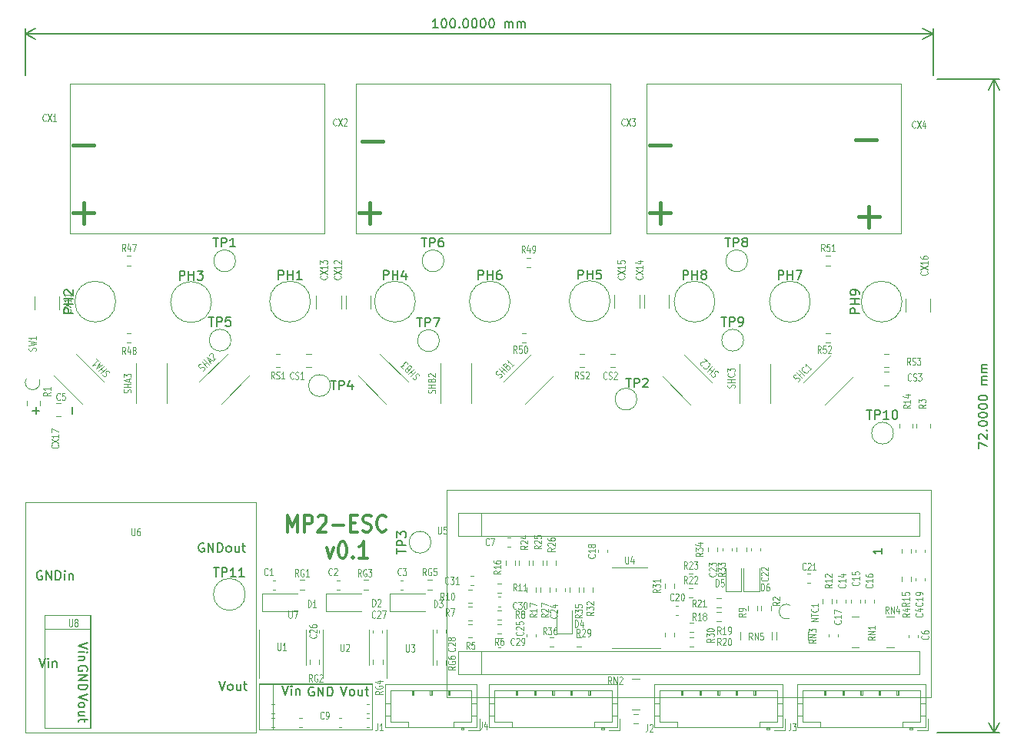
<source format=gbr>
%TF.GenerationSoftware,KiCad,Pcbnew,(6.0.4)*%
%TF.CreationDate,2022-07-25T23:44:37+01:00*%
%TF.ProjectId,CCC_ESC,4343435f-4553-4432-9e6b-696361645f70,rev?*%
%TF.SameCoordinates,Original*%
%TF.FileFunction,Legend,Top*%
%TF.FilePolarity,Positive*%
%FSLAX46Y46*%
G04 Gerber Fmt 4.6, Leading zero omitted, Abs format (unit mm)*
G04 Created by KiCad (PCBNEW (6.0.4)) date 2022-07-25 23:44:37*
%MOMM*%
%LPD*%
G01*
G04 APERTURE LIST*
%ADD10C,0.300000*%
%ADD11C,0.150000*%
%ADD12C,0.120000*%
%ADD13C,0.400000*%
G04 APERTURE END LIST*
D10*
X78979047Y-99875285D02*
X78979047Y-98075285D01*
X79512380Y-99361000D01*
X80045714Y-98075285D01*
X80045714Y-99875285D01*
X80807619Y-99875285D02*
X80807619Y-98075285D01*
X81417142Y-98075285D01*
X81569523Y-98161000D01*
X81645714Y-98246714D01*
X81721904Y-98418142D01*
X81721904Y-98675285D01*
X81645714Y-98846714D01*
X81569523Y-98932428D01*
X81417142Y-99018142D01*
X80807619Y-99018142D01*
X82331428Y-98246714D02*
X82407619Y-98161000D01*
X82560000Y-98075285D01*
X82940952Y-98075285D01*
X83093333Y-98161000D01*
X83169523Y-98246714D01*
X83245714Y-98418142D01*
X83245714Y-98589571D01*
X83169523Y-98846714D01*
X82255238Y-99875285D01*
X83245714Y-99875285D01*
X83931428Y-99189571D02*
X85150476Y-99189571D01*
X85912380Y-98932428D02*
X86445714Y-98932428D01*
X86674285Y-99875285D02*
X85912380Y-99875285D01*
X85912380Y-98075285D01*
X86674285Y-98075285D01*
X87283809Y-99789571D02*
X87512380Y-99875285D01*
X87893333Y-99875285D01*
X88045714Y-99789571D01*
X88121904Y-99703857D01*
X88198095Y-99532428D01*
X88198095Y-99361000D01*
X88121904Y-99189571D01*
X88045714Y-99103857D01*
X87893333Y-99018142D01*
X87588571Y-98932428D01*
X87436190Y-98846714D01*
X87360000Y-98761000D01*
X87283809Y-98589571D01*
X87283809Y-98418142D01*
X87360000Y-98246714D01*
X87436190Y-98161000D01*
X87588571Y-98075285D01*
X87969523Y-98075285D01*
X88198095Y-98161000D01*
X89798095Y-99703857D02*
X89721904Y-99789571D01*
X89493333Y-99875285D01*
X89340952Y-99875285D01*
X89112380Y-99789571D01*
X88960000Y-99618142D01*
X88883809Y-99446714D01*
X88807619Y-99103857D01*
X88807619Y-98846714D01*
X88883809Y-98503857D01*
X88960000Y-98332428D01*
X89112380Y-98161000D01*
X89340952Y-98075285D01*
X89493333Y-98075285D01*
X89721904Y-98161000D01*
X89798095Y-98246714D01*
X83283809Y-101573285D02*
X83664761Y-102773285D01*
X84045714Y-101573285D01*
X84960000Y-100973285D02*
X85112380Y-100973285D01*
X85264761Y-101059000D01*
X85340952Y-101144714D01*
X85417142Y-101316142D01*
X85493333Y-101659000D01*
X85493333Y-102087571D01*
X85417142Y-102430428D01*
X85340952Y-102601857D01*
X85264761Y-102687571D01*
X85112380Y-102773285D01*
X84960000Y-102773285D01*
X84807619Y-102687571D01*
X84731428Y-102601857D01*
X84655238Y-102430428D01*
X84579047Y-102087571D01*
X84579047Y-101659000D01*
X84655238Y-101316142D01*
X84731428Y-101144714D01*
X84807619Y-101059000D01*
X84960000Y-100973285D01*
X86179047Y-102601857D02*
X86255238Y-102687571D01*
X86179047Y-102773285D01*
X86102857Y-102687571D01*
X86179047Y-102601857D01*
X86179047Y-102773285D01*
X87779047Y-102773285D02*
X86864761Y-102773285D01*
X87321904Y-102773285D02*
X87321904Y-100973285D01*
X87169523Y-101230428D01*
X87017142Y-101401857D01*
X86864761Y-101487571D01*
D11*
X155052380Y-90666666D02*
X155052380Y-90000000D01*
X156052380Y-90428571D01*
X155147619Y-89666666D02*
X155100000Y-89619047D01*
X155052380Y-89523809D01*
X155052380Y-89285714D01*
X155100000Y-89190476D01*
X155147619Y-89142857D01*
X155242857Y-89095238D01*
X155338095Y-89095238D01*
X155480952Y-89142857D01*
X156052380Y-89714285D01*
X156052380Y-89095238D01*
X155957142Y-88666666D02*
X156004761Y-88619047D01*
X156052380Y-88666666D01*
X156004761Y-88714285D01*
X155957142Y-88666666D01*
X156052380Y-88666666D01*
X155052380Y-88000000D02*
X155052380Y-87904761D01*
X155100000Y-87809523D01*
X155147619Y-87761904D01*
X155242857Y-87714285D01*
X155433333Y-87666666D01*
X155671428Y-87666666D01*
X155861904Y-87714285D01*
X155957142Y-87761904D01*
X156004761Y-87809523D01*
X156052380Y-87904761D01*
X156052380Y-88000000D01*
X156004761Y-88095238D01*
X155957142Y-88142857D01*
X155861904Y-88190476D01*
X155671428Y-88238095D01*
X155433333Y-88238095D01*
X155242857Y-88190476D01*
X155147619Y-88142857D01*
X155100000Y-88095238D01*
X155052380Y-88000000D01*
X155052380Y-87047619D02*
X155052380Y-86952380D01*
X155100000Y-86857142D01*
X155147619Y-86809523D01*
X155242857Y-86761904D01*
X155433333Y-86714285D01*
X155671428Y-86714285D01*
X155861904Y-86761904D01*
X155957142Y-86809523D01*
X156004761Y-86857142D01*
X156052380Y-86952380D01*
X156052380Y-87047619D01*
X156004761Y-87142857D01*
X155957142Y-87190476D01*
X155861904Y-87238095D01*
X155671428Y-87285714D01*
X155433333Y-87285714D01*
X155242857Y-87238095D01*
X155147619Y-87190476D01*
X155100000Y-87142857D01*
X155052380Y-87047619D01*
X155052380Y-86095238D02*
X155052380Y-86000000D01*
X155100000Y-85904761D01*
X155147619Y-85857142D01*
X155242857Y-85809523D01*
X155433333Y-85761904D01*
X155671428Y-85761904D01*
X155861904Y-85809523D01*
X155957142Y-85857142D01*
X156004761Y-85904761D01*
X156052380Y-86000000D01*
X156052380Y-86095238D01*
X156004761Y-86190476D01*
X155957142Y-86238095D01*
X155861904Y-86285714D01*
X155671428Y-86333333D01*
X155433333Y-86333333D01*
X155242857Y-86285714D01*
X155147619Y-86238095D01*
X155100000Y-86190476D01*
X155052380Y-86095238D01*
X155052380Y-85142857D02*
X155052380Y-85047619D01*
X155100000Y-84952380D01*
X155147619Y-84904761D01*
X155242857Y-84857142D01*
X155433333Y-84809523D01*
X155671428Y-84809523D01*
X155861904Y-84857142D01*
X155957142Y-84904761D01*
X156004761Y-84952380D01*
X156052380Y-85047619D01*
X156052380Y-85142857D01*
X156004761Y-85238095D01*
X155957142Y-85285714D01*
X155861904Y-85333333D01*
X155671428Y-85380952D01*
X155433333Y-85380952D01*
X155242857Y-85333333D01*
X155147619Y-85285714D01*
X155100000Y-85238095D01*
X155052380Y-85142857D01*
X156052380Y-83619047D02*
X155385714Y-83619047D01*
X155480952Y-83619047D02*
X155433333Y-83571428D01*
X155385714Y-83476190D01*
X155385714Y-83333333D01*
X155433333Y-83238095D01*
X155528571Y-83190476D01*
X156052380Y-83190476D01*
X155528571Y-83190476D02*
X155433333Y-83142857D01*
X155385714Y-83047619D01*
X155385714Y-82904761D01*
X155433333Y-82809523D01*
X155528571Y-82761904D01*
X156052380Y-82761904D01*
X156052380Y-82285714D02*
X155385714Y-82285714D01*
X155480952Y-82285714D02*
X155433333Y-82238095D01*
X155385714Y-82142857D01*
X155385714Y-82000000D01*
X155433333Y-81904761D01*
X155528571Y-81857142D01*
X156052380Y-81857142D01*
X155528571Y-81857142D02*
X155433333Y-81809523D01*
X155385714Y-81714285D01*
X155385714Y-81571428D01*
X155433333Y-81476190D01*
X155528571Y-81428571D01*
X156052380Y-81428571D01*
X150500000Y-50000000D02*
X157336420Y-50000000D01*
X150500000Y-122000000D02*
X157336420Y-122000000D01*
X156750000Y-50000000D02*
X156750000Y-122000000D01*
X156750000Y-50000000D02*
X156750000Y-122000000D01*
X156750000Y-50000000D02*
X156163579Y-51126504D01*
X156750000Y-50000000D02*
X157336421Y-51126504D01*
X156750000Y-122000000D02*
X157336421Y-120873496D01*
X156750000Y-122000000D02*
X156163579Y-120873496D01*
X95545190Y-44302380D02*
X94973761Y-44302380D01*
X95259476Y-44302380D02*
X95259476Y-43302380D01*
X95164238Y-43445238D01*
X95069000Y-43540476D01*
X94973761Y-43588095D01*
X96164238Y-43302380D02*
X96259476Y-43302380D01*
X96354714Y-43350000D01*
X96402333Y-43397619D01*
X96449952Y-43492857D01*
X96497571Y-43683333D01*
X96497571Y-43921428D01*
X96449952Y-44111904D01*
X96402333Y-44207142D01*
X96354714Y-44254761D01*
X96259476Y-44302380D01*
X96164238Y-44302380D01*
X96069000Y-44254761D01*
X96021380Y-44207142D01*
X95973761Y-44111904D01*
X95926142Y-43921428D01*
X95926142Y-43683333D01*
X95973761Y-43492857D01*
X96021380Y-43397619D01*
X96069000Y-43350000D01*
X96164238Y-43302380D01*
X97116619Y-43302380D02*
X97211857Y-43302380D01*
X97307095Y-43350000D01*
X97354714Y-43397619D01*
X97402333Y-43492857D01*
X97449952Y-43683333D01*
X97449952Y-43921428D01*
X97402333Y-44111904D01*
X97354714Y-44207142D01*
X97307095Y-44254761D01*
X97211857Y-44302380D01*
X97116619Y-44302380D01*
X97021380Y-44254761D01*
X96973761Y-44207142D01*
X96926142Y-44111904D01*
X96878523Y-43921428D01*
X96878523Y-43683333D01*
X96926142Y-43492857D01*
X96973761Y-43397619D01*
X97021380Y-43350000D01*
X97116619Y-43302380D01*
X97878523Y-44207142D02*
X97926142Y-44254761D01*
X97878523Y-44302380D01*
X97830904Y-44254761D01*
X97878523Y-44207142D01*
X97878523Y-44302380D01*
X98545190Y-43302380D02*
X98640428Y-43302380D01*
X98735666Y-43350000D01*
X98783285Y-43397619D01*
X98830904Y-43492857D01*
X98878523Y-43683333D01*
X98878523Y-43921428D01*
X98830904Y-44111904D01*
X98783285Y-44207142D01*
X98735666Y-44254761D01*
X98640428Y-44302380D01*
X98545190Y-44302380D01*
X98449952Y-44254761D01*
X98402333Y-44207142D01*
X98354714Y-44111904D01*
X98307095Y-43921428D01*
X98307095Y-43683333D01*
X98354714Y-43492857D01*
X98402333Y-43397619D01*
X98449952Y-43350000D01*
X98545190Y-43302380D01*
X99497571Y-43302380D02*
X99592809Y-43302380D01*
X99688047Y-43350000D01*
X99735666Y-43397619D01*
X99783285Y-43492857D01*
X99830904Y-43683333D01*
X99830904Y-43921428D01*
X99783285Y-44111904D01*
X99735666Y-44207142D01*
X99688047Y-44254761D01*
X99592809Y-44302380D01*
X99497571Y-44302380D01*
X99402333Y-44254761D01*
X99354714Y-44207142D01*
X99307095Y-44111904D01*
X99259476Y-43921428D01*
X99259476Y-43683333D01*
X99307095Y-43492857D01*
X99354714Y-43397619D01*
X99402333Y-43350000D01*
X99497571Y-43302380D01*
X100449952Y-43302380D02*
X100545190Y-43302380D01*
X100640428Y-43350000D01*
X100688047Y-43397619D01*
X100735666Y-43492857D01*
X100783285Y-43683333D01*
X100783285Y-43921428D01*
X100735666Y-44111904D01*
X100688047Y-44207142D01*
X100640428Y-44254761D01*
X100545190Y-44302380D01*
X100449952Y-44302380D01*
X100354714Y-44254761D01*
X100307095Y-44207142D01*
X100259476Y-44111904D01*
X100211857Y-43921428D01*
X100211857Y-43683333D01*
X100259476Y-43492857D01*
X100307095Y-43397619D01*
X100354714Y-43350000D01*
X100449952Y-43302380D01*
X101402333Y-43302380D02*
X101497571Y-43302380D01*
X101592809Y-43350000D01*
X101640428Y-43397619D01*
X101688047Y-43492857D01*
X101735666Y-43683333D01*
X101735666Y-43921428D01*
X101688047Y-44111904D01*
X101640428Y-44207142D01*
X101592809Y-44254761D01*
X101497571Y-44302380D01*
X101402333Y-44302380D01*
X101307095Y-44254761D01*
X101259476Y-44207142D01*
X101211857Y-44111904D01*
X101164238Y-43921428D01*
X101164238Y-43683333D01*
X101211857Y-43492857D01*
X101259476Y-43397619D01*
X101307095Y-43350000D01*
X101402333Y-43302380D01*
X102926142Y-44302380D02*
X102926142Y-43635714D01*
X102926142Y-43730952D02*
X102973761Y-43683333D01*
X103069000Y-43635714D01*
X103211857Y-43635714D01*
X103307095Y-43683333D01*
X103354714Y-43778571D01*
X103354714Y-44302380D01*
X103354714Y-43778571D02*
X103402333Y-43683333D01*
X103497571Y-43635714D01*
X103640428Y-43635714D01*
X103735666Y-43683333D01*
X103783285Y-43778571D01*
X103783285Y-44302380D01*
X104259476Y-44302380D02*
X104259476Y-43635714D01*
X104259476Y-43730952D02*
X104307095Y-43683333D01*
X104402333Y-43635714D01*
X104545190Y-43635714D01*
X104640428Y-43683333D01*
X104688047Y-43778571D01*
X104688047Y-44302380D01*
X104688047Y-43778571D02*
X104735666Y-43683333D01*
X104830904Y-43635714D01*
X104973761Y-43635714D01*
X105069000Y-43683333D01*
X105116619Y-43778571D01*
X105116619Y-44302380D01*
X50069000Y-49498260D02*
X50069000Y-44413580D01*
X150069000Y-49498260D02*
X150069000Y-44413580D01*
X50069000Y-45000000D02*
X150069000Y-45000000D01*
X50069000Y-45000000D02*
X150069000Y-45000000D01*
X50069000Y-45000000D02*
X51195504Y-45586421D01*
X50069000Y-45000000D02*
X51195504Y-44413579D01*
X150069000Y-45000000D02*
X148942496Y-44413579D01*
X150069000Y-45000000D02*
X148942496Y-45586421D01*
D12*
%TO.C,C7*%
X101150000Y-101285714D02*
X101121428Y-101323809D01*
X101035714Y-101361904D01*
X100978571Y-101361904D01*
X100892857Y-101323809D01*
X100835714Y-101247619D01*
X100807142Y-101171428D01*
X100778571Y-101019047D01*
X100778571Y-100904761D01*
X100807142Y-100752380D01*
X100835714Y-100676190D01*
X100892857Y-100600000D01*
X100978571Y-100561904D01*
X101035714Y-100561904D01*
X101121428Y-100600000D01*
X101150000Y-100638095D01*
X101350000Y-100561904D02*
X101750000Y-100561904D01*
X101492857Y-101361904D01*
%TO.C,R33*%
X127180904Y-104413974D02*
X126799952Y-104613974D01*
X127180904Y-104756831D02*
X126380904Y-104756831D01*
X126380904Y-104528260D01*
X126419000Y-104471117D01*
X126457095Y-104442545D01*
X126533285Y-104413974D01*
X126647571Y-104413974D01*
X126723761Y-104442545D01*
X126761857Y-104471117D01*
X126799952Y-104528260D01*
X126799952Y-104756831D01*
X126380904Y-104213974D02*
X126380904Y-103842545D01*
X126685666Y-104042545D01*
X126685666Y-103956831D01*
X126723761Y-103899688D01*
X126761857Y-103871117D01*
X126838047Y-103842545D01*
X127028523Y-103842545D01*
X127104714Y-103871117D01*
X127142809Y-103899688D01*
X127180904Y-103956831D01*
X127180904Y-104128260D01*
X127142809Y-104185402D01*
X127104714Y-104213974D01*
X126380904Y-103642545D02*
X126380904Y-103271117D01*
X126685666Y-103471117D01*
X126685666Y-103385402D01*
X126723761Y-103328260D01*
X126761857Y-103299688D01*
X126838047Y-103271117D01*
X127028523Y-103271117D01*
X127104714Y-103299688D01*
X127142809Y-103328260D01*
X127180904Y-103385402D01*
X127180904Y-103556831D01*
X127142809Y-103613974D01*
X127104714Y-103642545D01*
%TO.C,C27*%
X88633285Y-109313974D02*
X88604714Y-109352069D01*
X88519000Y-109390164D01*
X88461857Y-109390164D01*
X88376142Y-109352069D01*
X88319000Y-109275879D01*
X88290428Y-109199688D01*
X88261857Y-109047307D01*
X88261857Y-108933021D01*
X88290428Y-108780640D01*
X88319000Y-108704450D01*
X88376142Y-108628260D01*
X88461857Y-108590164D01*
X88519000Y-108590164D01*
X88604714Y-108628260D01*
X88633285Y-108666355D01*
X88861857Y-108666355D02*
X88890428Y-108628260D01*
X88947571Y-108590164D01*
X89090428Y-108590164D01*
X89147571Y-108628260D01*
X89176142Y-108666355D01*
X89204714Y-108742545D01*
X89204714Y-108818736D01*
X89176142Y-108933021D01*
X88833285Y-109390164D01*
X89204714Y-109390164D01*
X89404714Y-108590164D02*
X89804714Y-108590164D01*
X89547571Y-109390164D01*
%TO.C,SHA2*%
X69649038Y-82103657D02*
X69736584Y-82069985D01*
X69837599Y-81968970D01*
X69851068Y-81901627D01*
X69844334Y-81854486D01*
X69810662Y-81780408D01*
X69756787Y-81726534D01*
X69682709Y-81692862D01*
X69635569Y-81686128D01*
X69568225Y-81699596D01*
X69460476Y-81753471D01*
X69393132Y-81766940D01*
X69345992Y-81760205D01*
X69271914Y-81726534D01*
X69218039Y-81672659D01*
X69184367Y-81598581D01*
X69177633Y-81551441D01*
X69191102Y-81484097D01*
X69292117Y-81383082D01*
X69379664Y-81349410D01*
X70100239Y-81706331D02*
X69534554Y-81140645D01*
X69803928Y-81410019D02*
X70046364Y-81167583D01*
X70342676Y-81463894D02*
X69776990Y-80898209D01*
X70362879Y-81120442D02*
X70564909Y-80918412D01*
X70484097Y-81322473D02*
X70059833Y-80615366D01*
X70766940Y-81039630D01*
X70376347Y-80406601D02*
X70369613Y-80359461D01*
X70383082Y-80292117D01*
X70484097Y-80191102D01*
X70551441Y-80177633D01*
X70598581Y-80184367D01*
X70672659Y-80218039D01*
X70726534Y-80271914D01*
X70787143Y-80372929D01*
X70867955Y-80938615D01*
X71130595Y-80675975D01*
%TO.C,D3*%
X95126142Y-108190164D02*
X95126142Y-107390164D01*
X95269000Y-107390164D01*
X95354714Y-107428260D01*
X95411857Y-107504450D01*
X95440428Y-107580640D01*
X95469000Y-107733021D01*
X95469000Y-107847307D01*
X95440428Y-107999688D01*
X95411857Y-108075879D01*
X95354714Y-108152069D01*
X95269000Y-108190164D01*
X95126142Y-108190164D01*
X95669000Y-107390164D02*
X96040428Y-107390164D01*
X95840428Y-107694926D01*
X95926142Y-107694926D01*
X95983285Y-107733021D01*
X96011857Y-107771117D01*
X96040428Y-107847307D01*
X96040428Y-108037783D01*
X96011857Y-108113974D01*
X95983285Y-108152069D01*
X95926142Y-108190164D01*
X95754714Y-108190164D01*
X95697571Y-108152069D01*
X95669000Y-108113974D01*
%TO.C,D1*%
X81226142Y-108190164D02*
X81226142Y-107390164D01*
X81369000Y-107390164D01*
X81454714Y-107428260D01*
X81511857Y-107504450D01*
X81540428Y-107580640D01*
X81569000Y-107733021D01*
X81569000Y-107847307D01*
X81540428Y-107999688D01*
X81511857Y-108075879D01*
X81454714Y-108152069D01*
X81369000Y-108190164D01*
X81226142Y-108190164D01*
X82140428Y-108190164D02*
X81797571Y-108190164D01*
X81969000Y-108190164D02*
X81969000Y-107390164D01*
X81911857Y-107504450D01*
X81854714Y-107580640D01*
X81797571Y-107618736D01*
%TO.C,R7*%
X96719000Y-109140164D02*
X96519000Y-108759212D01*
X96376142Y-109140164D02*
X96376142Y-108340164D01*
X96604714Y-108340164D01*
X96661857Y-108378260D01*
X96690428Y-108416355D01*
X96719000Y-108492545D01*
X96719000Y-108606831D01*
X96690428Y-108683021D01*
X96661857Y-108721117D01*
X96604714Y-108759212D01*
X96376142Y-108759212D01*
X96919000Y-108340164D02*
X97319000Y-108340164D01*
X97061857Y-109140164D01*
%TO.C,CX1*%
X52364285Y-54535714D02*
X52335714Y-54573809D01*
X52250000Y-54611904D01*
X52192857Y-54611904D01*
X52107142Y-54573809D01*
X52050000Y-54497619D01*
X52021428Y-54421428D01*
X51992857Y-54269047D01*
X51992857Y-54154761D01*
X52021428Y-54002380D01*
X52050000Y-53926190D01*
X52107142Y-53850000D01*
X52192857Y-53811904D01*
X52250000Y-53811904D01*
X52335714Y-53850000D01*
X52364285Y-53888095D01*
X52564285Y-53811904D02*
X52964285Y-54611904D01*
X52964285Y-53811904D02*
X52564285Y-54611904D01*
X53507142Y-54611904D02*
X53164285Y-54611904D01*
X53335714Y-54611904D02*
X53335714Y-53811904D01*
X53278571Y-53926190D01*
X53221428Y-54002380D01*
X53164285Y-54040476D01*
D13*
X55357142Y-64714285D02*
X57642857Y-64714285D01*
X56500000Y-65857142D02*
X56500000Y-63571428D01*
X55357142Y-57214285D02*
X57642857Y-57214285D01*
D12*
%TO.C,R3*%
X149261904Y-85850000D02*
X148880952Y-86050000D01*
X149261904Y-86192857D02*
X148461904Y-86192857D01*
X148461904Y-85964285D01*
X148500000Y-85907142D01*
X148538095Y-85878571D01*
X148614285Y-85850000D01*
X148728571Y-85850000D01*
X148804761Y-85878571D01*
X148842857Y-85907142D01*
X148880952Y-85964285D01*
X148880952Y-86192857D01*
X148461904Y-85650000D02*
X148461904Y-85278571D01*
X148766666Y-85478571D01*
X148766666Y-85392857D01*
X148804761Y-85335714D01*
X148842857Y-85307142D01*
X148919047Y-85278571D01*
X149109523Y-85278571D01*
X149185714Y-85307142D01*
X149223809Y-85335714D01*
X149261904Y-85392857D01*
X149261904Y-85564285D01*
X149223809Y-85621428D01*
X149185714Y-85650000D01*
%TO.C,D4*%
X110626142Y-110390164D02*
X110626142Y-109590164D01*
X110769000Y-109590164D01*
X110854714Y-109628260D01*
X110911857Y-109704450D01*
X110940428Y-109780640D01*
X110969000Y-109933021D01*
X110969000Y-110047307D01*
X110940428Y-110199688D01*
X110911857Y-110275879D01*
X110854714Y-110352069D01*
X110769000Y-110390164D01*
X110626142Y-110390164D01*
X111483285Y-109856831D02*
X111483285Y-110390164D01*
X111340428Y-109552069D02*
X111197571Y-110123498D01*
X111569000Y-110123498D01*
%TO.C,CX4*%
X148114285Y-55285714D02*
X148085714Y-55323809D01*
X148000000Y-55361904D01*
X147942857Y-55361904D01*
X147857142Y-55323809D01*
X147800000Y-55247619D01*
X147771428Y-55171428D01*
X147742857Y-55019047D01*
X147742857Y-54904761D01*
X147771428Y-54752380D01*
X147800000Y-54676190D01*
X147857142Y-54600000D01*
X147942857Y-54561904D01*
X148000000Y-54561904D01*
X148085714Y-54600000D01*
X148114285Y-54638095D01*
X148314285Y-54561904D02*
X148714285Y-55361904D01*
X148714285Y-54561904D02*
X148314285Y-55361904D01*
X149200000Y-54828571D02*
X149200000Y-55361904D01*
X149057142Y-54523809D02*
X148914285Y-55095238D01*
X149285714Y-55095238D01*
D13*
X141862142Y-65139285D02*
X144147857Y-65139285D01*
X143005000Y-66282142D02*
X143005000Y-63996428D01*
X141562142Y-56639285D02*
X143847857Y-56639285D01*
D12*
%TO.C,RN4*%
X145154714Y-108890164D02*
X144954714Y-108509212D01*
X144811857Y-108890164D02*
X144811857Y-108090164D01*
X145040428Y-108090164D01*
X145097571Y-108128260D01*
X145126142Y-108166355D01*
X145154714Y-108242545D01*
X145154714Y-108356831D01*
X145126142Y-108433021D01*
X145097571Y-108471117D01*
X145040428Y-108509212D01*
X144811857Y-108509212D01*
X145411857Y-108890164D02*
X145411857Y-108090164D01*
X145754714Y-108890164D01*
X145754714Y-108090164D01*
X146297571Y-108356831D02*
X146297571Y-108890164D01*
X146154714Y-108052069D02*
X146011857Y-108623498D01*
X146383285Y-108623498D01*
%TO.C,R36*%
X107483285Y-111190164D02*
X107283285Y-110809212D01*
X107140428Y-111190164D02*
X107140428Y-110390164D01*
X107369000Y-110390164D01*
X107426142Y-110428260D01*
X107454714Y-110466355D01*
X107483285Y-110542545D01*
X107483285Y-110656831D01*
X107454714Y-110733021D01*
X107426142Y-110771117D01*
X107369000Y-110809212D01*
X107140428Y-110809212D01*
X107683285Y-110390164D02*
X108054714Y-110390164D01*
X107854714Y-110694926D01*
X107940428Y-110694926D01*
X107997571Y-110733021D01*
X108026142Y-110771117D01*
X108054714Y-110847307D01*
X108054714Y-111037783D01*
X108026142Y-111113974D01*
X107997571Y-111152069D01*
X107940428Y-111190164D01*
X107769000Y-111190164D01*
X107711857Y-111152069D01*
X107683285Y-111113974D01*
X108569000Y-110390164D02*
X108454714Y-110390164D01*
X108397571Y-110428260D01*
X108369000Y-110466355D01*
X108311857Y-110580640D01*
X108283285Y-110733021D01*
X108283285Y-111037783D01*
X108311857Y-111113974D01*
X108340428Y-111152069D01*
X108397571Y-111190164D01*
X108511857Y-111190164D01*
X108569000Y-111152069D01*
X108597571Y-111113974D01*
X108626142Y-111037783D01*
X108626142Y-110847307D01*
X108597571Y-110771117D01*
X108569000Y-110733021D01*
X108511857Y-110694926D01*
X108397571Y-110694926D01*
X108340428Y-110733021D01*
X108311857Y-110771117D01*
X108283285Y-110847307D01*
%TO.C,C23*%
X126104714Y-104413974D02*
X126142809Y-104442545D01*
X126180904Y-104528260D01*
X126180904Y-104585402D01*
X126142809Y-104671117D01*
X126066619Y-104728260D01*
X125990428Y-104756831D01*
X125838047Y-104785402D01*
X125723761Y-104785402D01*
X125571380Y-104756831D01*
X125495190Y-104728260D01*
X125419000Y-104671117D01*
X125380904Y-104585402D01*
X125380904Y-104528260D01*
X125419000Y-104442545D01*
X125457095Y-104413974D01*
X125457095Y-104185402D02*
X125419000Y-104156831D01*
X125380904Y-104099688D01*
X125380904Y-103956831D01*
X125419000Y-103899688D01*
X125457095Y-103871117D01*
X125533285Y-103842545D01*
X125609476Y-103842545D01*
X125723761Y-103871117D01*
X126180904Y-104213974D01*
X126180904Y-103842545D01*
X125380904Y-103642545D02*
X125380904Y-103271117D01*
X125685666Y-103471117D01*
X125685666Y-103385402D01*
X125723761Y-103328260D01*
X125761857Y-103299688D01*
X125838047Y-103271117D01*
X126028523Y-103271117D01*
X126104714Y-103299688D01*
X126142809Y-103328260D01*
X126180904Y-103385402D01*
X126180904Y-103556831D01*
X126142809Y-103613974D01*
X126104714Y-103642545D01*
%TO.C,SHC1*%
X135166157Y-83286582D02*
X135253704Y-83252910D01*
X135354719Y-83151895D01*
X135368188Y-83084551D01*
X135361453Y-83037411D01*
X135327781Y-82963333D01*
X135273907Y-82909458D01*
X135199829Y-82875786D01*
X135152688Y-82869052D01*
X135085345Y-82882521D01*
X134977595Y-82936396D01*
X134910252Y-82949864D01*
X134863111Y-82943130D01*
X134789033Y-82909458D01*
X134735159Y-82855583D01*
X134701487Y-82781506D01*
X134694752Y-82734365D01*
X134708221Y-82667022D01*
X134809236Y-82566006D01*
X134896783Y-82532335D01*
X135617358Y-82889255D02*
X135051673Y-82323570D01*
X135321047Y-82592944D02*
X135563484Y-82350507D01*
X135859795Y-82646819D02*
X135294110Y-82081133D01*
X136250387Y-82148477D02*
X136257122Y-82195617D01*
X136223450Y-82283164D01*
X136183044Y-82323570D01*
X136095497Y-82357241D01*
X136001216Y-82343773D01*
X135927139Y-82310101D01*
X135799186Y-82222554D01*
X135718374Y-82141742D01*
X135630827Y-82013790D01*
X135597155Y-81939712D01*
X135583687Y-81845431D01*
X135617358Y-81757884D01*
X135657765Y-81717478D01*
X135745311Y-81683806D01*
X135792452Y-81690541D01*
X136708323Y-81798290D02*
X136465887Y-82040727D01*
X136587105Y-81919509D02*
X136021419Y-81353823D01*
X136061826Y-81475042D01*
X136075294Y-81569322D01*
X136061826Y-81636666D01*
D11*
%TO.C,TP4*%
X83738095Y-83202380D02*
X84309523Y-83202380D01*
X84023809Y-84202380D02*
X84023809Y-83202380D01*
X84642857Y-84202380D02*
X84642857Y-83202380D01*
X85023809Y-83202380D01*
X85119047Y-83250000D01*
X85166666Y-83297619D01*
X85214285Y-83392857D01*
X85214285Y-83535714D01*
X85166666Y-83630952D01*
X85119047Y-83678571D01*
X85023809Y-83726190D01*
X84642857Y-83726190D01*
X86071428Y-83535714D02*
X86071428Y-84202380D01*
X85833333Y-83154761D02*
X85595238Y-83869047D01*
X86214285Y-83869047D01*
D12*
%TO.C,C19*%
X148854714Y-107663974D02*
X148892809Y-107692545D01*
X148930904Y-107778260D01*
X148930904Y-107835402D01*
X148892809Y-107921117D01*
X148816619Y-107978260D01*
X148740428Y-108006831D01*
X148588047Y-108035402D01*
X148473761Y-108035402D01*
X148321380Y-108006831D01*
X148245190Y-107978260D01*
X148169000Y-107921117D01*
X148130904Y-107835402D01*
X148130904Y-107778260D01*
X148169000Y-107692545D01*
X148207095Y-107663974D01*
X148930904Y-107092545D02*
X148930904Y-107435402D01*
X148930904Y-107263974D02*
X148130904Y-107263974D01*
X148245190Y-107321117D01*
X148321380Y-107378260D01*
X148359476Y-107435402D01*
X148930904Y-106806831D02*
X148930904Y-106692545D01*
X148892809Y-106635402D01*
X148854714Y-106606831D01*
X148740428Y-106549688D01*
X148588047Y-106521117D01*
X148283285Y-106521117D01*
X148207095Y-106549688D01*
X148169000Y-106578260D01*
X148130904Y-106635402D01*
X148130904Y-106749688D01*
X148169000Y-106806831D01*
X148207095Y-106835402D01*
X148283285Y-106863974D01*
X148473761Y-106863974D01*
X148549952Y-106835402D01*
X148588047Y-106806831D01*
X148626142Y-106749688D01*
X148626142Y-106635402D01*
X148588047Y-106578260D01*
X148549952Y-106549688D01*
X148473761Y-106521117D01*
%TO.C,D2*%
X88326142Y-108090164D02*
X88326142Y-107290164D01*
X88469000Y-107290164D01*
X88554714Y-107328260D01*
X88611857Y-107404450D01*
X88640428Y-107480640D01*
X88669000Y-107633021D01*
X88669000Y-107747307D01*
X88640428Y-107899688D01*
X88611857Y-107975879D01*
X88554714Y-108052069D01*
X88469000Y-108090164D01*
X88326142Y-108090164D01*
X88897571Y-107366355D02*
X88926142Y-107328260D01*
X88983285Y-107290164D01*
X89126142Y-107290164D01*
X89183285Y-107328260D01*
X89211857Y-107366355D01*
X89240428Y-107442545D01*
X89240428Y-107518736D01*
X89211857Y-107633021D01*
X88869000Y-108090164D01*
X89240428Y-108090164D01*
%TO.C,R20*%
X126683285Y-112390164D02*
X126483285Y-112009212D01*
X126340428Y-112390164D02*
X126340428Y-111590164D01*
X126569000Y-111590164D01*
X126626142Y-111628260D01*
X126654714Y-111666355D01*
X126683285Y-111742545D01*
X126683285Y-111856831D01*
X126654714Y-111933021D01*
X126626142Y-111971117D01*
X126569000Y-112009212D01*
X126340428Y-112009212D01*
X126911857Y-111666355D02*
X126940428Y-111628260D01*
X126997571Y-111590164D01*
X127140428Y-111590164D01*
X127197571Y-111628260D01*
X127226142Y-111666355D01*
X127254714Y-111742545D01*
X127254714Y-111818736D01*
X127226142Y-111933021D01*
X126883285Y-112390164D01*
X127254714Y-112390164D01*
X127626142Y-111590164D02*
X127683285Y-111590164D01*
X127740428Y-111628260D01*
X127769000Y-111666355D01*
X127797571Y-111742545D01*
X127826142Y-111894926D01*
X127826142Y-112085402D01*
X127797571Y-112237783D01*
X127769000Y-112313974D01*
X127740428Y-112352069D01*
X127683285Y-112390164D01*
X127626142Y-112390164D01*
X127569000Y-112352069D01*
X127540428Y-112313974D01*
X127511857Y-112237783D01*
X127483285Y-112085402D01*
X127483285Y-111894926D01*
X127511857Y-111742545D01*
X127540428Y-111666355D01*
X127569000Y-111628260D01*
X127626142Y-111590164D01*
%TO.C,R23*%
X122983285Y-103960164D02*
X122783285Y-103579212D01*
X122640428Y-103960164D02*
X122640428Y-103160164D01*
X122869000Y-103160164D01*
X122926142Y-103198260D01*
X122954714Y-103236355D01*
X122983285Y-103312545D01*
X122983285Y-103426831D01*
X122954714Y-103503021D01*
X122926142Y-103541117D01*
X122869000Y-103579212D01*
X122640428Y-103579212D01*
X123211857Y-103236355D02*
X123240428Y-103198260D01*
X123297571Y-103160164D01*
X123440428Y-103160164D01*
X123497571Y-103198260D01*
X123526142Y-103236355D01*
X123554714Y-103312545D01*
X123554714Y-103388736D01*
X123526142Y-103503021D01*
X123183285Y-103960164D01*
X123554714Y-103960164D01*
X123754714Y-103160164D02*
X124126142Y-103160164D01*
X123926142Y-103464926D01*
X124011857Y-103464926D01*
X124069000Y-103503021D01*
X124097571Y-103541117D01*
X124126142Y-103617307D01*
X124126142Y-103807783D01*
X124097571Y-103883974D01*
X124069000Y-103922069D01*
X124011857Y-103960164D01*
X123840428Y-103960164D01*
X123783285Y-103922069D01*
X123754714Y-103883974D01*
D11*
%TO.C,PH9*%
X141954380Y-75761904D02*
X140954380Y-75761904D01*
X140954380Y-75380952D01*
X141002000Y-75285714D01*
X141049619Y-75238095D01*
X141144857Y-75190476D01*
X141287714Y-75190476D01*
X141382952Y-75238095D01*
X141430571Y-75285714D01*
X141478190Y-75380952D01*
X141478190Y-75761904D01*
X141954380Y-74761904D02*
X140954380Y-74761904D01*
X141430571Y-74761904D02*
X141430571Y-74190476D01*
X141954380Y-74190476D02*
X140954380Y-74190476D01*
X141954380Y-73666666D02*
X141954380Y-73476190D01*
X141906761Y-73380952D01*
X141859142Y-73333333D01*
X141716285Y-73238095D01*
X141525809Y-73190476D01*
X141144857Y-73190476D01*
X141049619Y-73238095D01*
X141002000Y-73285714D01*
X140954380Y-73380952D01*
X140954380Y-73571428D01*
X141002000Y-73666666D01*
X141049619Y-73714285D01*
X141144857Y-73761904D01*
X141382952Y-73761904D01*
X141478190Y-73714285D01*
X141525809Y-73666666D01*
X141573428Y-73571428D01*
X141573428Y-73380952D01*
X141525809Y-73285714D01*
X141478190Y-73238095D01*
X141382952Y-73190476D01*
D12*
%TO.C,U6*%
X61811857Y-99490164D02*
X61811857Y-100137783D01*
X61840428Y-100213974D01*
X61869000Y-100252069D01*
X61926142Y-100290164D01*
X62040428Y-100290164D01*
X62097571Y-100252069D01*
X62126142Y-100213974D01*
X62154714Y-100137783D01*
X62154714Y-99490164D01*
X62697571Y-99490164D02*
X62583285Y-99490164D01*
X62526142Y-99528260D01*
X62497571Y-99566355D01*
X62440428Y-99680640D01*
X62411857Y-99833021D01*
X62411857Y-100137783D01*
X62440428Y-100213974D01*
X62469000Y-100252069D01*
X62526142Y-100290164D01*
X62640428Y-100290164D01*
X62697571Y-100252069D01*
X62726142Y-100213974D01*
X62754714Y-100137783D01*
X62754714Y-99947307D01*
X62726142Y-99871117D01*
X62697571Y-99833021D01*
X62640428Y-99794926D01*
X62526142Y-99794926D01*
X62469000Y-99833021D01*
X62440428Y-99871117D01*
X62411857Y-99947307D01*
D11*
X51630190Y-113805640D02*
X51963523Y-114805640D01*
X52296857Y-113805640D01*
X52630190Y-114805640D02*
X52630190Y-114138974D01*
X52630190Y-113805640D02*
X52582571Y-113853260D01*
X52630190Y-113900879D01*
X52677809Y-113853260D01*
X52630190Y-113805640D01*
X52630190Y-113900879D01*
X53106380Y-114138974D02*
X53106380Y-114805640D01*
X53106380Y-114234212D02*
X53154000Y-114186593D01*
X53249238Y-114138974D01*
X53392095Y-114138974D01*
X53487333Y-114186593D01*
X53534952Y-114281831D01*
X53534952Y-114805640D01*
X51916619Y-104228260D02*
X51821380Y-104180640D01*
X51678523Y-104180640D01*
X51535666Y-104228260D01*
X51440428Y-104323498D01*
X51392809Y-104418736D01*
X51345190Y-104609212D01*
X51345190Y-104752069D01*
X51392809Y-104942545D01*
X51440428Y-105037783D01*
X51535666Y-105133021D01*
X51678523Y-105180640D01*
X51773761Y-105180640D01*
X51916619Y-105133021D01*
X51964238Y-105085402D01*
X51964238Y-104752069D01*
X51773761Y-104752069D01*
X52392809Y-105180640D02*
X52392809Y-104180640D01*
X52964238Y-105180640D01*
X52964238Y-104180640D01*
X53440428Y-105180640D02*
X53440428Y-104180640D01*
X53678523Y-104180640D01*
X53821380Y-104228260D01*
X53916619Y-104323498D01*
X53964238Y-104418736D01*
X54011857Y-104609212D01*
X54011857Y-104752069D01*
X53964238Y-104942545D01*
X53916619Y-105037783D01*
X53821380Y-105133021D01*
X53678523Y-105180640D01*
X53440428Y-105180640D01*
X54440428Y-105180640D02*
X54440428Y-104513974D01*
X54440428Y-104180640D02*
X54392809Y-104228260D01*
X54440428Y-104275879D01*
X54488047Y-104228260D01*
X54440428Y-104180640D01*
X54440428Y-104275879D01*
X54916619Y-104513974D02*
X54916619Y-105180640D01*
X54916619Y-104609212D02*
X54964238Y-104561593D01*
X55059476Y-104513974D01*
X55202333Y-104513974D01*
X55297571Y-104561593D01*
X55345190Y-104656831D01*
X55345190Y-105180640D01*
X69751619Y-101153260D02*
X69656380Y-101105640D01*
X69513523Y-101105640D01*
X69370666Y-101153260D01*
X69275428Y-101248498D01*
X69227809Y-101343736D01*
X69180190Y-101534212D01*
X69180190Y-101677069D01*
X69227809Y-101867545D01*
X69275428Y-101962783D01*
X69370666Y-102058021D01*
X69513523Y-102105640D01*
X69608761Y-102105640D01*
X69751619Y-102058021D01*
X69799238Y-102010402D01*
X69799238Y-101677069D01*
X69608761Y-101677069D01*
X70227809Y-102105640D02*
X70227809Y-101105640D01*
X70799238Y-102105640D01*
X70799238Y-101105640D01*
X71275428Y-102105640D02*
X71275428Y-101105640D01*
X71513523Y-101105640D01*
X71656380Y-101153260D01*
X71751619Y-101248498D01*
X71799238Y-101343736D01*
X71846857Y-101534212D01*
X71846857Y-101677069D01*
X71799238Y-101867545D01*
X71751619Y-101962783D01*
X71656380Y-102058021D01*
X71513523Y-102105640D01*
X71275428Y-102105640D01*
X72418285Y-102105640D02*
X72323047Y-102058021D01*
X72275428Y-102010402D01*
X72227809Y-101915164D01*
X72227809Y-101629450D01*
X72275428Y-101534212D01*
X72323047Y-101486593D01*
X72418285Y-101438974D01*
X72561142Y-101438974D01*
X72656380Y-101486593D01*
X72704000Y-101534212D01*
X72751619Y-101629450D01*
X72751619Y-101915164D01*
X72704000Y-102010402D01*
X72656380Y-102058021D01*
X72561142Y-102105640D01*
X72418285Y-102105640D01*
X73608761Y-101438974D02*
X73608761Y-102105640D01*
X73180190Y-101438974D02*
X73180190Y-101962783D01*
X73227809Y-102058021D01*
X73323047Y-102105640D01*
X73465904Y-102105640D01*
X73561142Y-102058021D01*
X73608761Y-102010402D01*
X73942095Y-101438974D02*
X74323047Y-101438974D01*
X74084952Y-101105640D02*
X74084952Y-101962783D01*
X74132571Y-102058021D01*
X74227809Y-102105640D01*
X74323047Y-102105640D01*
X71450190Y-116345640D02*
X71783523Y-117345640D01*
X72116857Y-116345640D01*
X72593047Y-117345640D02*
X72497809Y-117298021D01*
X72450190Y-117250402D01*
X72402571Y-117155164D01*
X72402571Y-116869450D01*
X72450190Y-116774212D01*
X72497809Y-116726593D01*
X72593047Y-116678974D01*
X72735904Y-116678974D01*
X72831142Y-116726593D01*
X72878761Y-116774212D01*
X72926380Y-116869450D01*
X72926380Y-117155164D01*
X72878761Y-117250402D01*
X72831142Y-117298021D01*
X72735904Y-117345640D01*
X72593047Y-117345640D01*
X73783523Y-116678974D02*
X73783523Y-117345640D01*
X73354952Y-116678974D02*
X73354952Y-117202783D01*
X73402571Y-117298021D01*
X73497809Y-117345640D01*
X73640666Y-117345640D01*
X73735904Y-117298021D01*
X73783523Y-117250402D01*
X74116857Y-116678974D02*
X74497809Y-116678974D01*
X74259714Y-116345640D02*
X74259714Y-117202783D01*
X74307333Y-117298021D01*
X74402571Y-117345640D01*
X74497809Y-117345640D01*
D12*
%TO.C,SHB1*%
X102371353Y-82886582D02*
X102458900Y-82852910D01*
X102559915Y-82751895D01*
X102573384Y-82684551D01*
X102566649Y-82637411D01*
X102532977Y-82563333D01*
X102479103Y-82509458D01*
X102405025Y-82475786D01*
X102357884Y-82469052D01*
X102290541Y-82482521D01*
X102182791Y-82536396D01*
X102115448Y-82549864D01*
X102068307Y-82543130D01*
X101994229Y-82509458D01*
X101940355Y-82455583D01*
X101906683Y-82381506D01*
X101899948Y-82334365D01*
X101913417Y-82267022D01*
X102014432Y-82166006D01*
X102101979Y-82132335D01*
X102822554Y-82489255D02*
X102256869Y-81923570D01*
X102526243Y-82192944D02*
X102768680Y-81950507D01*
X103064991Y-82246819D02*
X102499306Y-81681133D01*
X103112132Y-81607055D02*
X103199678Y-81573384D01*
X103246819Y-81580118D01*
X103320896Y-81613790D01*
X103401709Y-81694602D01*
X103435380Y-81768680D01*
X103442115Y-81815820D01*
X103428646Y-81883164D01*
X103267022Y-82044788D01*
X102701336Y-81479103D01*
X102842758Y-81337681D01*
X102910101Y-81324213D01*
X102957241Y-81330947D01*
X103031319Y-81364619D01*
X103085194Y-81418493D01*
X103118866Y-81492571D01*
X103125600Y-81539712D01*
X103112132Y-81607055D01*
X102970710Y-81748477D01*
X103913519Y-81398290D02*
X103671083Y-81640727D01*
X103792301Y-81519509D02*
X103226615Y-80953823D01*
X103267022Y-81075042D01*
X103280490Y-81169322D01*
X103267022Y-81236666D01*
%TO.C,RG1*%
X80169000Y-104790164D02*
X79969000Y-104409212D01*
X79826142Y-104790164D02*
X79826142Y-103990164D01*
X80054714Y-103990164D01*
X80111857Y-104028260D01*
X80140428Y-104066355D01*
X80169000Y-104142545D01*
X80169000Y-104256831D01*
X80140428Y-104333021D01*
X80111857Y-104371117D01*
X80054714Y-104409212D01*
X79826142Y-104409212D01*
X80740428Y-104028260D02*
X80683285Y-103990164D01*
X80597571Y-103990164D01*
X80511857Y-104028260D01*
X80454714Y-104104450D01*
X80426142Y-104180640D01*
X80397571Y-104333021D01*
X80397571Y-104447307D01*
X80426142Y-104599688D01*
X80454714Y-104675879D01*
X80511857Y-104752069D01*
X80597571Y-104790164D01*
X80654714Y-104790164D01*
X80740428Y-104752069D01*
X80769000Y-104713974D01*
X80769000Y-104447307D01*
X80654714Y-104447307D01*
X81340428Y-104790164D02*
X80997571Y-104790164D01*
X81169000Y-104790164D02*
X81169000Y-103990164D01*
X81111857Y-104104450D01*
X81054714Y-104180640D01*
X80997571Y-104218736D01*
%TO.C,CX13*%
X83285714Y-71671428D02*
X83323809Y-71700000D01*
X83361904Y-71785714D01*
X83361904Y-71842857D01*
X83323809Y-71928571D01*
X83247619Y-71985714D01*
X83171428Y-72014285D01*
X83019047Y-72042857D01*
X82904761Y-72042857D01*
X82752380Y-72014285D01*
X82676190Y-71985714D01*
X82600000Y-71928571D01*
X82561904Y-71842857D01*
X82561904Y-71785714D01*
X82600000Y-71700000D01*
X82638095Y-71671428D01*
X82561904Y-71471428D02*
X83361904Y-71071428D01*
X82561904Y-71071428D02*
X83361904Y-71471428D01*
X83361904Y-70528571D02*
X83361904Y-70871428D01*
X83361904Y-70700000D02*
X82561904Y-70700000D01*
X82676190Y-70757142D01*
X82752380Y-70814285D01*
X82790476Y-70871428D01*
X82561904Y-70328571D02*
X82561904Y-69957142D01*
X82866666Y-70157142D01*
X82866666Y-70071428D01*
X82904761Y-70014285D01*
X82942857Y-69985714D01*
X83019047Y-69957142D01*
X83209523Y-69957142D01*
X83285714Y-69985714D01*
X83323809Y-70014285D01*
X83361904Y-70071428D01*
X83361904Y-70242857D01*
X83323809Y-70300000D01*
X83285714Y-70328571D01*
D11*
%TO.C,PH4*%
X89538095Y-72054380D02*
X89538095Y-71054380D01*
X89919047Y-71054380D01*
X90014285Y-71102000D01*
X90061904Y-71149619D01*
X90109523Y-71244857D01*
X90109523Y-71387714D01*
X90061904Y-71482952D01*
X90014285Y-71530571D01*
X89919047Y-71578190D01*
X89538095Y-71578190D01*
X90538095Y-72054380D02*
X90538095Y-71054380D01*
X90538095Y-71530571D02*
X91109523Y-71530571D01*
X91109523Y-72054380D02*
X91109523Y-71054380D01*
X92014285Y-71387714D02*
X92014285Y-72054380D01*
X91776190Y-71006761D02*
X91538095Y-71721047D01*
X92157142Y-71721047D01*
D12*
%TO.C,SHB2*%
X95203809Y-84571428D02*
X95241904Y-84485714D01*
X95241904Y-84342857D01*
X95203809Y-84285714D01*
X95165714Y-84257142D01*
X95089523Y-84228571D01*
X95013333Y-84228571D01*
X94937142Y-84257142D01*
X94899047Y-84285714D01*
X94860952Y-84342857D01*
X94822857Y-84457142D01*
X94784761Y-84514285D01*
X94746666Y-84542857D01*
X94670476Y-84571428D01*
X94594285Y-84571428D01*
X94518095Y-84542857D01*
X94480000Y-84514285D01*
X94441904Y-84457142D01*
X94441904Y-84314285D01*
X94480000Y-84228571D01*
X95241904Y-83971428D02*
X94441904Y-83971428D01*
X94822857Y-83971428D02*
X94822857Y-83628571D01*
X95241904Y-83628571D02*
X94441904Y-83628571D01*
X94822857Y-83142857D02*
X94860952Y-83057142D01*
X94899047Y-83028571D01*
X94975238Y-83000000D01*
X95089523Y-83000000D01*
X95165714Y-83028571D01*
X95203809Y-83057142D01*
X95241904Y-83114285D01*
X95241904Y-83342857D01*
X94441904Y-83342857D01*
X94441904Y-83142857D01*
X94480000Y-83085714D01*
X94518095Y-83057142D01*
X94594285Y-83028571D01*
X94670476Y-83028571D01*
X94746666Y-83057142D01*
X94784761Y-83085714D01*
X94822857Y-83142857D01*
X94822857Y-83342857D01*
X94518095Y-82771428D02*
X94480000Y-82742857D01*
X94441904Y-82685714D01*
X94441904Y-82542857D01*
X94480000Y-82485714D01*
X94518095Y-82457142D01*
X94594285Y-82428571D01*
X94670476Y-82428571D01*
X94784761Y-82457142D01*
X95241904Y-82800000D01*
X95241904Y-82428571D01*
%TO.C,RS3*%
X147544285Y-81461904D02*
X147344285Y-81080952D01*
X147201428Y-81461904D02*
X147201428Y-80661904D01*
X147430000Y-80661904D01*
X147487142Y-80700000D01*
X147515714Y-80738095D01*
X147544285Y-80814285D01*
X147544285Y-80928571D01*
X147515714Y-81004761D01*
X147487142Y-81042857D01*
X147430000Y-81080952D01*
X147201428Y-81080952D01*
X147772857Y-81423809D02*
X147858571Y-81461904D01*
X148001428Y-81461904D01*
X148058571Y-81423809D01*
X148087142Y-81385714D01*
X148115714Y-81309523D01*
X148115714Y-81233333D01*
X148087142Y-81157142D01*
X148058571Y-81119047D01*
X148001428Y-81080952D01*
X147887142Y-81042857D01*
X147830000Y-81004761D01*
X147801428Y-80966666D01*
X147772857Y-80890476D01*
X147772857Y-80814285D01*
X147801428Y-80738095D01*
X147830000Y-80700000D01*
X147887142Y-80661904D01*
X148030000Y-80661904D01*
X148115714Y-80700000D01*
X148315714Y-80661904D02*
X148687142Y-80661904D01*
X148487142Y-80966666D01*
X148572857Y-80966666D01*
X148630000Y-81004761D01*
X148658571Y-81042857D01*
X148687142Y-81119047D01*
X148687142Y-81309523D01*
X148658571Y-81385714D01*
X148630000Y-81423809D01*
X148572857Y-81461904D01*
X148401428Y-81461904D01*
X148344285Y-81423809D01*
X148315714Y-81385714D01*
%TO.C,R17*%
X106430904Y-108913974D02*
X106049952Y-109113974D01*
X106430904Y-109256831D02*
X105630904Y-109256831D01*
X105630904Y-109028260D01*
X105669000Y-108971117D01*
X105707095Y-108942545D01*
X105783285Y-108913974D01*
X105897571Y-108913974D01*
X105973761Y-108942545D01*
X106011857Y-108971117D01*
X106049952Y-109028260D01*
X106049952Y-109256831D01*
X106430904Y-108342545D02*
X106430904Y-108685402D01*
X106430904Y-108513974D02*
X105630904Y-108513974D01*
X105745190Y-108571117D01*
X105821380Y-108628260D01*
X105859476Y-108685402D01*
X105630904Y-108142545D02*
X105630904Y-107742545D01*
X106430904Y-107999688D01*
D11*
%TO.C,TP1*%
X70788095Y-67454380D02*
X71359523Y-67454380D01*
X71073809Y-68454380D02*
X71073809Y-67454380D01*
X71692857Y-68454380D02*
X71692857Y-67454380D01*
X72073809Y-67454380D01*
X72169047Y-67502000D01*
X72216666Y-67549619D01*
X72264285Y-67644857D01*
X72264285Y-67787714D01*
X72216666Y-67882952D01*
X72169047Y-67930571D01*
X72073809Y-67978190D01*
X71692857Y-67978190D01*
X73216666Y-68454380D02*
X72645238Y-68454380D01*
X72930952Y-68454380D02*
X72930952Y-67454380D01*
X72835714Y-67597238D01*
X72740476Y-67692476D01*
X72645238Y-67740095D01*
D12*
%TO.C,R35*%
X111431904Y-109005714D02*
X111050952Y-109205714D01*
X111431904Y-109348571D02*
X110631904Y-109348571D01*
X110631904Y-109120000D01*
X110670000Y-109062857D01*
X110708095Y-109034285D01*
X110784285Y-109005714D01*
X110898571Y-109005714D01*
X110974761Y-109034285D01*
X111012857Y-109062857D01*
X111050952Y-109120000D01*
X111050952Y-109348571D01*
X110631904Y-108805714D02*
X110631904Y-108434285D01*
X110936666Y-108634285D01*
X110936666Y-108548571D01*
X110974761Y-108491428D01*
X111012857Y-108462857D01*
X111089047Y-108434285D01*
X111279523Y-108434285D01*
X111355714Y-108462857D01*
X111393809Y-108491428D01*
X111431904Y-108548571D01*
X111431904Y-108720000D01*
X111393809Y-108777142D01*
X111355714Y-108805714D01*
X110631904Y-107891428D02*
X110631904Y-108177142D01*
X111012857Y-108205714D01*
X110974761Y-108177142D01*
X110936666Y-108120000D01*
X110936666Y-107977142D01*
X110974761Y-107920000D01*
X111012857Y-107891428D01*
X111089047Y-107862857D01*
X111279523Y-107862857D01*
X111355714Y-107891428D01*
X111393809Y-107920000D01*
X111431904Y-107977142D01*
X111431904Y-108120000D01*
X111393809Y-108177142D01*
X111355714Y-108205714D01*
%TO.C,CX17*%
X53685714Y-90271428D02*
X53723809Y-90300000D01*
X53761904Y-90385714D01*
X53761904Y-90442857D01*
X53723809Y-90528571D01*
X53647619Y-90585714D01*
X53571428Y-90614285D01*
X53419047Y-90642857D01*
X53304761Y-90642857D01*
X53152380Y-90614285D01*
X53076190Y-90585714D01*
X53000000Y-90528571D01*
X52961904Y-90442857D01*
X52961904Y-90385714D01*
X53000000Y-90300000D01*
X53038095Y-90271428D01*
X52961904Y-90071428D02*
X53761904Y-89671428D01*
X52961904Y-89671428D02*
X53761904Y-90071428D01*
X53761904Y-89128571D02*
X53761904Y-89471428D01*
X53761904Y-89300000D02*
X52961904Y-89300000D01*
X53076190Y-89357142D01*
X53152380Y-89414285D01*
X53190476Y-89471428D01*
X52961904Y-88928571D02*
X52961904Y-88528571D01*
X53761904Y-88785714D01*
D11*
X51271428Y-86880952D02*
X51271428Y-86119047D01*
X51652380Y-86500000D02*
X50890476Y-86500000D01*
X55271428Y-86880952D02*
X55271428Y-86119047D01*
D12*
%TO.C,C31*%
X96683285Y-105563974D02*
X96654714Y-105602069D01*
X96569000Y-105640164D01*
X96511857Y-105640164D01*
X96426142Y-105602069D01*
X96369000Y-105525879D01*
X96340428Y-105449688D01*
X96311857Y-105297307D01*
X96311857Y-105183021D01*
X96340428Y-105030640D01*
X96369000Y-104954450D01*
X96426142Y-104878260D01*
X96511857Y-104840164D01*
X96569000Y-104840164D01*
X96654714Y-104878260D01*
X96683285Y-104916355D01*
X96883285Y-104840164D02*
X97254714Y-104840164D01*
X97054714Y-105144926D01*
X97140428Y-105144926D01*
X97197571Y-105183021D01*
X97226142Y-105221117D01*
X97254714Y-105297307D01*
X97254714Y-105487783D01*
X97226142Y-105563974D01*
X97197571Y-105602069D01*
X97140428Y-105640164D01*
X96969000Y-105640164D01*
X96911857Y-105602069D01*
X96883285Y-105563974D01*
X97826142Y-105640164D02*
X97483285Y-105640164D01*
X97654714Y-105640164D02*
X97654714Y-104840164D01*
X97597571Y-104954450D01*
X97540428Y-105030640D01*
X97483285Y-105068736D01*
%TO.C,J4*%
X100369000Y-120840164D02*
X100369000Y-121411593D01*
X100340428Y-121525879D01*
X100283285Y-121602069D01*
X100197571Y-121640164D01*
X100140428Y-121640164D01*
X100911857Y-121106831D02*
X100911857Y-121640164D01*
X100769000Y-120802069D02*
X100626142Y-121373498D01*
X100997571Y-121373498D01*
%TO.C,R27*%
X107680904Y-108913974D02*
X107299952Y-109113974D01*
X107680904Y-109256831D02*
X106880904Y-109256831D01*
X106880904Y-109028260D01*
X106919000Y-108971117D01*
X106957095Y-108942545D01*
X107033285Y-108913974D01*
X107147571Y-108913974D01*
X107223761Y-108942545D01*
X107261857Y-108971117D01*
X107299952Y-109028260D01*
X107299952Y-109256831D01*
X106957095Y-108685402D02*
X106919000Y-108656831D01*
X106880904Y-108599688D01*
X106880904Y-108456831D01*
X106919000Y-108399688D01*
X106957095Y-108371117D01*
X107033285Y-108342545D01*
X107109476Y-108342545D01*
X107223761Y-108371117D01*
X107680904Y-108713974D01*
X107680904Y-108342545D01*
X106880904Y-108142545D02*
X106880904Y-107742545D01*
X107680904Y-107999688D01*
%TO.C,R32*%
X112691904Y-108705714D02*
X112310952Y-108905714D01*
X112691904Y-109048571D02*
X111891904Y-109048571D01*
X111891904Y-108820000D01*
X111930000Y-108762857D01*
X111968095Y-108734285D01*
X112044285Y-108705714D01*
X112158571Y-108705714D01*
X112234761Y-108734285D01*
X112272857Y-108762857D01*
X112310952Y-108820000D01*
X112310952Y-109048571D01*
X111891904Y-108505714D02*
X111891904Y-108134285D01*
X112196666Y-108334285D01*
X112196666Y-108248571D01*
X112234761Y-108191428D01*
X112272857Y-108162857D01*
X112349047Y-108134285D01*
X112539523Y-108134285D01*
X112615714Y-108162857D01*
X112653809Y-108191428D01*
X112691904Y-108248571D01*
X112691904Y-108420000D01*
X112653809Y-108477142D01*
X112615714Y-108505714D01*
X111968095Y-107905714D02*
X111930000Y-107877142D01*
X111891904Y-107820000D01*
X111891904Y-107677142D01*
X111930000Y-107620000D01*
X111968095Y-107591428D01*
X112044285Y-107562857D01*
X112120476Y-107562857D01*
X112234761Y-107591428D01*
X112691904Y-107934285D01*
X112691904Y-107562857D01*
%TO.C,SHC3*%
X128173809Y-83983928D02*
X128211904Y-83898214D01*
X128211904Y-83755357D01*
X128173809Y-83698214D01*
X128135714Y-83669642D01*
X128059523Y-83641071D01*
X127983333Y-83641071D01*
X127907142Y-83669642D01*
X127869047Y-83698214D01*
X127830952Y-83755357D01*
X127792857Y-83869642D01*
X127754761Y-83926785D01*
X127716666Y-83955357D01*
X127640476Y-83983928D01*
X127564285Y-83983928D01*
X127488095Y-83955357D01*
X127450000Y-83926785D01*
X127411904Y-83869642D01*
X127411904Y-83726785D01*
X127450000Y-83641071D01*
X128211904Y-83383928D02*
X127411904Y-83383928D01*
X127792857Y-83383928D02*
X127792857Y-83041071D01*
X128211904Y-83041071D02*
X127411904Y-83041071D01*
X128135714Y-82412500D02*
X128173809Y-82441071D01*
X128211904Y-82526785D01*
X128211904Y-82583928D01*
X128173809Y-82669642D01*
X128097619Y-82726785D01*
X128021428Y-82755357D01*
X127869047Y-82783928D01*
X127754761Y-82783928D01*
X127602380Y-82755357D01*
X127526190Y-82726785D01*
X127450000Y-82669642D01*
X127411904Y-82583928D01*
X127411904Y-82526785D01*
X127450000Y-82441071D01*
X127488095Y-82412500D01*
X127411904Y-82212500D02*
X127411904Y-81841071D01*
X127716666Y-82041071D01*
X127716666Y-81955357D01*
X127754761Y-81898214D01*
X127792857Y-81869642D01*
X127869047Y-81841071D01*
X128059523Y-81841071D01*
X128135714Y-81869642D01*
X128173809Y-81898214D01*
X128211904Y-81955357D01*
X128211904Y-82126785D01*
X128173809Y-82183928D01*
X128135714Y-82212500D01*
%TO.C,R22*%
X122983285Y-105560164D02*
X122783285Y-105179212D01*
X122640428Y-105560164D02*
X122640428Y-104760164D01*
X122869000Y-104760164D01*
X122926142Y-104798260D01*
X122954714Y-104836355D01*
X122983285Y-104912545D01*
X122983285Y-105026831D01*
X122954714Y-105103021D01*
X122926142Y-105141117D01*
X122869000Y-105179212D01*
X122640428Y-105179212D01*
X123211857Y-104836355D02*
X123240428Y-104798260D01*
X123297571Y-104760164D01*
X123440428Y-104760164D01*
X123497571Y-104798260D01*
X123526142Y-104836355D01*
X123554714Y-104912545D01*
X123554714Y-104988736D01*
X123526142Y-105103021D01*
X123183285Y-105560164D01*
X123554714Y-105560164D01*
X123783285Y-104836355D02*
X123811857Y-104798260D01*
X123869000Y-104760164D01*
X124011857Y-104760164D01*
X124069000Y-104798260D01*
X124097571Y-104836355D01*
X124126142Y-104912545D01*
X124126142Y-104988736D01*
X124097571Y-105103021D01*
X123754714Y-105560164D01*
X124126142Y-105560164D01*
D11*
%TO.C,TP11*%
X70830904Y-103832640D02*
X71402333Y-103832640D01*
X71116619Y-104832640D02*
X71116619Y-103832640D01*
X71735666Y-104832640D02*
X71735666Y-103832640D01*
X72116619Y-103832640D01*
X72211857Y-103880260D01*
X72259476Y-103927879D01*
X72307095Y-104023117D01*
X72307095Y-104165974D01*
X72259476Y-104261212D01*
X72211857Y-104308831D01*
X72116619Y-104356450D01*
X71735666Y-104356450D01*
X73259476Y-104832640D02*
X72688047Y-104832640D01*
X72973761Y-104832640D02*
X72973761Y-103832640D01*
X72878523Y-103975498D01*
X72783285Y-104070736D01*
X72688047Y-104118355D01*
X74211857Y-104832640D02*
X73640428Y-104832640D01*
X73926142Y-104832640D02*
X73926142Y-103832640D01*
X73830904Y-103975498D01*
X73735666Y-104070736D01*
X73640428Y-104118355D01*
D12*
%TO.C,C29*%
X103933285Y-112313974D02*
X103904714Y-112352069D01*
X103819000Y-112390164D01*
X103761857Y-112390164D01*
X103676142Y-112352069D01*
X103619000Y-112275879D01*
X103590428Y-112199688D01*
X103561857Y-112047307D01*
X103561857Y-111933021D01*
X103590428Y-111780640D01*
X103619000Y-111704450D01*
X103676142Y-111628260D01*
X103761857Y-111590164D01*
X103819000Y-111590164D01*
X103904714Y-111628260D01*
X103933285Y-111666355D01*
X104161857Y-111666355D02*
X104190428Y-111628260D01*
X104247571Y-111590164D01*
X104390428Y-111590164D01*
X104447571Y-111628260D01*
X104476142Y-111666355D01*
X104504714Y-111742545D01*
X104504714Y-111818736D01*
X104476142Y-111933021D01*
X104133285Y-112390164D01*
X104504714Y-112390164D01*
X104790428Y-112390164D02*
X104904714Y-112390164D01*
X104961857Y-112352069D01*
X104990428Y-112313974D01*
X105047571Y-112199688D01*
X105076142Y-112047307D01*
X105076142Y-111742545D01*
X105047571Y-111666355D01*
X105019000Y-111628260D01*
X104961857Y-111590164D01*
X104847571Y-111590164D01*
X104790428Y-111628260D01*
X104761857Y-111666355D01*
X104733285Y-111742545D01*
X104733285Y-111933021D01*
X104761857Y-112009212D01*
X104790428Y-112047307D01*
X104847571Y-112085402D01*
X104961857Y-112085402D01*
X105019000Y-112047307D01*
X105047571Y-112009212D01*
X105076142Y-111933021D01*
%TO.C,R14*%
X147561904Y-85885714D02*
X147180952Y-86085714D01*
X147561904Y-86228571D02*
X146761904Y-86228571D01*
X146761904Y-86000000D01*
X146800000Y-85942857D01*
X146838095Y-85914285D01*
X146914285Y-85885714D01*
X147028571Y-85885714D01*
X147104761Y-85914285D01*
X147142857Y-85942857D01*
X147180952Y-86000000D01*
X147180952Y-86228571D01*
X147561904Y-85314285D02*
X147561904Y-85657142D01*
X147561904Y-85485714D02*
X146761904Y-85485714D01*
X146876190Y-85542857D01*
X146952380Y-85600000D01*
X146990476Y-85657142D01*
X147028571Y-84800000D02*
X147561904Y-84800000D01*
X146723809Y-84942857D02*
X147295238Y-85085714D01*
X147295238Y-84714285D01*
%TO.C,RN2*%
X114654714Y-116640164D02*
X114454714Y-116259212D01*
X114311857Y-116640164D02*
X114311857Y-115840164D01*
X114540428Y-115840164D01*
X114597571Y-115878260D01*
X114626142Y-115916355D01*
X114654714Y-115992545D01*
X114654714Y-116106831D01*
X114626142Y-116183021D01*
X114597571Y-116221117D01*
X114540428Y-116259212D01*
X114311857Y-116259212D01*
X114911857Y-116640164D02*
X114911857Y-115840164D01*
X115254714Y-116640164D01*
X115254714Y-115840164D01*
X115511857Y-115916355D02*
X115540428Y-115878260D01*
X115597571Y-115840164D01*
X115740428Y-115840164D01*
X115797571Y-115878260D01*
X115826142Y-115916355D01*
X115854714Y-115992545D01*
X115854714Y-116068736D01*
X115826142Y-116183021D01*
X115483285Y-116640164D01*
X115854714Y-116640164D01*
%TO.C,C6*%
X149504714Y-111337680D02*
X149542809Y-111366251D01*
X149580904Y-111451965D01*
X149580904Y-111509108D01*
X149542809Y-111594822D01*
X149466619Y-111651965D01*
X149390428Y-111680537D01*
X149238047Y-111709108D01*
X149123761Y-111709108D01*
X148971380Y-111680537D01*
X148895190Y-111651965D01*
X148819000Y-111594822D01*
X148780904Y-111509108D01*
X148780904Y-111451965D01*
X148819000Y-111366251D01*
X148857095Y-111337680D01*
X148780904Y-110823394D02*
X148780904Y-110937680D01*
X148819000Y-110994822D01*
X148857095Y-111023394D01*
X148971380Y-111080537D01*
X149123761Y-111109108D01*
X149428523Y-111109108D01*
X149504714Y-111080537D01*
X149542809Y-111051965D01*
X149580904Y-110994822D01*
X149580904Y-110880537D01*
X149542809Y-110823394D01*
X149504714Y-110794822D01*
X149428523Y-110766251D01*
X149238047Y-110766251D01*
X149161857Y-110794822D01*
X149123761Y-110823394D01*
X149085666Y-110880537D01*
X149085666Y-110994822D01*
X149123761Y-111051965D01*
X149161857Y-111080537D01*
X149238047Y-111109108D01*
%TO.C,R29*%
X111183285Y-111390164D02*
X110983285Y-111009212D01*
X110840428Y-111390164D02*
X110840428Y-110590164D01*
X111069000Y-110590164D01*
X111126142Y-110628260D01*
X111154714Y-110666355D01*
X111183285Y-110742545D01*
X111183285Y-110856831D01*
X111154714Y-110933021D01*
X111126142Y-110971117D01*
X111069000Y-111009212D01*
X110840428Y-111009212D01*
X111411857Y-110666355D02*
X111440428Y-110628260D01*
X111497571Y-110590164D01*
X111640428Y-110590164D01*
X111697571Y-110628260D01*
X111726142Y-110666355D01*
X111754714Y-110742545D01*
X111754714Y-110818736D01*
X111726142Y-110933021D01*
X111383285Y-111390164D01*
X111754714Y-111390164D01*
X112040428Y-111390164D02*
X112154714Y-111390164D01*
X112211857Y-111352069D01*
X112240428Y-111313974D01*
X112297571Y-111199688D01*
X112326142Y-111047307D01*
X112326142Y-110742545D01*
X112297571Y-110666355D01*
X112269000Y-110628260D01*
X112211857Y-110590164D01*
X112097571Y-110590164D01*
X112040428Y-110628260D01*
X112011857Y-110666355D01*
X111983285Y-110742545D01*
X111983285Y-110933021D01*
X112011857Y-111009212D01*
X112040428Y-111047307D01*
X112097571Y-111085402D01*
X112211857Y-111085402D01*
X112269000Y-111047307D01*
X112297571Y-111009212D01*
X112326142Y-110933021D01*
%TO.C,R34*%
X124700904Y-102213974D02*
X124319952Y-102413974D01*
X124700904Y-102556831D02*
X123900904Y-102556831D01*
X123900904Y-102328260D01*
X123939000Y-102271117D01*
X123977095Y-102242545D01*
X124053285Y-102213974D01*
X124167571Y-102213974D01*
X124243761Y-102242545D01*
X124281857Y-102271117D01*
X124319952Y-102328260D01*
X124319952Y-102556831D01*
X123900904Y-102013974D02*
X123900904Y-101642545D01*
X124205666Y-101842545D01*
X124205666Y-101756831D01*
X124243761Y-101699688D01*
X124281857Y-101671117D01*
X124358047Y-101642545D01*
X124548523Y-101642545D01*
X124624714Y-101671117D01*
X124662809Y-101699688D01*
X124700904Y-101756831D01*
X124700904Y-101928260D01*
X124662809Y-101985402D01*
X124624714Y-102013974D01*
X124167571Y-101128260D02*
X124700904Y-101128260D01*
X123862809Y-101271117D02*
X124434238Y-101413974D01*
X124434238Y-101042545D01*
%TO.C,SHA1*%
X59356277Y-82298341D02*
X59322605Y-82210795D01*
X59221590Y-82109780D01*
X59154247Y-82096311D01*
X59107106Y-82103045D01*
X59033028Y-82136717D01*
X58979154Y-82190592D01*
X58945482Y-82264670D01*
X58938748Y-82311810D01*
X58952216Y-82379154D01*
X59006091Y-82486903D01*
X59019560Y-82554247D01*
X59012825Y-82601387D01*
X58979154Y-82675465D01*
X58925279Y-82729340D01*
X58851201Y-82763012D01*
X58804061Y-82769746D01*
X58736717Y-82756277D01*
X58635702Y-82655262D01*
X58602030Y-82567715D01*
X58958951Y-81847140D02*
X58393265Y-82412825D01*
X58662639Y-82143451D02*
X58420203Y-81901015D01*
X58716514Y-81604703D02*
X58150829Y-82170389D01*
X58373062Y-81584500D02*
X58171032Y-81382470D01*
X58575093Y-81463282D02*
X57867986Y-81887546D01*
X58292250Y-81180439D01*
X57928595Y-80816784D02*
X58171032Y-81059221D01*
X58049813Y-80938003D02*
X57484128Y-81503688D01*
X57605346Y-81463282D01*
X57699627Y-81449813D01*
X57766971Y-81463282D01*
%TO.C,C18*%
X112785714Y-102385714D02*
X112823809Y-102414285D01*
X112861904Y-102500000D01*
X112861904Y-102557142D01*
X112823809Y-102642857D01*
X112747619Y-102700000D01*
X112671428Y-102728571D01*
X112519047Y-102757142D01*
X112404761Y-102757142D01*
X112252380Y-102728571D01*
X112176190Y-102700000D01*
X112100000Y-102642857D01*
X112061904Y-102557142D01*
X112061904Y-102500000D01*
X112100000Y-102414285D01*
X112138095Y-102385714D01*
X112861904Y-101814285D02*
X112861904Y-102157142D01*
X112861904Y-101985714D02*
X112061904Y-101985714D01*
X112176190Y-102042857D01*
X112252380Y-102100000D01*
X112290476Y-102157142D01*
X112404761Y-101471428D02*
X112366666Y-101528571D01*
X112328571Y-101557142D01*
X112252380Y-101585714D01*
X112214285Y-101585714D01*
X112138095Y-101557142D01*
X112100000Y-101528571D01*
X112061904Y-101471428D01*
X112061904Y-101357142D01*
X112100000Y-101300000D01*
X112138095Y-101271428D01*
X112214285Y-101242857D01*
X112252380Y-101242857D01*
X112328571Y-101271428D01*
X112366666Y-101300000D01*
X112404761Y-101357142D01*
X112404761Y-101471428D01*
X112442857Y-101528571D01*
X112480952Y-101557142D01*
X112557142Y-101585714D01*
X112709523Y-101585714D01*
X112785714Y-101557142D01*
X112823809Y-101528571D01*
X112861904Y-101471428D01*
X112861904Y-101357142D01*
X112823809Y-101300000D01*
X112785714Y-101271428D01*
X112709523Y-101242857D01*
X112557142Y-101242857D01*
X112480952Y-101271428D01*
X112442857Y-101300000D01*
X112404761Y-101357142D01*
%TO.C,CS3*%
X147654285Y-83155714D02*
X147625714Y-83193809D01*
X147540000Y-83231904D01*
X147482857Y-83231904D01*
X147397142Y-83193809D01*
X147340000Y-83117619D01*
X147311428Y-83041428D01*
X147282857Y-82889047D01*
X147282857Y-82774761D01*
X147311428Y-82622380D01*
X147340000Y-82546190D01*
X147397142Y-82470000D01*
X147482857Y-82431904D01*
X147540000Y-82431904D01*
X147625714Y-82470000D01*
X147654285Y-82508095D01*
X147882857Y-83193809D02*
X147968571Y-83231904D01*
X148111428Y-83231904D01*
X148168571Y-83193809D01*
X148197142Y-83155714D01*
X148225714Y-83079523D01*
X148225714Y-83003333D01*
X148197142Y-82927142D01*
X148168571Y-82889047D01*
X148111428Y-82850952D01*
X147997142Y-82812857D01*
X147940000Y-82774761D01*
X147911428Y-82736666D01*
X147882857Y-82660476D01*
X147882857Y-82584285D01*
X147911428Y-82508095D01*
X147940000Y-82470000D01*
X147997142Y-82431904D01*
X148140000Y-82431904D01*
X148225714Y-82470000D01*
X148425714Y-82431904D02*
X148797142Y-82431904D01*
X148597142Y-82736666D01*
X148682857Y-82736666D01*
X148740000Y-82774761D01*
X148768571Y-82812857D01*
X148797142Y-82889047D01*
X148797142Y-83079523D01*
X148768571Y-83155714D01*
X148740000Y-83193809D01*
X148682857Y-83231904D01*
X148511428Y-83231904D01*
X148454285Y-83193809D01*
X148425714Y-83155714D01*
%TO.C,R48*%
X61114285Y-80291904D02*
X60914285Y-79910952D01*
X60771428Y-80291904D02*
X60771428Y-79491904D01*
X61000000Y-79491904D01*
X61057142Y-79530000D01*
X61085714Y-79568095D01*
X61114285Y-79644285D01*
X61114285Y-79758571D01*
X61085714Y-79834761D01*
X61057142Y-79872857D01*
X61000000Y-79910952D01*
X60771428Y-79910952D01*
X61628571Y-79758571D02*
X61628571Y-80291904D01*
X61485714Y-79453809D02*
X61342857Y-80025238D01*
X61714285Y-80025238D01*
X62028571Y-79834761D02*
X61971428Y-79796666D01*
X61942857Y-79758571D01*
X61914285Y-79682380D01*
X61914285Y-79644285D01*
X61942857Y-79568095D01*
X61971428Y-79530000D01*
X62028571Y-79491904D01*
X62142857Y-79491904D01*
X62200000Y-79530000D01*
X62228571Y-79568095D01*
X62257142Y-79644285D01*
X62257142Y-79682380D01*
X62228571Y-79758571D01*
X62200000Y-79796666D01*
X62142857Y-79834761D01*
X62028571Y-79834761D01*
X61971428Y-79872857D01*
X61942857Y-79910952D01*
X61914285Y-79987142D01*
X61914285Y-80139523D01*
X61942857Y-80215714D01*
X61971428Y-80253809D01*
X62028571Y-80291904D01*
X62142857Y-80291904D01*
X62200000Y-80253809D01*
X62228571Y-80215714D01*
X62257142Y-80139523D01*
X62257142Y-79987142D01*
X62228571Y-79910952D01*
X62200000Y-79872857D01*
X62142857Y-79834761D01*
%TO.C,RN3*%
X137180904Y-111742545D02*
X136799952Y-111942545D01*
X137180904Y-112085402D02*
X136380904Y-112085402D01*
X136380904Y-111856831D01*
X136419000Y-111799688D01*
X136457095Y-111771117D01*
X136533285Y-111742545D01*
X136647571Y-111742545D01*
X136723761Y-111771117D01*
X136761857Y-111799688D01*
X136799952Y-111856831D01*
X136799952Y-112085402D01*
X137180904Y-111485402D02*
X136380904Y-111485402D01*
X137180904Y-111142545D01*
X136380904Y-111142545D01*
X136380904Y-110913974D02*
X136380904Y-110542545D01*
X136685666Y-110742545D01*
X136685666Y-110656831D01*
X136723761Y-110599688D01*
X136761857Y-110571117D01*
X136838047Y-110542545D01*
X137028523Y-110542545D01*
X137104714Y-110571117D01*
X137142809Y-110599688D01*
X137180904Y-110656831D01*
X137180904Y-110828260D01*
X137142809Y-110885402D01*
X137104714Y-110913974D01*
%TO.C,R50*%
X104214285Y-80161904D02*
X104014285Y-79780952D01*
X103871428Y-80161904D02*
X103871428Y-79361904D01*
X104100000Y-79361904D01*
X104157142Y-79400000D01*
X104185714Y-79438095D01*
X104214285Y-79514285D01*
X104214285Y-79628571D01*
X104185714Y-79704761D01*
X104157142Y-79742857D01*
X104100000Y-79780952D01*
X103871428Y-79780952D01*
X104757142Y-79361904D02*
X104471428Y-79361904D01*
X104442857Y-79742857D01*
X104471428Y-79704761D01*
X104528571Y-79666666D01*
X104671428Y-79666666D01*
X104728571Y-79704761D01*
X104757142Y-79742857D01*
X104785714Y-79819047D01*
X104785714Y-80009523D01*
X104757142Y-80085714D01*
X104728571Y-80123809D01*
X104671428Y-80161904D01*
X104528571Y-80161904D01*
X104471428Y-80123809D01*
X104442857Y-80085714D01*
X105157142Y-79361904D02*
X105214285Y-79361904D01*
X105271428Y-79400000D01*
X105300000Y-79438095D01*
X105328571Y-79514285D01*
X105357142Y-79666666D01*
X105357142Y-79857142D01*
X105328571Y-80009523D01*
X105300000Y-80085714D01*
X105271428Y-80123809D01*
X105214285Y-80161904D01*
X105157142Y-80161904D01*
X105100000Y-80123809D01*
X105071428Y-80085714D01*
X105042857Y-80009523D01*
X105014285Y-79857142D01*
X105014285Y-79666666D01*
X105042857Y-79514285D01*
X105071428Y-79438095D01*
X105100000Y-79400000D01*
X105157142Y-79361904D01*
D11*
%TO.C,TP9*%
X126738095Y-76204380D02*
X127309523Y-76204380D01*
X127023809Y-77204380D02*
X127023809Y-76204380D01*
X127642857Y-77204380D02*
X127642857Y-76204380D01*
X128023809Y-76204380D01*
X128119047Y-76252000D01*
X128166666Y-76299619D01*
X128214285Y-76394857D01*
X128214285Y-76537714D01*
X128166666Y-76632952D01*
X128119047Y-76680571D01*
X128023809Y-76728190D01*
X127642857Y-76728190D01*
X128690476Y-77204380D02*
X128880952Y-77204380D01*
X128976190Y-77156761D01*
X129023809Y-77109142D01*
X129119047Y-76966285D01*
X129166666Y-76775809D01*
X129166666Y-76394857D01*
X129119047Y-76299619D01*
X129071428Y-76252000D01*
X128976190Y-76204380D01*
X128785714Y-76204380D01*
X128690476Y-76252000D01*
X128642857Y-76299619D01*
X128595238Y-76394857D01*
X128595238Y-76632952D01*
X128642857Y-76728190D01*
X128690476Y-76775809D01*
X128785714Y-76823428D01*
X128976190Y-76823428D01*
X129071428Y-76775809D01*
X129119047Y-76728190D01*
X129166666Y-76632952D01*
D12*
%TO.C,R16*%
X102450904Y-104163974D02*
X102069952Y-104363974D01*
X102450904Y-104506831D02*
X101650904Y-104506831D01*
X101650904Y-104278260D01*
X101689000Y-104221117D01*
X101727095Y-104192545D01*
X101803285Y-104163974D01*
X101917571Y-104163974D01*
X101993761Y-104192545D01*
X102031857Y-104221117D01*
X102069952Y-104278260D01*
X102069952Y-104506831D01*
X102450904Y-103592545D02*
X102450904Y-103935402D01*
X102450904Y-103763974D02*
X101650904Y-103763974D01*
X101765190Y-103821117D01*
X101841380Y-103878260D01*
X101879476Y-103935402D01*
X101650904Y-103078260D02*
X101650904Y-103192545D01*
X101689000Y-103249688D01*
X101727095Y-103278260D01*
X101841380Y-103335402D01*
X101993761Y-103363974D01*
X102298523Y-103363974D01*
X102374714Y-103335402D01*
X102412809Y-103306831D01*
X102450904Y-103249688D01*
X102450904Y-103135402D01*
X102412809Y-103078260D01*
X102374714Y-103049688D01*
X102298523Y-103021117D01*
X102108047Y-103021117D01*
X102031857Y-103049688D01*
X101993761Y-103078260D01*
X101955666Y-103135402D01*
X101955666Y-103249688D01*
X101993761Y-103306831D01*
X102031857Y-103335402D01*
X102108047Y-103363974D01*
D11*
%TO.C,PH5*%
X110988095Y-72004380D02*
X110988095Y-71004380D01*
X111369047Y-71004380D01*
X111464285Y-71052000D01*
X111511904Y-71099619D01*
X111559523Y-71194857D01*
X111559523Y-71337714D01*
X111511904Y-71432952D01*
X111464285Y-71480571D01*
X111369047Y-71528190D01*
X110988095Y-71528190D01*
X111988095Y-72004380D02*
X111988095Y-71004380D01*
X111988095Y-71480571D02*
X112559523Y-71480571D01*
X112559523Y-72004380D02*
X112559523Y-71004380D01*
X113511904Y-71004380D02*
X113035714Y-71004380D01*
X112988095Y-71480571D01*
X113035714Y-71432952D01*
X113130952Y-71385333D01*
X113369047Y-71385333D01*
X113464285Y-71432952D01*
X113511904Y-71480571D01*
X113559523Y-71575809D01*
X113559523Y-71813904D01*
X113511904Y-71909142D01*
X113464285Y-71956761D01*
X113369047Y-72004380D01*
X113130952Y-72004380D01*
X113035714Y-71956761D01*
X112988095Y-71909142D01*
D12*
%TO.C,R25*%
X106930904Y-101388974D02*
X106549952Y-101588974D01*
X106930904Y-101731831D02*
X106130904Y-101731831D01*
X106130904Y-101503260D01*
X106169000Y-101446117D01*
X106207095Y-101417545D01*
X106283285Y-101388974D01*
X106397571Y-101388974D01*
X106473761Y-101417545D01*
X106511857Y-101446117D01*
X106549952Y-101503260D01*
X106549952Y-101731831D01*
X106207095Y-101160402D02*
X106169000Y-101131831D01*
X106130904Y-101074688D01*
X106130904Y-100931831D01*
X106169000Y-100874688D01*
X106207095Y-100846117D01*
X106283285Y-100817545D01*
X106359476Y-100817545D01*
X106473761Y-100846117D01*
X106930904Y-101188974D01*
X106930904Y-100817545D01*
X106130904Y-100274688D02*
X106130904Y-100560402D01*
X106511857Y-100588974D01*
X106473761Y-100560402D01*
X106435666Y-100503260D01*
X106435666Y-100360402D01*
X106473761Y-100303260D01*
X106511857Y-100274688D01*
X106588047Y-100246117D01*
X106778523Y-100246117D01*
X106854714Y-100274688D01*
X106892809Y-100303260D01*
X106930904Y-100360402D01*
X106930904Y-100503260D01*
X106892809Y-100560402D01*
X106854714Y-100588974D01*
%TO.C,D5*%
X126126142Y-105890164D02*
X126126142Y-105090164D01*
X126269000Y-105090164D01*
X126354714Y-105128260D01*
X126411857Y-105204450D01*
X126440428Y-105280640D01*
X126469000Y-105433021D01*
X126469000Y-105547307D01*
X126440428Y-105699688D01*
X126411857Y-105775879D01*
X126354714Y-105852069D01*
X126269000Y-105890164D01*
X126126142Y-105890164D01*
X127011857Y-105090164D02*
X126726142Y-105090164D01*
X126697571Y-105471117D01*
X126726142Y-105433021D01*
X126783285Y-105394926D01*
X126926142Y-105394926D01*
X126983285Y-105433021D01*
X127011857Y-105471117D01*
X127040428Y-105547307D01*
X127040428Y-105737783D01*
X127011857Y-105813974D01*
X126983285Y-105852069D01*
X126926142Y-105890164D01*
X126783285Y-105890164D01*
X126726142Y-105852069D01*
X126697571Y-105813974D01*
%TO.C,R24*%
X105430904Y-101413974D02*
X105049952Y-101613974D01*
X105430904Y-101756831D02*
X104630904Y-101756831D01*
X104630904Y-101528260D01*
X104669000Y-101471117D01*
X104707095Y-101442545D01*
X104783285Y-101413974D01*
X104897571Y-101413974D01*
X104973761Y-101442545D01*
X105011857Y-101471117D01*
X105049952Y-101528260D01*
X105049952Y-101756831D01*
X104707095Y-101185402D02*
X104669000Y-101156831D01*
X104630904Y-101099688D01*
X104630904Y-100956831D01*
X104669000Y-100899688D01*
X104707095Y-100871117D01*
X104783285Y-100842545D01*
X104859476Y-100842545D01*
X104973761Y-100871117D01*
X105430904Y-101213974D01*
X105430904Y-100842545D01*
X104897571Y-100328260D02*
X105430904Y-100328260D01*
X104592809Y-100471117D02*
X105164238Y-100613974D01*
X105164238Y-100242545D01*
%TO.C,R5*%
X99006500Y-112790164D02*
X98806500Y-112409212D01*
X98663642Y-112790164D02*
X98663642Y-111990164D01*
X98892214Y-111990164D01*
X98949357Y-112028260D01*
X98977928Y-112066355D01*
X99006500Y-112142545D01*
X99006500Y-112256831D01*
X98977928Y-112333021D01*
X98949357Y-112371117D01*
X98892214Y-112409212D01*
X98663642Y-112409212D01*
X99549357Y-111990164D02*
X99263642Y-111990164D01*
X99235071Y-112371117D01*
X99263642Y-112333021D01*
X99320785Y-112294926D01*
X99463642Y-112294926D01*
X99520785Y-112333021D01*
X99549357Y-112371117D01*
X99577928Y-112447307D01*
X99577928Y-112637783D01*
X99549357Y-112713974D01*
X99520785Y-112752069D01*
X99463642Y-112790164D01*
X99320785Y-112790164D01*
X99263642Y-112752069D01*
X99235071Y-112713974D01*
%TO.C,SW1*%
X51223809Y-79900000D02*
X51261904Y-79814285D01*
X51261904Y-79671428D01*
X51223809Y-79614285D01*
X51185714Y-79585714D01*
X51109523Y-79557142D01*
X51033333Y-79557142D01*
X50957142Y-79585714D01*
X50919047Y-79614285D01*
X50880952Y-79671428D01*
X50842857Y-79785714D01*
X50804761Y-79842857D01*
X50766666Y-79871428D01*
X50690476Y-79900000D01*
X50614285Y-79900000D01*
X50538095Y-79871428D01*
X50500000Y-79842857D01*
X50461904Y-79785714D01*
X50461904Y-79642857D01*
X50500000Y-79557142D01*
X50461904Y-79357142D02*
X51261904Y-79214285D01*
X50690476Y-79100000D01*
X51261904Y-78985714D01*
X50461904Y-78842857D01*
X51261904Y-78300000D02*
X51261904Y-78642857D01*
X51261904Y-78471428D02*
X50461904Y-78471428D01*
X50576190Y-78528571D01*
X50652380Y-78585714D01*
X50690476Y-78642857D01*
%TO.C,R2*%
X133180904Y-107628260D02*
X132799952Y-107828260D01*
X133180904Y-107971117D02*
X132380904Y-107971117D01*
X132380904Y-107742545D01*
X132419000Y-107685402D01*
X132457095Y-107656831D01*
X132533285Y-107628260D01*
X132647571Y-107628260D01*
X132723761Y-107656831D01*
X132761857Y-107685402D01*
X132799952Y-107742545D01*
X132799952Y-107971117D01*
X132457095Y-107399688D02*
X132419000Y-107371117D01*
X132380904Y-107313974D01*
X132380904Y-107171117D01*
X132419000Y-107113974D01*
X132457095Y-107085402D01*
X132533285Y-107056831D01*
X132609476Y-107056831D01*
X132723761Y-107085402D01*
X133180904Y-107428260D01*
X133180904Y-107056831D01*
%TO.C,RN1*%
X143680904Y-111442545D02*
X143299952Y-111642545D01*
X143680904Y-111785402D02*
X142880904Y-111785402D01*
X142880904Y-111556831D01*
X142919000Y-111499688D01*
X142957095Y-111471117D01*
X143033285Y-111442545D01*
X143147571Y-111442545D01*
X143223761Y-111471117D01*
X143261857Y-111499688D01*
X143299952Y-111556831D01*
X143299952Y-111785402D01*
X143680904Y-111185402D02*
X142880904Y-111185402D01*
X143680904Y-110842545D01*
X142880904Y-110842545D01*
X143680904Y-110242545D02*
X143680904Y-110585402D01*
X143680904Y-110413974D02*
X142880904Y-110413974D01*
X142995190Y-110471117D01*
X143071380Y-110528260D01*
X143109476Y-110585402D01*
%TO.C,R31*%
X120000904Y-106213974D02*
X119619952Y-106413974D01*
X120000904Y-106556831D02*
X119200904Y-106556831D01*
X119200904Y-106328260D01*
X119239000Y-106271117D01*
X119277095Y-106242545D01*
X119353285Y-106213974D01*
X119467571Y-106213974D01*
X119543761Y-106242545D01*
X119581857Y-106271117D01*
X119619952Y-106328260D01*
X119619952Y-106556831D01*
X119200904Y-106013974D02*
X119200904Y-105642545D01*
X119505666Y-105842545D01*
X119505666Y-105756831D01*
X119543761Y-105699688D01*
X119581857Y-105671117D01*
X119658047Y-105642545D01*
X119848523Y-105642545D01*
X119924714Y-105671117D01*
X119962809Y-105699688D01*
X120000904Y-105756831D01*
X120000904Y-105928260D01*
X119962809Y-105985402D01*
X119924714Y-106013974D01*
X120000904Y-105071117D02*
X120000904Y-105413974D01*
X120000904Y-105242545D02*
X119200904Y-105242545D01*
X119315190Y-105299688D01*
X119391380Y-105356831D01*
X119429476Y-105413974D01*
%TO.C,C15*%
X141854714Y-105413974D02*
X141892809Y-105442545D01*
X141930904Y-105528260D01*
X141930904Y-105585402D01*
X141892809Y-105671117D01*
X141816619Y-105728260D01*
X141740428Y-105756831D01*
X141588047Y-105785402D01*
X141473761Y-105785402D01*
X141321380Y-105756831D01*
X141245190Y-105728260D01*
X141169000Y-105671117D01*
X141130904Y-105585402D01*
X141130904Y-105528260D01*
X141169000Y-105442545D01*
X141207095Y-105413974D01*
X141930904Y-104842545D02*
X141930904Y-105185402D01*
X141930904Y-105013974D02*
X141130904Y-105013974D01*
X141245190Y-105071117D01*
X141321380Y-105128260D01*
X141359476Y-105185402D01*
X141130904Y-104299688D02*
X141130904Y-104585402D01*
X141511857Y-104613974D01*
X141473761Y-104585402D01*
X141435666Y-104528260D01*
X141435666Y-104385402D01*
X141473761Y-104328260D01*
X141511857Y-104299688D01*
X141588047Y-104271117D01*
X141778523Y-104271117D01*
X141854714Y-104299688D01*
X141892809Y-104328260D01*
X141930904Y-104385402D01*
X141930904Y-104528260D01*
X141892809Y-104585402D01*
X141854714Y-104613974D01*
%TO.C,SHA3*%
X61703809Y-84528571D02*
X61741904Y-84442857D01*
X61741904Y-84300000D01*
X61703809Y-84242857D01*
X61665714Y-84214285D01*
X61589523Y-84185714D01*
X61513333Y-84185714D01*
X61437142Y-84214285D01*
X61399047Y-84242857D01*
X61360952Y-84300000D01*
X61322857Y-84414285D01*
X61284761Y-84471428D01*
X61246666Y-84500000D01*
X61170476Y-84528571D01*
X61094285Y-84528571D01*
X61018095Y-84500000D01*
X60980000Y-84471428D01*
X60941904Y-84414285D01*
X60941904Y-84271428D01*
X60980000Y-84185714D01*
X61741904Y-83928571D02*
X60941904Y-83928571D01*
X61322857Y-83928571D02*
X61322857Y-83585714D01*
X61741904Y-83585714D02*
X60941904Y-83585714D01*
X61513333Y-83328571D02*
X61513333Y-83042857D01*
X61741904Y-83385714D02*
X60941904Y-83185714D01*
X61741904Y-82985714D01*
X60941904Y-82842857D02*
X60941904Y-82471428D01*
X61246666Y-82671428D01*
X61246666Y-82585714D01*
X61284761Y-82528571D01*
X61322857Y-82500000D01*
X61399047Y-82471428D01*
X61589523Y-82471428D01*
X61665714Y-82500000D01*
X61703809Y-82528571D01*
X61741904Y-82585714D01*
X61741904Y-82757142D01*
X61703809Y-82814285D01*
X61665714Y-82842857D01*
%TO.C,CX14*%
X118035714Y-71671428D02*
X118073809Y-71700000D01*
X118111904Y-71785714D01*
X118111904Y-71842857D01*
X118073809Y-71928571D01*
X117997619Y-71985714D01*
X117921428Y-72014285D01*
X117769047Y-72042857D01*
X117654761Y-72042857D01*
X117502380Y-72014285D01*
X117426190Y-71985714D01*
X117350000Y-71928571D01*
X117311904Y-71842857D01*
X117311904Y-71785714D01*
X117350000Y-71700000D01*
X117388095Y-71671428D01*
X117311904Y-71471428D02*
X118111904Y-71071428D01*
X117311904Y-71071428D02*
X118111904Y-71471428D01*
X118111904Y-70528571D02*
X118111904Y-70871428D01*
X118111904Y-70700000D02*
X117311904Y-70700000D01*
X117426190Y-70757142D01*
X117502380Y-70814285D01*
X117540476Y-70871428D01*
X117578571Y-70014285D02*
X118111904Y-70014285D01*
X117273809Y-70157142D02*
X117845238Y-70300000D01*
X117845238Y-69928571D01*
%TO.C,CS1*%
X79614285Y-82965714D02*
X79585714Y-83003809D01*
X79500000Y-83041904D01*
X79442857Y-83041904D01*
X79357142Y-83003809D01*
X79300000Y-82927619D01*
X79271428Y-82851428D01*
X79242857Y-82699047D01*
X79242857Y-82584761D01*
X79271428Y-82432380D01*
X79300000Y-82356190D01*
X79357142Y-82280000D01*
X79442857Y-82241904D01*
X79500000Y-82241904D01*
X79585714Y-82280000D01*
X79614285Y-82318095D01*
X79842857Y-83003809D02*
X79928571Y-83041904D01*
X80071428Y-83041904D01*
X80128571Y-83003809D01*
X80157142Y-82965714D01*
X80185714Y-82889523D01*
X80185714Y-82813333D01*
X80157142Y-82737142D01*
X80128571Y-82699047D01*
X80071428Y-82660952D01*
X79957142Y-82622857D01*
X79900000Y-82584761D01*
X79871428Y-82546666D01*
X79842857Y-82470476D01*
X79842857Y-82394285D01*
X79871428Y-82318095D01*
X79900000Y-82280000D01*
X79957142Y-82241904D01*
X80100000Y-82241904D01*
X80185714Y-82280000D01*
X80757142Y-83041904D02*
X80414285Y-83041904D01*
X80585714Y-83041904D02*
X80585714Y-82241904D01*
X80528571Y-82356190D01*
X80471428Y-82432380D01*
X80414285Y-82470476D01*
D11*
%TO.C,TP3*%
X91023380Y-102290164D02*
X91023380Y-101718736D01*
X92023380Y-102004450D02*
X91023380Y-102004450D01*
X92023380Y-101385402D02*
X91023380Y-101385402D01*
X91023380Y-101004450D01*
X91071000Y-100909212D01*
X91118619Y-100861593D01*
X91213857Y-100813974D01*
X91356714Y-100813974D01*
X91451952Y-100861593D01*
X91499571Y-100909212D01*
X91547190Y-101004450D01*
X91547190Y-101385402D01*
X91023380Y-100480640D02*
X91023380Y-99861593D01*
X91404333Y-100194926D01*
X91404333Y-100052069D01*
X91451952Y-99956831D01*
X91499571Y-99909212D01*
X91594809Y-99861593D01*
X91832904Y-99861593D01*
X91928142Y-99909212D01*
X91975761Y-99956831D01*
X92023380Y-100052069D01*
X92023380Y-100337783D01*
X91975761Y-100433021D01*
X91928142Y-100480640D01*
D12*
%TO.C,R19*%
X126683285Y-111140164D02*
X126483285Y-110759212D01*
X126340428Y-111140164D02*
X126340428Y-110340164D01*
X126569000Y-110340164D01*
X126626142Y-110378260D01*
X126654714Y-110416355D01*
X126683285Y-110492545D01*
X126683285Y-110606831D01*
X126654714Y-110683021D01*
X126626142Y-110721117D01*
X126569000Y-110759212D01*
X126340428Y-110759212D01*
X127254714Y-111140164D02*
X126911857Y-111140164D01*
X127083285Y-111140164D02*
X127083285Y-110340164D01*
X127026142Y-110454450D01*
X126969000Y-110530640D01*
X126911857Y-110568736D01*
X127540428Y-111140164D02*
X127654714Y-111140164D01*
X127711857Y-111102069D01*
X127740428Y-111063974D01*
X127797571Y-110949688D01*
X127826142Y-110797307D01*
X127826142Y-110492545D01*
X127797571Y-110416355D01*
X127769000Y-110378260D01*
X127711857Y-110340164D01*
X127597571Y-110340164D01*
X127540428Y-110378260D01*
X127511857Y-110416355D01*
X127483285Y-110492545D01*
X127483285Y-110683021D01*
X127511857Y-110759212D01*
X127540428Y-110797307D01*
X127597571Y-110835402D01*
X127711857Y-110835402D01*
X127769000Y-110797307D01*
X127797571Y-110759212D01*
X127826142Y-110683021D01*
%TO.C,R6*%
X102206500Y-112370164D02*
X102006500Y-111989212D01*
X101863642Y-112370164D02*
X101863642Y-111570164D01*
X102092214Y-111570164D01*
X102149357Y-111608260D01*
X102177928Y-111646355D01*
X102206500Y-111722545D01*
X102206500Y-111836831D01*
X102177928Y-111913021D01*
X102149357Y-111951117D01*
X102092214Y-111989212D01*
X101863642Y-111989212D01*
X102720785Y-111570164D02*
X102606500Y-111570164D01*
X102549357Y-111608260D01*
X102520785Y-111646355D01*
X102463642Y-111760640D01*
X102435071Y-111913021D01*
X102435071Y-112217783D01*
X102463642Y-112293974D01*
X102492214Y-112332069D01*
X102549357Y-112370164D01*
X102663642Y-112370164D01*
X102720785Y-112332069D01*
X102749357Y-112293974D01*
X102777928Y-112217783D01*
X102777928Y-112027307D01*
X102749357Y-111951117D01*
X102720785Y-111913021D01*
X102663642Y-111874926D01*
X102549357Y-111874926D01*
X102492214Y-111913021D01*
X102463642Y-111951117D01*
X102435071Y-112027307D01*
%TO.C,C14*%
X140354714Y-105663974D02*
X140392809Y-105692545D01*
X140430904Y-105778260D01*
X140430904Y-105835402D01*
X140392809Y-105921117D01*
X140316619Y-105978260D01*
X140240428Y-106006831D01*
X140088047Y-106035402D01*
X139973761Y-106035402D01*
X139821380Y-106006831D01*
X139745190Y-105978260D01*
X139669000Y-105921117D01*
X139630904Y-105835402D01*
X139630904Y-105778260D01*
X139669000Y-105692545D01*
X139707095Y-105663974D01*
X140430904Y-105092545D02*
X140430904Y-105435402D01*
X140430904Y-105263974D02*
X139630904Y-105263974D01*
X139745190Y-105321117D01*
X139821380Y-105378260D01*
X139859476Y-105435402D01*
X139897571Y-104578260D02*
X140430904Y-104578260D01*
X139592809Y-104721117D02*
X140164238Y-104863974D01*
X140164238Y-104492545D01*
%TO.C,RG6*%
X97430904Y-114728260D02*
X97049952Y-114928260D01*
X97430904Y-115071117D02*
X96630904Y-115071117D01*
X96630904Y-114842545D01*
X96669000Y-114785402D01*
X96707095Y-114756831D01*
X96783285Y-114728260D01*
X96897571Y-114728260D01*
X96973761Y-114756831D01*
X97011857Y-114785402D01*
X97049952Y-114842545D01*
X97049952Y-115071117D01*
X96669000Y-114156831D02*
X96630904Y-114213974D01*
X96630904Y-114299688D01*
X96669000Y-114385402D01*
X96745190Y-114442545D01*
X96821380Y-114471117D01*
X96973761Y-114499688D01*
X97088047Y-114499688D01*
X97240428Y-114471117D01*
X97316619Y-114442545D01*
X97392809Y-114385402D01*
X97430904Y-114299688D01*
X97430904Y-114242545D01*
X97392809Y-114156831D01*
X97354714Y-114128260D01*
X97088047Y-114128260D01*
X97088047Y-114242545D01*
X96630904Y-113613974D02*
X96630904Y-113728260D01*
X96669000Y-113785402D01*
X96707095Y-113813974D01*
X96821380Y-113871117D01*
X96973761Y-113899688D01*
X97278523Y-113899688D01*
X97354714Y-113871117D01*
X97392809Y-113842545D01*
X97430904Y-113785402D01*
X97430904Y-113671117D01*
X97392809Y-113613974D01*
X97354714Y-113585402D01*
X97278523Y-113556831D01*
X97088047Y-113556831D01*
X97011857Y-113585402D01*
X96973761Y-113613974D01*
X96935666Y-113671117D01*
X96935666Y-113785402D01*
X96973761Y-113842545D01*
X97011857Y-113871117D01*
X97088047Y-113899688D01*
%TO.C,C20*%
X121483285Y-107383974D02*
X121454714Y-107422069D01*
X121369000Y-107460164D01*
X121311857Y-107460164D01*
X121226142Y-107422069D01*
X121169000Y-107345879D01*
X121140428Y-107269688D01*
X121111857Y-107117307D01*
X121111857Y-107003021D01*
X121140428Y-106850640D01*
X121169000Y-106774450D01*
X121226142Y-106698260D01*
X121311857Y-106660164D01*
X121369000Y-106660164D01*
X121454714Y-106698260D01*
X121483285Y-106736355D01*
X121711857Y-106736355D02*
X121740428Y-106698260D01*
X121797571Y-106660164D01*
X121940428Y-106660164D01*
X121997571Y-106698260D01*
X122026142Y-106736355D01*
X122054714Y-106812545D01*
X122054714Y-106888736D01*
X122026142Y-107003021D01*
X121683285Y-107460164D01*
X122054714Y-107460164D01*
X122426142Y-106660164D02*
X122483285Y-106660164D01*
X122540428Y-106698260D01*
X122569000Y-106736355D01*
X122597571Y-106812545D01*
X122626142Y-106964926D01*
X122626142Y-107155402D01*
X122597571Y-107307783D01*
X122569000Y-107383974D01*
X122540428Y-107422069D01*
X122483285Y-107460164D01*
X122426142Y-107460164D01*
X122369000Y-107422069D01*
X122340428Y-107383974D01*
X122311857Y-107307783D01*
X122283285Y-107155402D01*
X122283285Y-106964926D01*
X122311857Y-106812545D01*
X122340428Y-106736355D01*
X122369000Y-106698260D01*
X122426142Y-106660164D01*
D11*
%TO.C,PH8*%
X122538095Y-72054380D02*
X122538095Y-71054380D01*
X122919047Y-71054380D01*
X123014285Y-71102000D01*
X123061904Y-71149619D01*
X123109523Y-71244857D01*
X123109523Y-71387714D01*
X123061904Y-71482952D01*
X123014285Y-71530571D01*
X122919047Y-71578190D01*
X122538095Y-71578190D01*
X123538095Y-72054380D02*
X123538095Y-71054380D01*
X123538095Y-71530571D02*
X124109523Y-71530571D01*
X124109523Y-72054380D02*
X124109523Y-71054380D01*
X124728571Y-71482952D02*
X124633333Y-71435333D01*
X124585714Y-71387714D01*
X124538095Y-71292476D01*
X124538095Y-71244857D01*
X124585714Y-71149619D01*
X124633333Y-71102000D01*
X124728571Y-71054380D01*
X124919047Y-71054380D01*
X125014285Y-71102000D01*
X125061904Y-71149619D01*
X125109523Y-71244857D01*
X125109523Y-71292476D01*
X125061904Y-71387714D01*
X125014285Y-71435333D01*
X124919047Y-71482952D01*
X124728571Y-71482952D01*
X124633333Y-71530571D01*
X124585714Y-71578190D01*
X124538095Y-71673428D01*
X124538095Y-71863904D01*
X124585714Y-71959142D01*
X124633333Y-72006761D01*
X124728571Y-72054380D01*
X124919047Y-72054380D01*
X125014285Y-72006761D01*
X125061904Y-71959142D01*
X125109523Y-71863904D01*
X125109523Y-71673428D01*
X125061904Y-71578190D01*
X125014285Y-71530571D01*
X124919047Y-71482952D01*
D12*
%TO.C,R52*%
X137714285Y-80161904D02*
X137514285Y-79780952D01*
X137371428Y-80161904D02*
X137371428Y-79361904D01*
X137600000Y-79361904D01*
X137657142Y-79400000D01*
X137685714Y-79438095D01*
X137714285Y-79514285D01*
X137714285Y-79628571D01*
X137685714Y-79704761D01*
X137657142Y-79742857D01*
X137600000Y-79780952D01*
X137371428Y-79780952D01*
X138257142Y-79361904D02*
X137971428Y-79361904D01*
X137942857Y-79742857D01*
X137971428Y-79704761D01*
X138028571Y-79666666D01*
X138171428Y-79666666D01*
X138228571Y-79704761D01*
X138257142Y-79742857D01*
X138285714Y-79819047D01*
X138285714Y-80009523D01*
X138257142Y-80085714D01*
X138228571Y-80123809D01*
X138171428Y-80161904D01*
X138028571Y-80161904D01*
X137971428Y-80123809D01*
X137942857Y-80085714D01*
X138514285Y-79438095D02*
X138542857Y-79400000D01*
X138600000Y-79361904D01*
X138742857Y-79361904D01*
X138800000Y-79400000D01*
X138828571Y-79438095D01*
X138857142Y-79514285D01*
X138857142Y-79590476D01*
X138828571Y-79704761D01*
X138485714Y-80161904D01*
X138857142Y-80161904D01*
%TO.C,J2*%
X118619000Y-121090164D02*
X118619000Y-121661593D01*
X118590428Y-121775879D01*
X118533285Y-121852069D01*
X118447571Y-121890164D01*
X118390428Y-121890164D01*
X118876142Y-121166355D02*
X118904714Y-121128260D01*
X118961857Y-121090164D01*
X119104714Y-121090164D01*
X119161857Y-121128260D01*
X119190428Y-121166355D01*
X119219000Y-121242545D01*
X119219000Y-121318736D01*
X119190428Y-121433021D01*
X118847571Y-121890164D01*
X119219000Y-121890164D01*
%TO.C,C17*%
X139854714Y-109663974D02*
X139892809Y-109692545D01*
X139930904Y-109778260D01*
X139930904Y-109835402D01*
X139892809Y-109921117D01*
X139816619Y-109978260D01*
X139740428Y-110006831D01*
X139588047Y-110035402D01*
X139473761Y-110035402D01*
X139321380Y-110006831D01*
X139245190Y-109978260D01*
X139169000Y-109921117D01*
X139130904Y-109835402D01*
X139130904Y-109778260D01*
X139169000Y-109692545D01*
X139207095Y-109663974D01*
X139930904Y-109092545D02*
X139930904Y-109435402D01*
X139930904Y-109263974D02*
X139130904Y-109263974D01*
X139245190Y-109321117D01*
X139321380Y-109378260D01*
X139359476Y-109435402D01*
X139130904Y-108892545D02*
X139130904Y-108492545D01*
X139930904Y-108749688D01*
%TO.C,U8*%
X54911857Y-109490164D02*
X54911857Y-110137783D01*
X54940428Y-110213974D01*
X54969000Y-110252069D01*
X55026142Y-110290164D01*
X55140428Y-110290164D01*
X55197571Y-110252069D01*
X55226142Y-110213974D01*
X55254714Y-110137783D01*
X55254714Y-109490164D01*
X55626142Y-109833021D02*
X55569000Y-109794926D01*
X55540428Y-109756831D01*
X55511857Y-109680640D01*
X55511857Y-109642545D01*
X55540428Y-109566355D01*
X55569000Y-109528260D01*
X55626142Y-109490164D01*
X55740428Y-109490164D01*
X55797571Y-109528260D01*
X55826142Y-109566355D01*
X55854714Y-109642545D01*
X55854714Y-109680640D01*
X55826142Y-109756831D01*
X55797571Y-109794926D01*
X55740428Y-109833021D01*
X55626142Y-109833021D01*
X55569000Y-109871117D01*
X55540428Y-109909212D01*
X55511857Y-109985402D01*
X55511857Y-110137783D01*
X55540428Y-110213974D01*
X55569000Y-110252069D01*
X55626142Y-110290164D01*
X55740428Y-110290164D01*
X55797571Y-110252069D01*
X55826142Y-110213974D01*
X55854714Y-110137783D01*
X55854714Y-109985402D01*
X55826142Y-109909212D01*
X55797571Y-109871117D01*
X55740428Y-109833021D01*
D11*
X56879000Y-115206355D02*
X56926619Y-115111117D01*
X56926619Y-114968260D01*
X56879000Y-114825402D01*
X56783761Y-114730164D01*
X56688523Y-114682545D01*
X56498047Y-114634926D01*
X56355190Y-114634926D01*
X56164714Y-114682545D01*
X56069476Y-114730164D01*
X55974238Y-114825402D01*
X55926619Y-114968260D01*
X55926619Y-115063498D01*
X55974238Y-115206355D01*
X56021857Y-115253974D01*
X56355190Y-115253974D01*
X56355190Y-115063498D01*
X55926619Y-115682545D02*
X56926619Y-115682545D01*
X55926619Y-116253974D01*
X56926619Y-116253974D01*
X55926619Y-116730164D02*
X56926619Y-116730164D01*
X56926619Y-116968260D01*
X56879000Y-117111117D01*
X56783761Y-117206355D01*
X56688523Y-117253974D01*
X56498047Y-117301593D01*
X56355190Y-117301593D01*
X56164714Y-117253974D01*
X56069476Y-117206355D01*
X55974238Y-117111117D01*
X55926619Y-116968260D01*
X55926619Y-116730164D01*
X56946619Y-117784450D02*
X55946619Y-118117783D01*
X56946619Y-118451117D01*
X55946619Y-118927307D02*
X55994238Y-118832069D01*
X56041857Y-118784450D01*
X56137095Y-118736831D01*
X56422809Y-118736831D01*
X56518047Y-118784450D01*
X56565666Y-118832069D01*
X56613285Y-118927307D01*
X56613285Y-119070164D01*
X56565666Y-119165402D01*
X56518047Y-119213021D01*
X56422809Y-119260640D01*
X56137095Y-119260640D01*
X56041857Y-119213021D01*
X55994238Y-119165402D01*
X55946619Y-119070164D01*
X55946619Y-118927307D01*
X56613285Y-120117783D02*
X55946619Y-120117783D01*
X56613285Y-119689212D02*
X56089476Y-119689212D01*
X55994238Y-119736831D01*
X55946619Y-119832069D01*
X55946619Y-119974926D01*
X55994238Y-120070164D01*
X56041857Y-120117783D01*
X56613285Y-120451117D02*
X56613285Y-120832069D01*
X56946619Y-120593974D02*
X56089476Y-120593974D01*
X55994238Y-120641593D01*
X55946619Y-120736831D01*
X55946619Y-120832069D01*
X56936619Y-112134450D02*
X55936619Y-112467783D01*
X56936619Y-112801117D01*
X55936619Y-113134450D02*
X56603285Y-113134450D01*
X56936619Y-113134450D02*
X56889000Y-113086831D01*
X56841380Y-113134450D01*
X56889000Y-113182069D01*
X56936619Y-113134450D01*
X56841380Y-113134450D01*
X56603285Y-113610640D02*
X55936619Y-113610640D01*
X56508047Y-113610640D02*
X56555666Y-113658260D01*
X56603285Y-113753498D01*
X56603285Y-113896355D01*
X56555666Y-113991593D01*
X56460428Y-114039212D01*
X55936619Y-114039212D01*
D12*
%TO.C,C26*%
X82104714Y-111213974D02*
X82142809Y-111242545D01*
X82180904Y-111328260D01*
X82180904Y-111385402D01*
X82142809Y-111471117D01*
X82066619Y-111528260D01*
X81990428Y-111556831D01*
X81838047Y-111585402D01*
X81723761Y-111585402D01*
X81571380Y-111556831D01*
X81495190Y-111528260D01*
X81419000Y-111471117D01*
X81380904Y-111385402D01*
X81380904Y-111328260D01*
X81419000Y-111242545D01*
X81457095Y-111213974D01*
X81457095Y-110985402D02*
X81419000Y-110956831D01*
X81380904Y-110899688D01*
X81380904Y-110756831D01*
X81419000Y-110699688D01*
X81457095Y-110671117D01*
X81533285Y-110642545D01*
X81609476Y-110642545D01*
X81723761Y-110671117D01*
X82180904Y-111013974D01*
X82180904Y-110642545D01*
X81380904Y-110128260D02*
X81380904Y-110242545D01*
X81419000Y-110299688D01*
X81457095Y-110328260D01*
X81571380Y-110385402D01*
X81723761Y-110413974D01*
X82028523Y-110413974D01*
X82104714Y-110385402D01*
X82142809Y-110356831D01*
X82180904Y-110299688D01*
X82180904Y-110185402D01*
X82142809Y-110128260D01*
X82104714Y-110099688D01*
X82028523Y-110071117D01*
X81838047Y-110071117D01*
X81761857Y-110099688D01*
X81723761Y-110128260D01*
X81685666Y-110185402D01*
X81685666Y-110299688D01*
X81723761Y-110356831D01*
X81761857Y-110385402D01*
X81838047Y-110413974D01*
%TO.C,C30*%
X104183285Y-108313974D02*
X104154714Y-108352069D01*
X104069000Y-108390164D01*
X104011857Y-108390164D01*
X103926142Y-108352069D01*
X103869000Y-108275879D01*
X103840428Y-108199688D01*
X103811857Y-108047307D01*
X103811857Y-107933021D01*
X103840428Y-107780640D01*
X103869000Y-107704450D01*
X103926142Y-107628260D01*
X104011857Y-107590164D01*
X104069000Y-107590164D01*
X104154714Y-107628260D01*
X104183285Y-107666355D01*
X104383285Y-107590164D02*
X104754714Y-107590164D01*
X104554714Y-107894926D01*
X104640428Y-107894926D01*
X104697571Y-107933021D01*
X104726142Y-107971117D01*
X104754714Y-108047307D01*
X104754714Y-108237783D01*
X104726142Y-108313974D01*
X104697571Y-108352069D01*
X104640428Y-108390164D01*
X104469000Y-108390164D01*
X104411857Y-108352069D01*
X104383285Y-108313974D01*
X105126142Y-107590164D02*
X105183285Y-107590164D01*
X105240428Y-107628260D01*
X105269000Y-107666355D01*
X105297571Y-107742545D01*
X105326142Y-107894926D01*
X105326142Y-108085402D01*
X105297571Y-108237783D01*
X105269000Y-108313974D01*
X105240428Y-108352069D01*
X105183285Y-108390164D01*
X105126142Y-108390164D01*
X105069000Y-108352069D01*
X105040428Y-108313974D01*
X105011857Y-108237783D01*
X104983285Y-108085402D01*
X104983285Y-107894926D01*
X105011857Y-107742545D01*
X105040428Y-107666355D01*
X105069000Y-107628260D01*
X105126142Y-107590164D01*
%TO.C,U7*%
X79096857Y-108575164D02*
X79096857Y-109222783D01*
X79125428Y-109298974D01*
X79154000Y-109337069D01*
X79211142Y-109375164D01*
X79325428Y-109375164D01*
X79382571Y-109337069D01*
X79411142Y-109298974D01*
X79439714Y-109222783D01*
X79439714Y-108575164D01*
X79668285Y-108575164D02*
X80068285Y-108575164D01*
X79811142Y-109375164D01*
D11*
X84845190Y-116930640D02*
X85178523Y-117930640D01*
X85511857Y-116930640D01*
X85988047Y-117930640D02*
X85892809Y-117883021D01*
X85845190Y-117835402D01*
X85797571Y-117740164D01*
X85797571Y-117454450D01*
X85845190Y-117359212D01*
X85892809Y-117311593D01*
X85988047Y-117263974D01*
X86130904Y-117263974D01*
X86226142Y-117311593D01*
X86273761Y-117359212D01*
X86321380Y-117454450D01*
X86321380Y-117740164D01*
X86273761Y-117835402D01*
X86226142Y-117883021D01*
X86130904Y-117930640D01*
X85988047Y-117930640D01*
X87178523Y-117263974D02*
X87178523Y-117930640D01*
X86749952Y-117263974D02*
X86749952Y-117787783D01*
X86797571Y-117883021D01*
X86892809Y-117930640D01*
X87035666Y-117930640D01*
X87130904Y-117883021D01*
X87178523Y-117835402D01*
X87511857Y-117263974D02*
X87892809Y-117263974D01*
X87654714Y-116930640D02*
X87654714Y-117787783D01*
X87702333Y-117883021D01*
X87797571Y-117930640D01*
X87892809Y-117930640D01*
X81857095Y-117028260D02*
X81761857Y-116980640D01*
X81619000Y-116980640D01*
X81476142Y-117028260D01*
X81380904Y-117123498D01*
X81333285Y-117218736D01*
X81285666Y-117409212D01*
X81285666Y-117552069D01*
X81333285Y-117742545D01*
X81380904Y-117837783D01*
X81476142Y-117933021D01*
X81619000Y-117980640D01*
X81714238Y-117980640D01*
X81857095Y-117933021D01*
X81904714Y-117885402D01*
X81904714Y-117552069D01*
X81714238Y-117552069D01*
X82333285Y-117980640D02*
X82333285Y-116980640D01*
X82904714Y-117980640D01*
X82904714Y-116980640D01*
X83380904Y-117980640D02*
X83380904Y-116980640D01*
X83619000Y-116980640D01*
X83761857Y-117028260D01*
X83857095Y-117123498D01*
X83904714Y-117218736D01*
X83952333Y-117409212D01*
X83952333Y-117552069D01*
X83904714Y-117742545D01*
X83857095Y-117837783D01*
X83761857Y-117933021D01*
X83619000Y-117980640D01*
X83380904Y-117980640D01*
X78395190Y-116880640D02*
X78728523Y-117880640D01*
X79061857Y-116880640D01*
X79395190Y-117880640D02*
X79395190Y-117213974D01*
X79395190Y-116880640D02*
X79347571Y-116928260D01*
X79395190Y-116975879D01*
X79442809Y-116928260D01*
X79395190Y-116880640D01*
X79395190Y-116975879D01*
X79871380Y-117213974D02*
X79871380Y-117880640D01*
X79871380Y-117309212D02*
X79919000Y-117261593D01*
X80014238Y-117213974D01*
X80157095Y-117213974D01*
X80252333Y-117261593D01*
X80299952Y-117356831D01*
X80299952Y-117880640D01*
D12*
%TO.C,C24*%
X108605714Y-109005714D02*
X108643809Y-109034285D01*
X108681904Y-109120000D01*
X108681904Y-109177142D01*
X108643809Y-109262857D01*
X108567619Y-109320000D01*
X108491428Y-109348571D01*
X108339047Y-109377142D01*
X108224761Y-109377142D01*
X108072380Y-109348571D01*
X107996190Y-109320000D01*
X107920000Y-109262857D01*
X107881904Y-109177142D01*
X107881904Y-109120000D01*
X107920000Y-109034285D01*
X107958095Y-109005714D01*
X107958095Y-108777142D02*
X107920000Y-108748571D01*
X107881904Y-108691428D01*
X107881904Y-108548571D01*
X107920000Y-108491428D01*
X107958095Y-108462857D01*
X108034285Y-108434285D01*
X108110476Y-108434285D01*
X108224761Y-108462857D01*
X108681904Y-108805714D01*
X108681904Y-108434285D01*
X108148571Y-107920000D02*
X108681904Y-107920000D01*
X107843809Y-108062857D02*
X108415238Y-108205714D01*
X108415238Y-107834285D01*
%TO.C,R15*%
X147430904Y-107663974D02*
X147049952Y-107863974D01*
X147430904Y-108006831D02*
X146630904Y-108006831D01*
X146630904Y-107778260D01*
X146669000Y-107721117D01*
X146707095Y-107692545D01*
X146783285Y-107663974D01*
X146897571Y-107663974D01*
X146973761Y-107692545D01*
X147011857Y-107721117D01*
X147049952Y-107778260D01*
X147049952Y-108006831D01*
X147430904Y-107092545D02*
X147430904Y-107435402D01*
X147430904Y-107263974D02*
X146630904Y-107263974D01*
X146745190Y-107321117D01*
X146821380Y-107378260D01*
X146859476Y-107435402D01*
X146630904Y-106549688D02*
X146630904Y-106835402D01*
X147011857Y-106863974D01*
X146973761Y-106835402D01*
X146935666Y-106778260D01*
X146935666Y-106635402D01*
X146973761Y-106578260D01*
X147011857Y-106549688D01*
X147088047Y-106521117D01*
X147278523Y-106521117D01*
X147354714Y-106549688D01*
X147392809Y-106578260D01*
X147430904Y-106635402D01*
X147430904Y-106778260D01*
X147392809Y-106835402D01*
X147354714Y-106863974D01*
%TO.C,R30*%
X125930904Y-111663974D02*
X125549952Y-111863974D01*
X125930904Y-112006831D02*
X125130904Y-112006831D01*
X125130904Y-111778260D01*
X125169000Y-111721117D01*
X125207095Y-111692545D01*
X125283285Y-111663974D01*
X125397571Y-111663974D01*
X125473761Y-111692545D01*
X125511857Y-111721117D01*
X125549952Y-111778260D01*
X125549952Y-112006831D01*
X125130904Y-111463974D02*
X125130904Y-111092545D01*
X125435666Y-111292545D01*
X125435666Y-111206831D01*
X125473761Y-111149688D01*
X125511857Y-111121117D01*
X125588047Y-111092545D01*
X125778523Y-111092545D01*
X125854714Y-111121117D01*
X125892809Y-111149688D01*
X125930904Y-111206831D01*
X125930904Y-111378260D01*
X125892809Y-111435402D01*
X125854714Y-111463974D01*
X125130904Y-110721117D02*
X125130904Y-110663974D01*
X125169000Y-110606831D01*
X125207095Y-110578260D01*
X125283285Y-110549688D01*
X125435666Y-110521117D01*
X125626142Y-110521117D01*
X125778523Y-110549688D01*
X125854714Y-110578260D01*
X125892809Y-110606831D01*
X125930904Y-110663974D01*
X125930904Y-110721117D01*
X125892809Y-110778260D01*
X125854714Y-110806831D01*
X125778523Y-110835402D01*
X125626142Y-110863974D01*
X125435666Y-110863974D01*
X125283285Y-110835402D01*
X125207095Y-110806831D01*
X125169000Y-110778260D01*
X125130904Y-110721117D01*
%TO.C,C25*%
X104854714Y-110913974D02*
X104892809Y-110942545D01*
X104930904Y-111028260D01*
X104930904Y-111085402D01*
X104892809Y-111171117D01*
X104816619Y-111228260D01*
X104740428Y-111256831D01*
X104588047Y-111285402D01*
X104473761Y-111285402D01*
X104321380Y-111256831D01*
X104245190Y-111228260D01*
X104169000Y-111171117D01*
X104130904Y-111085402D01*
X104130904Y-111028260D01*
X104169000Y-110942545D01*
X104207095Y-110913974D01*
X104207095Y-110685402D02*
X104169000Y-110656831D01*
X104130904Y-110599688D01*
X104130904Y-110456831D01*
X104169000Y-110399688D01*
X104207095Y-110371117D01*
X104283285Y-110342545D01*
X104359476Y-110342545D01*
X104473761Y-110371117D01*
X104930904Y-110713974D01*
X104930904Y-110342545D01*
X104130904Y-109799688D02*
X104130904Y-110085402D01*
X104511857Y-110113974D01*
X104473761Y-110085402D01*
X104435666Y-110028260D01*
X104435666Y-109885402D01*
X104473761Y-109828260D01*
X104511857Y-109799688D01*
X104588047Y-109771117D01*
X104778523Y-109771117D01*
X104854714Y-109799688D01*
X104892809Y-109828260D01*
X104930904Y-109885402D01*
X104930904Y-110028260D01*
X104892809Y-110085402D01*
X104854714Y-110113974D01*
D11*
%TO.C,PH3*%
X67088095Y-72104380D02*
X67088095Y-71104380D01*
X67469047Y-71104380D01*
X67564285Y-71152000D01*
X67611904Y-71199619D01*
X67659523Y-71294857D01*
X67659523Y-71437714D01*
X67611904Y-71532952D01*
X67564285Y-71580571D01*
X67469047Y-71628190D01*
X67088095Y-71628190D01*
X68088095Y-72104380D02*
X68088095Y-71104380D01*
X68088095Y-71580571D02*
X68659523Y-71580571D01*
X68659523Y-72104380D02*
X68659523Y-71104380D01*
X69040476Y-71104380D02*
X69659523Y-71104380D01*
X69326190Y-71485333D01*
X69469047Y-71485333D01*
X69564285Y-71532952D01*
X69611904Y-71580571D01*
X69659523Y-71675809D01*
X69659523Y-71913904D01*
X69611904Y-72009142D01*
X69564285Y-72056761D01*
X69469047Y-72104380D01*
X69183333Y-72104380D01*
X69088095Y-72056761D01*
X69040476Y-72009142D01*
D12*
%TO.C,R9*%
X129430904Y-108878260D02*
X129049952Y-109078260D01*
X129430904Y-109221117D02*
X128630904Y-109221117D01*
X128630904Y-108992545D01*
X128669000Y-108935402D01*
X128707095Y-108906831D01*
X128783285Y-108878260D01*
X128897571Y-108878260D01*
X128973761Y-108906831D01*
X129011857Y-108935402D01*
X129049952Y-108992545D01*
X129049952Y-109221117D01*
X129430904Y-108592545D02*
X129430904Y-108478260D01*
X129392809Y-108421117D01*
X129354714Y-108392545D01*
X129240428Y-108335402D01*
X129088047Y-108306831D01*
X128783285Y-108306831D01*
X128707095Y-108335402D01*
X128669000Y-108363974D01*
X128630904Y-108421117D01*
X128630904Y-108535402D01*
X128669000Y-108592545D01*
X128707095Y-108621117D01*
X128783285Y-108649688D01*
X128973761Y-108649688D01*
X129049952Y-108621117D01*
X129088047Y-108592545D01*
X129126142Y-108535402D01*
X129126142Y-108421117D01*
X129088047Y-108363974D01*
X129049952Y-108335402D01*
X128973761Y-108306831D01*
%TO.C,C3*%
X91469000Y-104583974D02*
X91440428Y-104622069D01*
X91354714Y-104660164D01*
X91297571Y-104660164D01*
X91211857Y-104622069D01*
X91154714Y-104545879D01*
X91126142Y-104469688D01*
X91097571Y-104317307D01*
X91097571Y-104203021D01*
X91126142Y-104050640D01*
X91154714Y-103974450D01*
X91211857Y-103898260D01*
X91297571Y-103860164D01*
X91354714Y-103860164D01*
X91440428Y-103898260D01*
X91469000Y-103936355D01*
X91669000Y-103860164D02*
X92040428Y-103860164D01*
X91840428Y-104164926D01*
X91926142Y-104164926D01*
X91983285Y-104203021D01*
X92011857Y-104241117D01*
X92040428Y-104317307D01*
X92040428Y-104507783D01*
X92011857Y-104583974D01*
X91983285Y-104622069D01*
X91926142Y-104660164D01*
X91754714Y-104660164D01*
X91697571Y-104622069D01*
X91669000Y-104583974D01*
%TO.C,RG4*%
X89430904Y-117428260D02*
X89049952Y-117628260D01*
X89430904Y-117771117D02*
X88630904Y-117771117D01*
X88630904Y-117542545D01*
X88669000Y-117485402D01*
X88707095Y-117456831D01*
X88783285Y-117428260D01*
X88897571Y-117428260D01*
X88973761Y-117456831D01*
X89011857Y-117485402D01*
X89049952Y-117542545D01*
X89049952Y-117771117D01*
X88669000Y-116856831D02*
X88630904Y-116913974D01*
X88630904Y-116999688D01*
X88669000Y-117085402D01*
X88745190Y-117142545D01*
X88821380Y-117171117D01*
X88973761Y-117199688D01*
X89088047Y-117199688D01*
X89240428Y-117171117D01*
X89316619Y-117142545D01*
X89392809Y-117085402D01*
X89430904Y-116999688D01*
X89430904Y-116942545D01*
X89392809Y-116856831D01*
X89354714Y-116828260D01*
X89088047Y-116828260D01*
X89088047Y-116942545D01*
X88897571Y-116313974D02*
X89430904Y-116313974D01*
X88592809Y-116456831D02*
X89164238Y-116599688D01*
X89164238Y-116228260D01*
%TO.C,R21*%
X123933285Y-108140164D02*
X123733285Y-107759212D01*
X123590428Y-108140164D02*
X123590428Y-107340164D01*
X123819000Y-107340164D01*
X123876142Y-107378260D01*
X123904714Y-107416355D01*
X123933285Y-107492545D01*
X123933285Y-107606831D01*
X123904714Y-107683021D01*
X123876142Y-107721117D01*
X123819000Y-107759212D01*
X123590428Y-107759212D01*
X124161857Y-107416355D02*
X124190428Y-107378260D01*
X124247571Y-107340164D01*
X124390428Y-107340164D01*
X124447571Y-107378260D01*
X124476142Y-107416355D01*
X124504714Y-107492545D01*
X124504714Y-107568736D01*
X124476142Y-107683021D01*
X124133285Y-108140164D01*
X124504714Y-108140164D01*
X125076142Y-108140164D02*
X124733285Y-108140164D01*
X124904714Y-108140164D02*
X124904714Y-107340164D01*
X124847571Y-107454450D01*
X124790428Y-107530640D01*
X124733285Y-107568736D01*
%TO.C,D6*%
X131126142Y-106390164D02*
X131126142Y-105590164D01*
X131269000Y-105590164D01*
X131354714Y-105628260D01*
X131411857Y-105704450D01*
X131440428Y-105780640D01*
X131469000Y-105933021D01*
X131469000Y-106047307D01*
X131440428Y-106199688D01*
X131411857Y-106275879D01*
X131354714Y-106352069D01*
X131269000Y-106390164D01*
X131126142Y-106390164D01*
X131983285Y-105590164D02*
X131869000Y-105590164D01*
X131811857Y-105628260D01*
X131783285Y-105666355D01*
X131726142Y-105780640D01*
X131697571Y-105933021D01*
X131697571Y-106237783D01*
X131726142Y-106313974D01*
X131754714Y-106352069D01*
X131811857Y-106390164D01*
X131926142Y-106390164D01*
X131983285Y-106352069D01*
X132011857Y-106313974D01*
X132040428Y-106237783D01*
X132040428Y-106047307D01*
X132011857Y-105971117D01*
X131983285Y-105933021D01*
X131926142Y-105894926D01*
X131811857Y-105894926D01*
X131754714Y-105933021D01*
X131726142Y-105971117D01*
X131697571Y-106047307D01*
D11*
%TO.C,PH2*%
X55354380Y-75761904D02*
X54354380Y-75761904D01*
X54354380Y-75380952D01*
X54402000Y-75285714D01*
X54449619Y-75238095D01*
X54544857Y-75190476D01*
X54687714Y-75190476D01*
X54782952Y-75238095D01*
X54830571Y-75285714D01*
X54878190Y-75380952D01*
X54878190Y-75761904D01*
X55354380Y-74761904D02*
X54354380Y-74761904D01*
X54830571Y-74761904D02*
X54830571Y-74190476D01*
X55354380Y-74190476D02*
X54354380Y-74190476D01*
X54449619Y-73761904D02*
X54402000Y-73714285D01*
X54354380Y-73619047D01*
X54354380Y-73380952D01*
X54402000Y-73285714D01*
X54449619Y-73238095D01*
X54544857Y-73190476D01*
X54640095Y-73190476D01*
X54782952Y-73238095D01*
X55354380Y-73809523D01*
X55354380Y-73190476D01*
D12*
%TO.C,CX12*%
X84785714Y-71671428D02*
X84823809Y-71700000D01*
X84861904Y-71785714D01*
X84861904Y-71842857D01*
X84823809Y-71928571D01*
X84747619Y-71985714D01*
X84671428Y-72014285D01*
X84519047Y-72042857D01*
X84404761Y-72042857D01*
X84252380Y-72014285D01*
X84176190Y-71985714D01*
X84100000Y-71928571D01*
X84061904Y-71842857D01*
X84061904Y-71785714D01*
X84100000Y-71700000D01*
X84138095Y-71671428D01*
X84061904Y-71471428D02*
X84861904Y-71071428D01*
X84061904Y-71071428D02*
X84861904Y-71471428D01*
X84861904Y-70528571D02*
X84861904Y-70871428D01*
X84861904Y-70700000D02*
X84061904Y-70700000D01*
X84176190Y-70757142D01*
X84252380Y-70814285D01*
X84290476Y-70871428D01*
X84138095Y-70300000D02*
X84100000Y-70271428D01*
X84061904Y-70214285D01*
X84061904Y-70071428D01*
X84100000Y-70014285D01*
X84138095Y-69985714D01*
X84214285Y-69957142D01*
X84290476Y-69957142D01*
X84404761Y-69985714D01*
X84861904Y-70328571D01*
X84861904Y-69957142D01*
D11*
%TO.C,PH1*%
X77988095Y-72054380D02*
X77988095Y-71054380D01*
X78369047Y-71054380D01*
X78464285Y-71102000D01*
X78511904Y-71149619D01*
X78559523Y-71244857D01*
X78559523Y-71387714D01*
X78511904Y-71482952D01*
X78464285Y-71530571D01*
X78369047Y-71578190D01*
X77988095Y-71578190D01*
X78988095Y-72054380D02*
X78988095Y-71054380D01*
X78988095Y-71530571D02*
X79559523Y-71530571D01*
X79559523Y-72054380D02*
X79559523Y-71054380D01*
X80559523Y-72054380D02*
X79988095Y-72054380D01*
X80273809Y-72054380D02*
X80273809Y-71054380D01*
X80178571Y-71197238D01*
X80083333Y-71292476D01*
X79988095Y-71340095D01*
%TO.C,PH6*%
X99988095Y-72054380D02*
X99988095Y-71054380D01*
X100369047Y-71054380D01*
X100464285Y-71102000D01*
X100511904Y-71149619D01*
X100559523Y-71244857D01*
X100559523Y-71387714D01*
X100511904Y-71482952D01*
X100464285Y-71530571D01*
X100369047Y-71578190D01*
X99988095Y-71578190D01*
X100988095Y-72054380D02*
X100988095Y-71054380D01*
X100988095Y-71530571D02*
X101559523Y-71530571D01*
X101559523Y-72054380D02*
X101559523Y-71054380D01*
X102464285Y-71054380D02*
X102273809Y-71054380D01*
X102178571Y-71102000D01*
X102130952Y-71149619D01*
X102035714Y-71292476D01*
X101988095Y-71482952D01*
X101988095Y-71863904D01*
X102035714Y-71959142D01*
X102083333Y-72006761D01*
X102178571Y-72054380D01*
X102369047Y-72054380D01*
X102464285Y-72006761D01*
X102511904Y-71959142D01*
X102559523Y-71863904D01*
X102559523Y-71625809D01*
X102511904Y-71530571D01*
X102464285Y-71482952D01*
X102369047Y-71435333D01*
X102178571Y-71435333D01*
X102083333Y-71482952D01*
X102035714Y-71530571D01*
X101988095Y-71625809D01*
D12*
%TO.C,CX15*%
X116035714Y-71671428D02*
X116073809Y-71700000D01*
X116111904Y-71785714D01*
X116111904Y-71842857D01*
X116073809Y-71928571D01*
X115997619Y-71985714D01*
X115921428Y-72014285D01*
X115769047Y-72042857D01*
X115654761Y-72042857D01*
X115502380Y-72014285D01*
X115426190Y-71985714D01*
X115350000Y-71928571D01*
X115311904Y-71842857D01*
X115311904Y-71785714D01*
X115350000Y-71700000D01*
X115388095Y-71671428D01*
X115311904Y-71471428D02*
X116111904Y-71071428D01*
X115311904Y-71071428D02*
X116111904Y-71471428D01*
X116111904Y-70528571D02*
X116111904Y-70871428D01*
X116111904Y-70700000D02*
X115311904Y-70700000D01*
X115426190Y-70757142D01*
X115502380Y-70814285D01*
X115540476Y-70871428D01*
X115311904Y-69985714D02*
X115311904Y-70271428D01*
X115692857Y-70300000D01*
X115654761Y-70271428D01*
X115616666Y-70214285D01*
X115616666Y-70071428D01*
X115654761Y-70014285D01*
X115692857Y-69985714D01*
X115769047Y-69957142D01*
X115959523Y-69957142D01*
X116035714Y-69985714D01*
X116073809Y-70014285D01*
X116111904Y-70071428D01*
X116111904Y-70214285D01*
X116073809Y-70271428D01*
X116035714Y-70300000D01*
%TO.C,RG3*%
X87069000Y-104790164D02*
X86869000Y-104409212D01*
X86726142Y-104790164D02*
X86726142Y-103990164D01*
X86954714Y-103990164D01*
X87011857Y-104028260D01*
X87040428Y-104066355D01*
X87069000Y-104142545D01*
X87069000Y-104256831D01*
X87040428Y-104333021D01*
X87011857Y-104371117D01*
X86954714Y-104409212D01*
X86726142Y-104409212D01*
X87640428Y-104028260D02*
X87583285Y-103990164D01*
X87497571Y-103990164D01*
X87411857Y-104028260D01*
X87354714Y-104104450D01*
X87326142Y-104180640D01*
X87297571Y-104333021D01*
X87297571Y-104447307D01*
X87326142Y-104599688D01*
X87354714Y-104675879D01*
X87411857Y-104752069D01*
X87497571Y-104790164D01*
X87554714Y-104790164D01*
X87640428Y-104752069D01*
X87669000Y-104713974D01*
X87669000Y-104447307D01*
X87554714Y-104447307D01*
X87869000Y-103990164D02*
X88240428Y-103990164D01*
X88040428Y-104294926D01*
X88126142Y-104294926D01*
X88183285Y-104333021D01*
X88211857Y-104371117D01*
X88240428Y-104447307D01*
X88240428Y-104637783D01*
X88211857Y-104713974D01*
X88183285Y-104752069D01*
X88126142Y-104790164D01*
X87954714Y-104790164D01*
X87897571Y-104752069D01*
X87869000Y-104713974D01*
%TO.C,C1*%
X76769000Y-104613974D02*
X76740428Y-104652069D01*
X76654714Y-104690164D01*
X76597571Y-104690164D01*
X76511857Y-104652069D01*
X76454714Y-104575879D01*
X76426142Y-104499688D01*
X76397571Y-104347307D01*
X76397571Y-104233021D01*
X76426142Y-104080640D01*
X76454714Y-104004450D01*
X76511857Y-103928260D01*
X76597571Y-103890164D01*
X76654714Y-103890164D01*
X76740428Y-103928260D01*
X76769000Y-103966355D01*
X77340428Y-104690164D02*
X76997571Y-104690164D01*
X77169000Y-104690164D02*
X77169000Y-103890164D01*
X77111857Y-104004450D01*
X77054714Y-104080640D01*
X76997571Y-104118736D01*
D11*
%TO.C,TP10*%
X142761904Y-86454380D02*
X143333333Y-86454380D01*
X143047619Y-87454380D02*
X143047619Y-86454380D01*
X143666666Y-87454380D02*
X143666666Y-86454380D01*
X144047619Y-86454380D01*
X144142857Y-86502000D01*
X144190476Y-86549619D01*
X144238095Y-86644857D01*
X144238095Y-86787714D01*
X144190476Y-86882952D01*
X144142857Y-86930571D01*
X144047619Y-86978190D01*
X143666666Y-86978190D01*
X145190476Y-87454380D02*
X144619047Y-87454380D01*
X144904761Y-87454380D02*
X144904761Y-86454380D01*
X144809523Y-86597238D01*
X144714285Y-86692476D01*
X144619047Y-86740095D01*
X145809523Y-86454380D02*
X145904761Y-86454380D01*
X146000000Y-86502000D01*
X146047619Y-86549619D01*
X146095238Y-86644857D01*
X146142857Y-86835333D01*
X146142857Y-87073428D01*
X146095238Y-87263904D01*
X146047619Y-87359142D01*
X146000000Y-87406761D01*
X145904761Y-87454380D01*
X145809523Y-87454380D01*
X145714285Y-87406761D01*
X145666666Y-87359142D01*
X145619047Y-87263904D01*
X145571428Y-87073428D01*
X145571428Y-86835333D01*
X145619047Y-86644857D01*
X145666666Y-86549619D01*
X145714285Y-86502000D01*
X145809523Y-86454380D01*
D12*
%TO.C,RS1*%
X77514285Y-83011904D02*
X77314285Y-82630952D01*
X77171428Y-83011904D02*
X77171428Y-82211904D01*
X77400000Y-82211904D01*
X77457142Y-82250000D01*
X77485714Y-82288095D01*
X77514285Y-82364285D01*
X77514285Y-82478571D01*
X77485714Y-82554761D01*
X77457142Y-82592857D01*
X77400000Y-82630952D01*
X77171428Y-82630952D01*
X77742857Y-82973809D02*
X77828571Y-83011904D01*
X77971428Y-83011904D01*
X78028571Y-82973809D01*
X78057142Y-82935714D01*
X78085714Y-82859523D01*
X78085714Y-82783333D01*
X78057142Y-82707142D01*
X78028571Y-82669047D01*
X77971428Y-82630952D01*
X77857142Y-82592857D01*
X77800000Y-82554761D01*
X77771428Y-82516666D01*
X77742857Y-82440476D01*
X77742857Y-82364285D01*
X77771428Y-82288095D01*
X77800000Y-82250000D01*
X77857142Y-82211904D01*
X78000000Y-82211904D01*
X78085714Y-82250000D01*
X78657142Y-83011904D02*
X78314285Y-83011904D01*
X78485714Y-83011904D02*
X78485714Y-82211904D01*
X78428571Y-82326190D01*
X78371428Y-82402380D01*
X78314285Y-82440476D01*
%TO.C,R49*%
X105114285Y-69131904D02*
X104914285Y-68750952D01*
X104771428Y-69131904D02*
X104771428Y-68331904D01*
X105000000Y-68331904D01*
X105057142Y-68370000D01*
X105085714Y-68408095D01*
X105114285Y-68484285D01*
X105114285Y-68598571D01*
X105085714Y-68674761D01*
X105057142Y-68712857D01*
X105000000Y-68750952D01*
X104771428Y-68750952D01*
X105628571Y-68598571D02*
X105628571Y-69131904D01*
X105485714Y-68293809D02*
X105342857Y-68865238D01*
X105714285Y-68865238D01*
X105971428Y-69131904D02*
X106085714Y-69131904D01*
X106142857Y-69093809D01*
X106171428Y-69055714D01*
X106228571Y-68941428D01*
X106257142Y-68789047D01*
X106257142Y-68484285D01*
X106228571Y-68408095D01*
X106200000Y-68370000D01*
X106142857Y-68331904D01*
X106028571Y-68331904D01*
X105971428Y-68370000D01*
X105942857Y-68408095D01*
X105914285Y-68484285D01*
X105914285Y-68674761D01*
X105942857Y-68750952D01*
X105971428Y-68789047D01*
X106028571Y-68827142D01*
X106142857Y-68827142D01*
X106200000Y-68789047D01*
X106228571Y-68750952D01*
X106257142Y-68674761D01*
%TO.C,C2*%
X83869000Y-104613974D02*
X83840428Y-104652069D01*
X83754714Y-104690164D01*
X83697571Y-104690164D01*
X83611857Y-104652069D01*
X83554714Y-104575879D01*
X83526142Y-104499688D01*
X83497571Y-104347307D01*
X83497571Y-104233021D01*
X83526142Y-104080640D01*
X83554714Y-104004450D01*
X83611857Y-103928260D01*
X83697571Y-103890164D01*
X83754714Y-103890164D01*
X83840428Y-103928260D01*
X83869000Y-103966355D01*
X84097571Y-103966355D02*
X84126142Y-103928260D01*
X84183285Y-103890164D01*
X84326142Y-103890164D01*
X84383285Y-103928260D01*
X84411857Y-103966355D01*
X84440428Y-104042545D01*
X84440428Y-104118736D01*
X84411857Y-104233021D01*
X84069000Y-104690164D01*
X84440428Y-104690164D01*
%TO.C,R26*%
X108430904Y-101650714D02*
X108049952Y-101850714D01*
X108430904Y-101993571D02*
X107630904Y-101993571D01*
X107630904Y-101765000D01*
X107669000Y-101707857D01*
X107707095Y-101679285D01*
X107783285Y-101650714D01*
X107897571Y-101650714D01*
X107973761Y-101679285D01*
X108011857Y-101707857D01*
X108049952Y-101765000D01*
X108049952Y-101993571D01*
X107707095Y-101422142D02*
X107669000Y-101393571D01*
X107630904Y-101336428D01*
X107630904Y-101193571D01*
X107669000Y-101136428D01*
X107707095Y-101107857D01*
X107783285Y-101079285D01*
X107859476Y-101079285D01*
X107973761Y-101107857D01*
X108430904Y-101450714D01*
X108430904Y-101079285D01*
X107630904Y-100565000D02*
X107630904Y-100679285D01*
X107669000Y-100736428D01*
X107707095Y-100765000D01*
X107821380Y-100822142D01*
X107973761Y-100850714D01*
X108278523Y-100850714D01*
X108354714Y-100822142D01*
X108392809Y-100793571D01*
X108430904Y-100736428D01*
X108430904Y-100622142D01*
X108392809Y-100565000D01*
X108354714Y-100536428D01*
X108278523Y-100507857D01*
X108088047Y-100507857D01*
X108011857Y-100536428D01*
X107973761Y-100565000D01*
X107935666Y-100622142D01*
X107935666Y-100736428D01*
X107973761Y-100793571D01*
X108011857Y-100822142D01*
X108088047Y-100850714D01*
D11*
%TO.C,TP7*%
X93238095Y-76254380D02*
X93809523Y-76254380D01*
X93523809Y-77254380D02*
X93523809Y-76254380D01*
X94142857Y-77254380D02*
X94142857Y-76254380D01*
X94523809Y-76254380D01*
X94619047Y-76302000D01*
X94666666Y-76349619D01*
X94714285Y-76444857D01*
X94714285Y-76587714D01*
X94666666Y-76682952D01*
X94619047Y-76730571D01*
X94523809Y-76778190D01*
X94142857Y-76778190D01*
X95047619Y-76254380D02*
X95714285Y-76254380D01*
X95285714Y-77254380D01*
D12*
%TO.C,C22*%
X131854714Y-104913974D02*
X131892809Y-104942545D01*
X131930904Y-105028260D01*
X131930904Y-105085402D01*
X131892809Y-105171117D01*
X131816619Y-105228260D01*
X131740428Y-105256831D01*
X131588047Y-105285402D01*
X131473761Y-105285402D01*
X131321380Y-105256831D01*
X131245190Y-105228260D01*
X131169000Y-105171117D01*
X131130904Y-105085402D01*
X131130904Y-105028260D01*
X131169000Y-104942545D01*
X131207095Y-104913974D01*
X131207095Y-104685402D02*
X131169000Y-104656831D01*
X131130904Y-104599688D01*
X131130904Y-104456831D01*
X131169000Y-104399688D01*
X131207095Y-104371117D01*
X131283285Y-104342545D01*
X131359476Y-104342545D01*
X131473761Y-104371117D01*
X131930904Y-104713974D01*
X131930904Y-104342545D01*
X131207095Y-104113974D02*
X131169000Y-104085402D01*
X131130904Y-104028260D01*
X131130904Y-103885402D01*
X131169000Y-103828260D01*
X131207095Y-103799688D01*
X131283285Y-103771117D01*
X131359476Y-103771117D01*
X131473761Y-103799688D01*
X131930904Y-104142545D01*
X131930904Y-103771117D01*
%TO.C,C5*%
X53900000Y-85285714D02*
X53871428Y-85323809D01*
X53785714Y-85361904D01*
X53728571Y-85361904D01*
X53642857Y-85323809D01*
X53585714Y-85247619D01*
X53557142Y-85171428D01*
X53528571Y-85019047D01*
X53528571Y-84904761D01*
X53557142Y-84752380D01*
X53585714Y-84676190D01*
X53642857Y-84600000D01*
X53728571Y-84561904D01*
X53785714Y-84561904D01*
X53871428Y-84600000D01*
X53900000Y-84638095D01*
X54442857Y-84561904D02*
X54157142Y-84561904D01*
X54128571Y-84942857D01*
X54157142Y-84904761D01*
X54214285Y-84866666D01*
X54357142Y-84866666D01*
X54414285Y-84904761D01*
X54442857Y-84942857D01*
X54471428Y-85019047D01*
X54471428Y-85209523D01*
X54442857Y-85285714D01*
X54414285Y-85323809D01*
X54357142Y-85361904D01*
X54214285Y-85361904D01*
X54157142Y-85323809D01*
X54128571Y-85285714D01*
D11*
%TO.C,PH7*%
X133038095Y-72054380D02*
X133038095Y-71054380D01*
X133419047Y-71054380D01*
X133514285Y-71102000D01*
X133561904Y-71149619D01*
X133609523Y-71244857D01*
X133609523Y-71387714D01*
X133561904Y-71482952D01*
X133514285Y-71530571D01*
X133419047Y-71578190D01*
X133038095Y-71578190D01*
X134038095Y-72054380D02*
X134038095Y-71054380D01*
X134038095Y-71530571D02*
X134609523Y-71530571D01*
X134609523Y-72054380D02*
X134609523Y-71054380D01*
X134990476Y-71054380D02*
X135657142Y-71054380D01*
X135228571Y-72054380D01*
D12*
%TO.C,U4*%
X116161857Y-102590164D02*
X116161857Y-103237783D01*
X116190428Y-103313974D01*
X116219000Y-103352069D01*
X116276142Y-103390164D01*
X116390428Y-103390164D01*
X116447571Y-103352069D01*
X116476142Y-103313974D01*
X116504714Y-103237783D01*
X116504714Y-102590164D01*
X117047571Y-102856831D02*
X117047571Y-103390164D01*
X116904714Y-102552069D02*
X116761857Y-103123498D01*
X117133285Y-103123498D01*
%TO.C,R11*%
X104183285Y-106390164D02*
X103983285Y-106009212D01*
X103840428Y-106390164D02*
X103840428Y-105590164D01*
X104069000Y-105590164D01*
X104126142Y-105628260D01*
X104154714Y-105666355D01*
X104183285Y-105742545D01*
X104183285Y-105856831D01*
X104154714Y-105933021D01*
X104126142Y-105971117D01*
X104069000Y-106009212D01*
X103840428Y-106009212D01*
X104754714Y-106390164D02*
X104411857Y-106390164D01*
X104583285Y-106390164D02*
X104583285Y-105590164D01*
X104526142Y-105704450D01*
X104469000Y-105780640D01*
X104411857Y-105818736D01*
X105326142Y-106390164D02*
X104983285Y-106390164D01*
X105154714Y-106390164D02*
X105154714Y-105590164D01*
X105097571Y-105704450D01*
X105040428Y-105780640D01*
X104983285Y-105818736D01*
%TO.C,CX2*%
X84364285Y-55035714D02*
X84335714Y-55073809D01*
X84250000Y-55111904D01*
X84192857Y-55111904D01*
X84107142Y-55073809D01*
X84050000Y-54997619D01*
X84021428Y-54921428D01*
X83992857Y-54769047D01*
X83992857Y-54654761D01*
X84021428Y-54502380D01*
X84050000Y-54426190D01*
X84107142Y-54350000D01*
X84192857Y-54311904D01*
X84250000Y-54311904D01*
X84335714Y-54350000D01*
X84364285Y-54388095D01*
X84564285Y-54311904D02*
X84964285Y-55111904D01*
X84964285Y-54311904D02*
X84564285Y-55111904D01*
X85164285Y-54388095D02*
X85192857Y-54350000D01*
X85250000Y-54311904D01*
X85392857Y-54311904D01*
X85450000Y-54350000D01*
X85478571Y-54388095D01*
X85507142Y-54464285D01*
X85507142Y-54540476D01*
X85478571Y-54654761D01*
X85135714Y-55111904D01*
X85507142Y-55111904D01*
D13*
X87162142Y-56814285D02*
X89447857Y-56814285D01*
X86857142Y-64714285D02*
X89142857Y-64714285D01*
X88000000Y-65857142D02*
X88000000Y-63571428D01*
D12*
%TO.C,CX3*%
X116114285Y-55035714D02*
X116085714Y-55073809D01*
X116000000Y-55111904D01*
X115942857Y-55111904D01*
X115857142Y-55073809D01*
X115800000Y-54997619D01*
X115771428Y-54921428D01*
X115742857Y-54769047D01*
X115742857Y-54654761D01*
X115771428Y-54502380D01*
X115800000Y-54426190D01*
X115857142Y-54350000D01*
X115942857Y-54311904D01*
X116000000Y-54311904D01*
X116085714Y-54350000D01*
X116114285Y-54388095D01*
X116314285Y-54311904D02*
X116714285Y-55111904D01*
X116714285Y-54311904D02*
X116314285Y-55111904D01*
X116885714Y-54311904D02*
X117257142Y-54311904D01*
X117057142Y-54616666D01*
X117142857Y-54616666D01*
X117200000Y-54654761D01*
X117228571Y-54692857D01*
X117257142Y-54769047D01*
X117257142Y-54959523D01*
X117228571Y-55035714D01*
X117200000Y-55073809D01*
X117142857Y-55111904D01*
X116971428Y-55111904D01*
X116914285Y-55073809D01*
X116885714Y-55035714D01*
D13*
X118852142Y-57214285D02*
X121137857Y-57214285D01*
X118852142Y-64714285D02*
X121137857Y-64714285D01*
X119995000Y-65857142D02*
X119995000Y-63571428D01*
D12*
%TO.C,R18*%
X123933285Y-109640164D02*
X123733285Y-109259212D01*
X123590428Y-109640164D02*
X123590428Y-108840164D01*
X123819000Y-108840164D01*
X123876142Y-108878260D01*
X123904714Y-108916355D01*
X123933285Y-108992545D01*
X123933285Y-109106831D01*
X123904714Y-109183021D01*
X123876142Y-109221117D01*
X123819000Y-109259212D01*
X123590428Y-109259212D01*
X124504714Y-109640164D02*
X124161857Y-109640164D01*
X124333285Y-109640164D02*
X124333285Y-108840164D01*
X124276142Y-108954450D01*
X124219000Y-109030640D01*
X124161857Y-109068736D01*
X124847571Y-109183021D02*
X124790428Y-109144926D01*
X124761857Y-109106831D01*
X124733285Y-109030640D01*
X124733285Y-108992545D01*
X124761857Y-108916355D01*
X124790428Y-108878260D01*
X124847571Y-108840164D01*
X124961857Y-108840164D01*
X125019000Y-108878260D01*
X125047571Y-108916355D01*
X125076142Y-108992545D01*
X125076142Y-109030640D01*
X125047571Y-109106831D01*
X125019000Y-109144926D01*
X124961857Y-109183021D01*
X124847571Y-109183021D01*
X124790428Y-109221117D01*
X124761857Y-109259212D01*
X124733285Y-109335402D01*
X124733285Y-109487783D01*
X124761857Y-109563974D01*
X124790428Y-109602069D01*
X124847571Y-109640164D01*
X124961857Y-109640164D01*
X125019000Y-109602069D01*
X125047571Y-109563974D01*
X125076142Y-109487783D01*
X125076142Y-109335402D01*
X125047571Y-109259212D01*
X125019000Y-109221117D01*
X124961857Y-109183021D01*
%TO.C,R4*%
X147505904Y-108878260D02*
X147124952Y-109078260D01*
X147505904Y-109221117D02*
X146705904Y-109221117D01*
X146705904Y-108992545D01*
X146744000Y-108935402D01*
X146782095Y-108906831D01*
X146858285Y-108878260D01*
X146972571Y-108878260D01*
X147048761Y-108906831D01*
X147086857Y-108935402D01*
X147124952Y-108992545D01*
X147124952Y-109221117D01*
X146972571Y-108363974D02*
X147505904Y-108363974D01*
X146667809Y-108506831D02*
X147239238Y-108649688D01*
X147239238Y-108278260D01*
%TO.C,RG5*%
X94219000Y-104690164D02*
X94019000Y-104309212D01*
X93876142Y-104690164D02*
X93876142Y-103890164D01*
X94104714Y-103890164D01*
X94161857Y-103928260D01*
X94190428Y-103966355D01*
X94219000Y-104042545D01*
X94219000Y-104156831D01*
X94190428Y-104233021D01*
X94161857Y-104271117D01*
X94104714Y-104309212D01*
X93876142Y-104309212D01*
X94790428Y-103928260D02*
X94733285Y-103890164D01*
X94647571Y-103890164D01*
X94561857Y-103928260D01*
X94504714Y-104004450D01*
X94476142Y-104080640D01*
X94447571Y-104233021D01*
X94447571Y-104347307D01*
X94476142Y-104499688D01*
X94504714Y-104575879D01*
X94561857Y-104652069D01*
X94647571Y-104690164D01*
X94704714Y-104690164D01*
X94790428Y-104652069D01*
X94819000Y-104613974D01*
X94819000Y-104347307D01*
X94704714Y-104347307D01*
X95361857Y-103890164D02*
X95076142Y-103890164D01*
X95047571Y-104271117D01*
X95076142Y-104233021D01*
X95133285Y-104194926D01*
X95276142Y-104194926D01*
X95333285Y-104233021D01*
X95361857Y-104271117D01*
X95390428Y-104347307D01*
X95390428Y-104537783D01*
X95361857Y-104613974D01*
X95333285Y-104652069D01*
X95276142Y-104690164D01*
X95133285Y-104690164D01*
X95076142Y-104652069D01*
X95047571Y-104613974D01*
%TO.C,C28*%
X97354714Y-112663974D02*
X97392809Y-112692545D01*
X97430904Y-112778260D01*
X97430904Y-112835402D01*
X97392809Y-112921117D01*
X97316619Y-112978260D01*
X97240428Y-113006831D01*
X97088047Y-113035402D01*
X96973761Y-113035402D01*
X96821380Y-113006831D01*
X96745190Y-112978260D01*
X96669000Y-112921117D01*
X96630904Y-112835402D01*
X96630904Y-112778260D01*
X96669000Y-112692545D01*
X96707095Y-112663974D01*
X96707095Y-112435402D02*
X96669000Y-112406831D01*
X96630904Y-112349688D01*
X96630904Y-112206831D01*
X96669000Y-112149688D01*
X96707095Y-112121117D01*
X96783285Y-112092545D01*
X96859476Y-112092545D01*
X96973761Y-112121117D01*
X97430904Y-112463974D01*
X97430904Y-112092545D01*
X96973761Y-111749688D02*
X96935666Y-111806831D01*
X96897571Y-111835402D01*
X96821380Y-111863974D01*
X96783285Y-111863974D01*
X96707095Y-111835402D01*
X96669000Y-111806831D01*
X96630904Y-111749688D01*
X96630904Y-111635402D01*
X96669000Y-111578260D01*
X96707095Y-111549688D01*
X96783285Y-111521117D01*
X96821380Y-111521117D01*
X96897571Y-111549688D01*
X96935666Y-111578260D01*
X96973761Y-111635402D01*
X96973761Y-111749688D01*
X97011857Y-111806831D01*
X97049952Y-111835402D01*
X97126142Y-111863974D01*
X97278523Y-111863974D01*
X97354714Y-111835402D01*
X97392809Y-111806831D01*
X97430904Y-111749688D01*
X97430904Y-111635402D01*
X97392809Y-111578260D01*
X97354714Y-111549688D01*
X97278523Y-111521117D01*
X97126142Y-111521117D01*
X97049952Y-111549688D01*
X97011857Y-111578260D01*
X96973761Y-111635402D01*
%TO.C,C16*%
X143354714Y-105663974D02*
X143392809Y-105692545D01*
X143430904Y-105778260D01*
X143430904Y-105835402D01*
X143392809Y-105921117D01*
X143316619Y-105978260D01*
X143240428Y-106006831D01*
X143088047Y-106035402D01*
X142973761Y-106035402D01*
X142821380Y-106006831D01*
X142745190Y-105978260D01*
X142669000Y-105921117D01*
X142630904Y-105835402D01*
X142630904Y-105778260D01*
X142669000Y-105692545D01*
X142707095Y-105663974D01*
X143430904Y-105092545D02*
X143430904Y-105435402D01*
X143430904Y-105263974D02*
X142630904Y-105263974D01*
X142745190Y-105321117D01*
X142821380Y-105378260D01*
X142859476Y-105435402D01*
X142630904Y-104578260D02*
X142630904Y-104692545D01*
X142669000Y-104749688D01*
X142707095Y-104778260D01*
X142821380Y-104835402D01*
X142973761Y-104863974D01*
X143278523Y-104863974D01*
X143354714Y-104835402D01*
X143392809Y-104806831D01*
X143430904Y-104749688D01*
X143430904Y-104635402D01*
X143392809Y-104578260D01*
X143354714Y-104549688D01*
X143278523Y-104521117D01*
X143088047Y-104521117D01*
X143011857Y-104549688D01*
X142973761Y-104578260D01*
X142935666Y-104635402D01*
X142935666Y-104749688D01*
X142973761Y-104806831D01*
X143011857Y-104835402D01*
X143088047Y-104863974D01*
%TO.C,RG2*%
X81674000Y-116390164D02*
X81474000Y-116009212D01*
X81331142Y-116390164D02*
X81331142Y-115590164D01*
X81559714Y-115590164D01*
X81616857Y-115628260D01*
X81645428Y-115666355D01*
X81674000Y-115742545D01*
X81674000Y-115856831D01*
X81645428Y-115933021D01*
X81616857Y-115971117D01*
X81559714Y-116009212D01*
X81331142Y-116009212D01*
X82245428Y-115628260D02*
X82188285Y-115590164D01*
X82102571Y-115590164D01*
X82016857Y-115628260D01*
X81959714Y-115704450D01*
X81931142Y-115780640D01*
X81902571Y-115933021D01*
X81902571Y-116047307D01*
X81931142Y-116199688D01*
X81959714Y-116275879D01*
X82016857Y-116352069D01*
X82102571Y-116390164D01*
X82159714Y-116390164D01*
X82245428Y-116352069D01*
X82274000Y-116313974D01*
X82274000Y-116047307D01*
X82159714Y-116047307D01*
X82502571Y-115666355D02*
X82531142Y-115628260D01*
X82588285Y-115590164D01*
X82731142Y-115590164D01*
X82788285Y-115628260D01*
X82816857Y-115666355D01*
X82845428Y-115742545D01*
X82845428Y-115818736D01*
X82816857Y-115933021D01*
X82474000Y-116390164D01*
X82845428Y-116390164D01*
%TO.C,CX11*%
X55035714Y-75321428D02*
X55073809Y-75350000D01*
X55111904Y-75435714D01*
X55111904Y-75492857D01*
X55073809Y-75578571D01*
X54997619Y-75635714D01*
X54921428Y-75664285D01*
X54769047Y-75692857D01*
X54654761Y-75692857D01*
X54502380Y-75664285D01*
X54426190Y-75635714D01*
X54350000Y-75578571D01*
X54311904Y-75492857D01*
X54311904Y-75435714D01*
X54350000Y-75350000D01*
X54388095Y-75321428D01*
X54311904Y-75121428D02*
X55111904Y-74721428D01*
X54311904Y-74721428D02*
X55111904Y-75121428D01*
X55111904Y-74178571D02*
X55111904Y-74521428D01*
X55111904Y-74350000D02*
X54311904Y-74350000D01*
X54426190Y-74407142D01*
X54502380Y-74464285D01*
X54540476Y-74521428D01*
X55111904Y-73607142D02*
X55111904Y-73950000D01*
X55111904Y-73778571D02*
X54311904Y-73778571D01*
X54426190Y-73835714D01*
X54502380Y-73892857D01*
X54540476Y-73950000D01*
%TO.C,NTC1*%
X137430904Y-109763974D02*
X136630904Y-109763974D01*
X137430904Y-109421117D01*
X136630904Y-109421117D01*
X136630904Y-109221117D02*
X136630904Y-108878260D01*
X137430904Y-109049688D02*
X136630904Y-109049688D01*
X137354714Y-108335402D02*
X137392809Y-108363974D01*
X137430904Y-108449688D01*
X137430904Y-108506831D01*
X137392809Y-108592545D01*
X137316619Y-108649688D01*
X137240428Y-108678260D01*
X137088047Y-108706831D01*
X136973761Y-108706831D01*
X136821380Y-108678260D01*
X136745190Y-108649688D01*
X136669000Y-108592545D01*
X136630904Y-108506831D01*
X136630904Y-108449688D01*
X136669000Y-108363974D01*
X136707095Y-108335402D01*
X137430904Y-107763974D02*
X137430904Y-108106831D01*
X137430904Y-107935402D02*
X136630904Y-107935402D01*
X136745190Y-107992545D01*
X136821380Y-108049688D01*
X136859476Y-108106831D01*
%TO.C,R47*%
X61114285Y-68931904D02*
X60914285Y-68550952D01*
X60771428Y-68931904D02*
X60771428Y-68131904D01*
X61000000Y-68131904D01*
X61057142Y-68170000D01*
X61085714Y-68208095D01*
X61114285Y-68284285D01*
X61114285Y-68398571D01*
X61085714Y-68474761D01*
X61057142Y-68512857D01*
X61000000Y-68550952D01*
X60771428Y-68550952D01*
X61628571Y-68398571D02*
X61628571Y-68931904D01*
X61485714Y-68093809D02*
X61342857Y-68665238D01*
X61714285Y-68665238D01*
X61885714Y-68131904D02*
X62285714Y-68131904D01*
X62028571Y-68931904D01*
%TO.C,U5*%
X95542857Y-99311904D02*
X95542857Y-99959523D01*
X95571428Y-100035714D01*
X95600000Y-100073809D01*
X95657142Y-100111904D01*
X95771428Y-100111904D01*
X95828571Y-100073809D01*
X95857142Y-100035714D01*
X95885714Y-99959523D01*
X95885714Y-99311904D01*
X96457142Y-99311904D02*
X96171428Y-99311904D01*
X96142857Y-99692857D01*
X96171428Y-99654761D01*
X96228571Y-99616666D01*
X96371428Y-99616666D01*
X96428571Y-99654761D01*
X96457142Y-99692857D01*
X96485714Y-99769047D01*
X96485714Y-99959523D01*
X96457142Y-100035714D01*
X96428571Y-100073809D01*
X96371428Y-100111904D01*
X96228571Y-100111904D01*
X96171428Y-100073809D01*
X96142857Y-100035714D01*
D11*
X144452380Y-101714285D02*
X144452380Y-102285714D01*
X144452380Y-102000000D02*
X143452380Y-102000000D01*
X143595238Y-102095238D01*
X143690476Y-102190476D01*
X143738095Y-102285714D01*
%TO.C,TP8*%
X127188095Y-67454380D02*
X127759523Y-67454380D01*
X127473809Y-68454380D02*
X127473809Y-67454380D01*
X128092857Y-68454380D02*
X128092857Y-67454380D01*
X128473809Y-67454380D01*
X128569047Y-67502000D01*
X128616666Y-67549619D01*
X128664285Y-67644857D01*
X128664285Y-67787714D01*
X128616666Y-67882952D01*
X128569047Y-67930571D01*
X128473809Y-67978190D01*
X128092857Y-67978190D01*
X129235714Y-67882952D02*
X129140476Y-67835333D01*
X129092857Y-67787714D01*
X129045238Y-67692476D01*
X129045238Y-67644857D01*
X129092857Y-67549619D01*
X129140476Y-67502000D01*
X129235714Y-67454380D01*
X129426190Y-67454380D01*
X129521428Y-67502000D01*
X129569047Y-67549619D01*
X129616666Y-67644857D01*
X129616666Y-67692476D01*
X129569047Y-67787714D01*
X129521428Y-67835333D01*
X129426190Y-67882952D01*
X129235714Y-67882952D01*
X129140476Y-67930571D01*
X129092857Y-67978190D01*
X129045238Y-68073428D01*
X129045238Y-68263904D01*
X129092857Y-68359142D01*
X129140476Y-68406761D01*
X129235714Y-68454380D01*
X129426190Y-68454380D01*
X129521428Y-68406761D01*
X129569047Y-68359142D01*
X129616666Y-68263904D01*
X129616666Y-68073428D01*
X129569047Y-67978190D01*
X129521428Y-67930571D01*
X129426190Y-67882952D01*
D12*
%TO.C,R12*%
X138930904Y-105663974D02*
X138549952Y-105863974D01*
X138930904Y-106006831D02*
X138130904Y-106006831D01*
X138130904Y-105778260D01*
X138169000Y-105721117D01*
X138207095Y-105692545D01*
X138283285Y-105663974D01*
X138397571Y-105663974D01*
X138473761Y-105692545D01*
X138511857Y-105721117D01*
X138549952Y-105778260D01*
X138549952Y-106006831D01*
X138930904Y-105092545D02*
X138930904Y-105435402D01*
X138930904Y-105263974D02*
X138130904Y-105263974D01*
X138245190Y-105321117D01*
X138321380Y-105378260D01*
X138359476Y-105435402D01*
X138207095Y-104863974D02*
X138169000Y-104835402D01*
X138130904Y-104778260D01*
X138130904Y-104635402D01*
X138169000Y-104578260D01*
X138207095Y-104549688D01*
X138283285Y-104521117D01*
X138359476Y-104521117D01*
X138473761Y-104549688D01*
X138930904Y-104892545D01*
X138930904Y-104521117D01*
%TO.C,U1*%
X77861857Y-112140164D02*
X77861857Y-112787783D01*
X77890428Y-112863974D01*
X77919000Y-112902069D01*
X77976142Y-112940164D01*
X78090428Y-112940164D01*
X78147571Y-112902069D01*
X78176142Y-112863974D01*
X78204714Y-112787783D01*
X78204714Y-112140164D01*
X78804714Y-112940164D02*
X78461857Y-112940164D01*
X78633285Y-112940164D02*
X78633285Y-112140164D01*
X78576142Y-112254450D01*
X78519000Y-112330640D01*
X78461857Y-112368736D01*
%TO.C,SHC2*%
X126386582Y-82328646D02*
X126352910Y-82241099D01*
X126251895Y-82140084D01*
X126184551Y-82126615D01*
X126137411Y-82133350D01*
X126063333Y-82167022D01*
X126009458Y-82220896D01*
X125975786Y-82294974D01*
X125969052Y-82342115D01*
X125982521Y-82409458D01*
X126036396Y-82517208D01*
X126049864Y-82584551D01*
X126043130Y-82631692D01*
X126009458Y-82705770D01*
X125955583Y-82759644D01*
X125881506Y-82793316D01*
X125834365Y-82800051D01*
X125767022Y-82786582D01*
X125666006Y-82685567D01*
X125632335Y-82598020D01*
X125989255Y-81877445D02*
X125423570Y-82443130D01*
X125692944Y-82173756D02*
X125450507Y-81931319D01*
X125746819Y-81635008D02*
X125181133Y-82200693D01*
X125248477Y-81244416D02*
X125295617Y-81237681D01*
X125383164Y-81271353D01*
X125423570Y-81311759D01*
X125457241Y-81399306D01*
X125443773Y-81493587D01*
X125410101Y-81567664D01*
X125322554Y-81695617D01*
X125241742Y-81776429D01*
X125113790Y-81863976D01*
X125039712Y-81897648D01*
X124945431Y-81911116D01*
X124857884Y-81877445D01*
X124817478Y-81837038D01*
X124783806Y-81749492D01*
X124790541Y-81702351D01*
X124628916Y-81540727D02*
X124581776Y-81547461D01*
X124514432Y-81533993D01*
X124413417Y-81432977D01*
X124399948Y-81365634D01*
X124406683Y-81318493D01*
X124440355Y-81244416D01*
X124494229Y-81190541D01*
X124595245Y-81129932D01*
X125160930Y-81049119D01*
X124898290Y-80786480D01*
%TO.C,C4*%
X148854714Y-108878260D02*
X148892809Y-108906831D01*
X148930904Y-108992545D01*
X148930904Y-109049688D01*
X148892809Y-109135402D01*
X148816619Y-109192545D01*
X148740428Y-109221117D01*
X148588047Y-109249688D01*
X148473761Y-109249688D01*
X148321380Y-109221117D01*
X148245190Y-109192545D01*
X148169000Y-109135402D01*
X148130904Y-109049688D01*
X148130904Y-108992545D01*
X148169000Y-108906831D01*
X148207095Y-108878260D01*
X148397571Y-108363974D02*
X148930904Y-108363974D01*
X148092809Y-108506831D02*
X148664238Y-108649688D01*
X148664238Y-108278260D01*
%TO.C,U2*%
X84811857Y-112240164D02*
X84811857Y-112887783D01*
X84840428Y-112963974D01*
X84869000Y-113002069D01*
X84926142Y-113040164D01*
X85040428Y-113040164D01*
X85097571Y-113002069D01*
X85126142Y-112963974D01*
X85154714Y-112887783D01*
X85154714Y-112240164D01*
X85411857Y-112316355D02*
X85440428Y-112278260D01*
X85497571Y-112240164D01*
X85640428Y-112240164D01*
X85697571Y-112278260D01*
X85726142Y-112316355D01*
X85754714Y-112392545D01*
X85754714Y-112468736D01*
X85726142Y-112583021D01*
X85383285Y-113040164D01*
X85754714Y-113040164D01*
D11*
%TO.C,TP6*%
X93738095Y-67454380D02*
X94309523Y-67454380D01*
X94023809Y-68454380D02*
X94023809Y-67454380D01*
X94642857Y-68454380D02*
X94642857Y-67454380D01*
X95023809Y-67454380D01*
X95119047Y-67502000D01*
X95166666Y-67549619D01*
X95214285Y-67644857D01*
X95214285Y-67787714D01*
X95166666Y-67882952D01*
X95119047Y-67930571D01*
X95023809Y-67978190D01*
X94642857Y-67978190D01*
X96071428Y-67454380D02*
X95880952Y-67454380D01*
X95785714Y-67502000D01*
X95738095Y-67549619D01*
X95642857Y-67692476D01*
X95595238Y-67882952D01*
X95595238Y-68263904D01*
X95642857Y-68359142D01*
X95690476Y-68406761D01*
X95785714Y-68454380D01*
X95976190Y-68454380D01*
X96071428Y-68406761D01*
X96119047Y-68359142D01*
X96166666Y-68263904D01*
X96166666Y-68025809D01*
X96119047Y-67930571D01*
X96071428Y-67882952D01*
X95976190Y-67835333D01*
X95785714Y-67835333D01*
X95690476Y-67882952D01*
X95642857Y-67930571D01*
X95595238Y-68025809D01*
D12*
%TO.C,C9*%
X82950000Y-120440714D02*
X82921428Y-120478809D01*
X82835714Y-120516904D01*
X82778571Y-120516904D01*
X82692857Y-120478809D01*
X82635714Y-120402619D01*
X82607142Y-120326428D01*
X82578571Y-120174047D01*
X82578571Y-120059761D01*
X82607142Y-119907380D01*
X82635714Y-119831190D01*
X82692857Y-119755000D01*
X82778571Y-119716904D01*
X82835714Y-119716904D01*
X82921428Y-119755000D01*
X82950000Y-119793095D01*
X83235714Y-120516904D02*
X83350000Y-120516904D01*
X83407142Y-120478809D01*
X83435714Y-120440714D01*
X83492857Y-120326428D01*
X83521428Y-120174047D01*
X83521428Y-119869285D01*
X83492857Y-119793095D01*
X83464285Y-119755000D01*
X83407142Y-119716904D01*
X83292857Y-119716904D01*
X83235714Y-119755000D01*
X83207142Y-119793095D01*
X83178571Y-119869285D01*
X83178571Y-120059761D01*
X83207142Y-120135952D01*
X83235714Y-120174047D01*
X83292857Y-120212142D01*
X83407142Y-120212142D01*
X83464285Y-120174047D01*
X83492857Y-120135952D01*
X83521428Y-120059761D01*
%TO.C,CX16*%
X149385714Y-71171428D02*
X149423809Y-71200000D01*
X149461904Y-71285714D01*
X149461904Y-71342857D01*
X149423809Y-71428571D01*
X149347619Y-71485714D01*
X149271428Y-71514285D01*
X149119047Y-71542857D01*
X149004761Y-71542857D01*
X148852380Y-71514285D01*
X148776190Y-71485714D01*
X148700000Y-71428571D01*
X148661904Y-71342857D01*
X148661904Y-71285714D01*
X148700000Y-71200000D01*
X148738095Y-71171428D01*
X148661904Y-70971428D02*
X149461904Y-70571428D01*
X148661904Y-70571428D02*
X149461904Y-70971428D01*
X149461904Y-70028571D02*
X149461904Y-70371428D01*
X149461904Y-70200000D02*
X148661904Y-70200000D01*
X148776190Y-70257142D01*
X148852380Y-70314285D01*
X148890476Y-70371428D01*
X148661904Y-69514285D02*
X148661904Y-69628571D01*
X148700000Y-69685714D01*
X148738095Y-69714285D01*
X148852380Y-69771428D01*
X149004761Y-69800000D01*
X149309523Y-69800000D01*
X149385714Y-69771428D01*
X149423809Y-69742857D01*
X149461904Y-69685714D01*
X149461904Y-69571428D01*
X149423809Y-69514285D01*
X149385714Y-69485714D01*
X149309523Y-69457142D01*
X149119047Y-69457142D01*
X149042857Y-69485714D01*
X149004761Y-69514285D01*
X148966666Y-69571428D01*
X148966666Y-69685714D01*
X149004761Y-69742857D01*
X149042857Y-69771428D01*
X149119047Y-69800000D01*
D11*
%TO.C,TP2*%
X116238095Y-82952380D02*
X116809523Y-82952380D01*
X116523809Y-83952380D02*
X116523809Y-82952380D01*
X117142857Y-83952380D02*
X117142857Y-82952380D01*
X117523809Y-82952380D01*
X117619047Y-83000000D01*
X117666666Y-83047619D01*
X117714285Y-83142857D01*
X117714285Y-83285714D01*
X117666666Y-83380952D01*
X117619047Y-83428571D01*
X117523809Y-83476190D01*
X117142857Y-83476190D01*
X118095238Y-83047619D02*
X118142857Y-83000000D01*
X118238095Y-82952380D01*
X118476190Y-82952380D01*
X118571428Y-83000000D01*
X118619047Y-83047619D01*
X118666666Y-83142857D01*
X118666666Y-83238095D01*
X118619047Y-83380952D01*
X118047619Y-83952380D01*
X118666666Y-83952380D01*
D12*
%TO.C,RN5*%
X130154714Y-111802664D02*
X129954714Y-111421712D01*
X129811857Y-111802664D02*
X129811857Y-111002664D01*
X130040428Y-111002664D01*
X130097571Y-111040760D01*
X130126142Y-111078855D01*
X130154714Y-111155045D01*
X130154714Y-111269331D01*
X130126142Y-111345521D01*
X130097571Y-111383617D01*
X130040428Y-111421712D01*
X129811857Y-111421712D01*
X130411857Y-111802664D02*
X130411857Y-111002664D01*
X130754714Y-111802664D01*
X130754714Y-111002664D01*
X131326142Y-111002664D02*
X131040428Y-111002664D01*
X131011857Y-111383617D01*
X131040428Y-111345521D01*
X131097571Y-111307426D01*
X131240428Y-111307426D01*
X131297571Y-111345521D01*
X131326142Y-111383617D01*
X131354714Y-111459807D01*
X131354714Y-111650283D01*
X131326142Y-111726474D01*
X131297571Y-111764569D01*
X131240428Y-111802664D01*
X131097571Y-111802664D01*
X131040428Y-111764569D01*
X131011857Y-111726474D01*
%TO.C,J1*%
X88869000Y-121000164D02*
X88869000Y-121571593D01*
X88840428Y-121685879D01*
X88783285Y-121762069D01*
X88697571Y-121800164D01*
X88640428Y-121800164D01*
X89469000Y-121800164D02*
X89126142Y-121800164D01*
X89297571Y-121800164D02*
X89297571Y-121000164D01*
X89240428Y-121114450D01*
X89183285Y-121190640D01*
X89126142Y-121228736D01*
%TO.C,J3*%
X134369000Y-121000164D02*
X134369000Y-121571593D01*
X134340428Y-121685879D01*
X134283285Y-121762069D01*
X134197571Y-121800164D01*
X134140428Y-121800164D01*
X134597571Y-121000164D02*
X134969000Y-121000164D01*
X134769000Y-121304926D01*
X134854714Y-121304926D01*
X134911857Y-121343021D01*
X134940428Y-121381117D01*
X134969000Y-121457307D01*
X134969000Y-121647783D01*
X134940428Y-121723974D01*
X134911857Y-121762069D01*
X134854714Y-121800164D01*
X134683285Y-121800164D01*
X134626142Y-121762069D01*
X134597571Y-121723974D01*
%TO.C,R51*%
X138114285Y-68931904D02*
X137914285Y-68550952D01*
X137771428Y-68931904D02*
X137771428Y-68131904D01*
X138000000Y-68131904D01*
X138057142Y-68170000D01*
X138085714Y-68208095D01*
X138114285Y-68284285D01*
X138114285Y-68398571D01*
X138085714Y-68474761D01*
X138057142Y-68512857D01*
X138000000Y-68550952D01*
X137771428Y-68550952D01*
X138657142Y-68131904D02*
X138371428Y-68131904D01*
X138342857Y-68512857D01*
X138371428Y-68474761D01*
X138428571Y-68436666D01*
X138571428Y-68436666D01*
X138628571Y-68474761D01*
X138657142Y-68512857D01*
X138685714Y-68589047D01*
X138685714Y-68779523D01*
X138657142Y-68855714D01*
X138628571Y-68893809D01*
X138571428Y-68931904D01*
X138428571Y-68931904D01*
X138371428Y-68893809D01*
X138342857Y-68855714D01*
X139257142Y-68931904D02*
X138914285Y-68931904D01*
X139085714Y-68931904D02*
X139085714Y-68131904D01*
X139028571Y-68246190D01*
X138971428Y-68322380D01*
X138914285Y-68360476D01*
%TO.C,C21*%
X136033285Y-104013974D02*
X136004714Y-104052069D01*
X135919000Y-104090164D01*
X135861857Y-104090164D01*
X135776142Y-104052069D01*
X135719000Y-103975879D01*
X135690428Y-103899688D01*
X135661857Y-103747307D01*
X135661857Y-103633021D01*
X135690428Y-103480640D01*
X135719000Y-103404450D01*
X135776142Y-103328260D01*
X135861857Y-103290164D01*
X135919000Y-103290164D01*
X136004714Y-103328260D01*
X136033285Y-103366355D01*
X136261857Y-103366355D02*
X136290428Y-103328260D01*
X136347571Y-103290164D01*
X136490428Y-103290164D01*
X136547571Y-103328260D01*
X136576142Y-103366355D01*
X136604714Y-103442545D01*
X136604714Y-103518736D01*
X136576142Y-103633021D01*
X136233285Y-104090164D01*
X136604714Y-104090164D01*
X137176142Y-104090164D02*
X136833285Y-104090164D01*
X137004714Y-104090164D02*
X137004714Y-103290164D01*
X136947571Y-103404450D01*
X136890428Y-103480640D01*
X136833285Y-103518736D01*
%TO.C,CS2*%
X114114285Y-82965714D02*
X114085714Y-83003809D01*
X114000000Y-83041904D01*
X113942857Y-83041904D01*
X113857142Y-83003809D01*
X113800000Y-82927619D01*
X113771428Y-82851428D01*
X113742857Y-82699047D01*
X113742857Y-82584761D01*
X113771428Y-82432380D01*
X113800000Y-82356190D01*
X113857142Y-82280000D01*
X113942857Y-82241904D01*
X114000000Y-82241904D01*
X114085714Y-82280000D01*
X114114285Y-82318095D01*
X114342857Y-83003809D02*
X114428571Y-83041904D01*
X114571428Y-83041904D01*
X114628571Y-83003809D01*
X114657142Y-82965714D01*
X114685714Y-82889523D01*
X114685714Y-82813333D01*
X114657142Y-82737142D01*
X114628571Y-82699047D01*
X114571428Y-82660952D01*
X114457142Y-82622857D01*
X114400000Y-82584761D01*
X114371428Y-82546666D01*
X114342857Y-82470476D01*
X114342857Y-82394285D01*
X114371428Y-82318095D01*
X114400000Y-82280000D01*
X114457142Y-82241904D01*
X114600000Y-82241904D01*
X114685714Y-82280000D01*
X114914285Y-82318095D02*
X114942857Y-82280000D01*
X115000000Y-82241904D01*
X115142857Y-82241904D01*
X115200000Y-82280000D01*
X115228571Y-82318095D01*
X115257142Y-82394285D01*
X115257142Y-82470476D01*
X115228571Y-82584761D01*
X114885714Y-83041904D01*
X115257142Y-83041904D01*
%TO.C,R1*%
X52861904Y-84500000D02*
X52480952Y-84700000D01*
X52861904Y-84842857D02*
X52061904Y-84842857D01*
X52061904Y-84614285D01*
X52100000Y-84557142D01*
X52138095Y-84528571D01*
X52214285Y-84500000D01*
X52328571Y-84500000D01*
X52404761Y-84528571D01*
X52442857Y-84557142D01*
X52480952Y-84614285D01*
X52480952Y-84842857D01*
X52861904Y-83928571D02*
X52861904Y-84271428D01*
X52861904Y-84100000D02*
X52061904Y-84100000D01*
X52176190Y-84157142D01*
X52252380Y-84214285D01*
X52290476Y-84271428D01*
%TO.C,SHB3*%
X93486582Y-82628646D02*
X93452910Y-82541099D01*
X93351895Y-82440084D01*
X93284551Y-82426615D01*
X93237411Y-82433350D01*
X93163333Y-82467022D01*
X93109458Y-82520896D01*
X93075786Y-82594974D01*
X93069052Y-82642115D01*
X93082521Y-82709458D01*
X93136396Y-82817208D01*
X93149864Y-82884551D01*
X93143130Y-82931692D01*
X93109458Y-83005770D01*
X93055583Y-83059644D01*
X92981506Y-83093316D01*
X92934365Y-83100051D01*
X92867022Y-83086582D01*
X92766006Y-82985567D01*
X92732335Y-82898020D01*
X93089255Y-82177445D02*
X92523570Y-82743130D01*
X92792944Y-82473756D02*
X92550507Y-82231319D01*
X92846819Y-81935008D02*
X92281133Y-82500693D01*
X92207055Y-81887867D02*
X92173384Y-81800321D01*
X92180118Y-81753180D01*
X92213790Y-81679103D01*
X92294602Y-81598290D01*
X92368680Y-81564619D01*
X92415820Y-81557884D01*
X92483164Y-81571353D01*
X92644788Y-81732977D01*
X92079103Y-82298663D01*
X91937681Y-82157241D01*
X91924213Y-82089898D01*
X91930947Y-82042758D01*
X91964619Y-81968680D01*
X92018493Y-81914805D01*
X92092571Y-81881133D01*
X92139712Y-81874399D01*
X92207055Y-81887867D01*
X92348477Y-82029289D01*
X91695245Y-81914805D02*
X91432605Y-81652165D01*
X91789526Y-81578087D01*
X91728916Y-81517478D01*
X91715448Y-81450135D01*
X91722182Y-81402994D01*
X91755854Y-81328916D01*
X91890541Y-81194229D01*
X91964619Y-81160558D01*
X92011759Y-81153823D01*
X92079103Y-81167292D01*
X92200321Y-81288510D01*
X92213790Y-81355854D01*
X92207055Y-81402994D01*
%TO.C,RS2*%
X111014285Y-83011904D02*
X110814285Y-82630952D01*
X110671428Y-83011904D02*
X110671428Y-82211904D01*
X110900000Y-82211904D01*
X110957142Y-82250000D01*
X110985714Y-82288095D01*
X111014285Y-82364285D01*
X111014285Y-82478571D01*
X110985714Y-82554761D01*
X110957142Y-82592857D01*
X110900000Y-82630952D01*
X110671428Y-82630952D01*
X111242857Y-82973809D02*
X111328571Y-83011904D01*
X111471428Y-83011904D01*
X111528571Y-82973809D01*
X111557142Y-82935714D01*
X111585714Y-82859523D01*
X111585714Y-82783333D01*
X111557142Y-82707142D01*
X111528571Y-82669047D01*
X111471428Y-82630952D01*
X111357142Y-82592857D01*
X111300000Y-82554761D01*
X111271428Y-82516666D01*
X111242857Y-82440476D01*
X111242857Y-82364285D01*
X111271428Y-82288095D01*
X111300000Y-82250000D01*
X111357142Y-82211904D01*
X111500000Y-82211904D01*
X111585714Y-82250000D01*
X111814285Y-82288095D02*
X111842857Y-82250000D01*
X111900000Y-82211904D01*
X112042857Y-82211904D01*
X112100000Y-82250000D01*
X112128571Y-82288095D01*
X112157142Y-82364285D01*
X112157142Y-82440476D01*
X112128571Y-82554761D01*
X111785714Y-83011904D01*
X112157142Y-83011904D01*
%TO.C,U3*%
X92011857Y-112290164D02*
X92011857Y-112937783D01*
X92040428Y-113013974D01*
X92069000Y-113052069D01*
X92126142Y-113090164D01*
X92240428Y-113090164D01*
X92297571Y-113052069D01*
X92326142Y-113013974D01*
X92354714Y-112937783D01*
X92354714Y-112290164D01*
X92583285Y-112290164D02*
X92954714Y-112290164D01*
X92754714Y-112594926D01*
X92840428Y-112594926D01*
X92897571Y-112633021D01*
X92926142Y-112671117D01*
X92954714Y-112747307D01*
X92954714Y-112937783D01*
X92926142Y-113013974D01*
X92897571Y-113052069D01*
X92840428Y-113090164D01*
X92669000Y-113090164D01*
X92611857Y-113052069D01*
X92583285Y-113013974D01*
D11*
%TO.C,TP5*%
X70288095Y-76204380D02*
X70859523Y-76204380D01*
X70573809Y-77204380D02*
X70573809Y-76204380D01*
X71192857Y-77204380D02*
X71192857Y-76204380D01*
X71573809Y-76204380D01*
X71669047Y-76252000D01*
X71716666Y-76299619D01*
X71764285Y-76394857D01*
X71764285Y-76537714D01*
X71716666Y-76632952D01*
X71669047Y-76680571D01*
X71573809Y-76728190D01*
X71192857Y-76728190D01*
X72669047Y-76204380D02*
X72192857Y-76204380D01*
X72145238Y-76680571D01*
X72192857Y-76632952D01*
X72288095Y-76585333D01*
X72526190Y-76585333D01*
X72621428Y-76632952D01*
X72669047Y-76680571D01*
X72716666Y-76775809D01*
X72716666Y-77013904D01*
X72669047Y-77109142D01*
X72621428Y-77156761D01*
X72526190Y-77204380D01*
X72288095Y-77204380D01*
X72192857Y-77156761D01*
X72145238Y-77109142D01*
D12*
%TO.C,R10*%
X96183285Y-107390164D02*
X95983285Y-107009212D01*
X95840428Y-107390164D02*
X95840428Y-106590164D01*
X96069000Y-106590164D01*
X96126142Y-106628260D01*
X96154714Y-106666355D01*
X96183285Y-106742545D01*
X96183285Y-106856831D01*
X96154714Y-106933021D01*
X96126142Y-106971117D01*
X96069000Y-107009212D01*
X95840428Y-107009212D01*
X96754714Y-107390164D02*
X96411857Y-107390164D01*
X96583285Y-107390164D02*
X96583285Y-106590164D01*
X96526142Y-106704450D01*
X96469000Y-106780640D01*
X96411857Y-106818736D01*
X97126142Y-106590164D02*
X97183285Y-106590164D01*
X97240428Y-106628260D01*
X97269000Y-106666355D01*
X97297571Y-106742545D01*
X97326142Y-106894926D01*
X97326142Y-107085402D01*
X97297571Y-107237783D01*
X97269000Y-107313974D01*
X97240428Y-107352069D01*
X97183285Y-107390164D01*
X97126142Y-107390164D01*
X97069000Y-107352069D01*
X97040428Y-107313974D01*
X97011857Y-107237783D01*
X96983285Y-107085402D01*
X96983285Y-106894926D01*
X97011857Y-106742545D01*
X97040428Y-106666355D01*
X97069000Y-106628260D01*
X97126142Y-106590164D01*
%TO.C,R8*%
X104469000Y-109390164D02*
X104269000Y-109009212D01*
X104126142Y-109390164D02*
X104126142Y-108590164D01*
X104354714Y-108590164D01*
X104411857Y-108628260D01*
X104440428Y-108666355D01*
X104469000Y-108742545D01*
X104469000Y-108856831D01*
X104440428Y-108933021D01*
X104411857Y-108971117D01*
X104354714Y-109009212D01*
X104126142Y-109009212D01*
X104811857Y-108933021D02*
X104754714Y-108894926D01*
X104726142Y-108856831D01*
X104697571Y-108780640D01*
X104697571Y-108742545D01*
X104726142Y-108666355D01*
X104754714Y-108628260D01*
X104811857Y-108590164D01*
X104926142Y-108590164D01*
X104983285Y-108628260D01*
X105011857Y-108666355D01*
X105040428Y-108742545D01*
X105040428Y-108780640D01*
X105011857Y-108856831D01*
X104983285Y-108894926D01*
X104926142Y-108933021D01*
X104811857Y-108933021D01*
X104754714Y-108971117D01*
X104726142Y-109009212D01*
X104697571Y-109085402D01*
X104697571Y-109237783D01*
X104726142Y-109313974D01*
X104754714Y-109352069D01*
X104811857Y-109390164D01*
X104926142Y-109390164D01*
X104983285Y-109352069D01*
X105011857Y-109313974D01*
X105040428Y-109237783D01*
X105040428Y-109085402D01*
X105011857Y-109009212D01*
X104983285Y-108971117D01*
X104926142Y-108933021D01*
%TO.C,C7*%
X103509580Y-100518260D02*
X103228420Y-100518260D01*
X103509580Y-101538260D02*
X103228420Y-101538260D01*
%TO.C,R33*%
X129491500Y-102065518D02*
X129491500Y-101591002D01*
X128446500Y-102065518D02*
X128446500Y-101591002D01*
%TO.C,C27*%
X88409000Y-110712680D02*
X88409000Y-110993840D01*
X89429000Y-110712680D02*
X89429000Y-110993840D01*
%TO.C,SHA2*%
X69251431Y-83330264D02*
X72330264Y-80251431D01*
X71669736Y-85748569D02*
X74748569Y-82669736D01*
%TO.C,D3*%
X90219000Y-106678260D02*
X94119000Y-106678260D01*
X90219000Y-106678260D02*
X90219000Y-108678260D01*
X90219000Y-108678260D02*
X94119000Y-108678260D01*
%TO.C,D1*%
X76169000Y-106678260D02*
X76169000Y-108678260D01*
X76169000Y-108678260D02*
X80069000Y-108678260D01*
X76169000Y-106678260D02*
X80069000Y-106678260D01*
%TO.C,R7*%
X99333564Y-109613260D02*
X98879436Y-109613260D01*
X99333564Y-108143260D02*
X98879436Y-108143260D01*
%TO.C,CX1*%
X55000000Y-50500000D02*
X83000000Y-50500000D01*
X83000000Y-50500000D02*
X83000000Y-67000000D01*
X83000000Y-67000000D02*
X55000000Y-67000000D01*
X55000000Y-67000000D02*
X55000000Y-50500000D01*
%TO.C,R3*%
X148265000Y-88427064D02*
X148265000Y-87972936D01*
X149735000Y-88427064D02*
X149735000Y-87972936D01*
%TO.C,D4*%
X108619000Y-111128260D02*
X110319000Y-111128260D01*
X110319000Y-111128260D02*
X110319000Y-108578260D01*
X108619000Y-111128260D02*
X108619000Y-108578260D01*
%TO.C,RN4*%
X144969000Y-112648260D02*
X145769000Y-112648260D01*
X144969000Y-109208260D02*
X145769000Y-109208260D01*
%TO.C,R36*%
X108306258Y-112550760D02*
X107831742Y-112550760D01*
X108306258Y-111505760D02*
X107831742Y-111505760D01*
%TO.C,C23*%
X127879000Y-101687680D02*
X127879000Y-101968840D01*
X126859000Y-101687680D02*
X126859000Y-101968840D01*
%TO.C,SHC1*%
X138169736Y-85843373D02*
X141248569Y-82764540D01*
X135751431Y-83425068D02*
X138830264Y-80346235D01*
%TO.C,TP4*%
X83700000Y-83750000D02*
G75*
G03*
X83700000Y-83750000I-1200000J0D01*
G01*
%TO.C,C19*%
X149154000Y-101862680D02*
X149154000Y-102143840D01*
X148134000Y-101862680D02*
X148134000Y-102143840D01*
%TO.C,D2*%
X83169000Y-106678260D02*
X83169000Y-108678260D01*
X83169000Y-108678260D02*
X87069000Y-108678260D01*
X83169000Y-106678260D02*
X87069000Y-106678260D01*
%TO.C,R20*%
X123231742Y-112550760D02*
X123706258Y-112550760D01*
X123231742Y-111505760D02*
X123706258Y-111505760D01*
%TO.C,R23*%
X123131742Y-105550760D02*
X123606258Y-105550760D01*
X123131742Y-104505760D02*
X123606258Y-104505760D01*
%TO.C,PH9*%
X146650000Y-74500000D02*
G75*
G03*
X146650000Y-74500000I-2250000J0D01*
G01*
%TO.C,U6*%
X50114000Y-96573260D02*
X75514000Y-96573260D01*
X75514000Y-96573260D02*
X75514000Y-121973260D01*
X75514000Y-121973260D02*
X50114000Y-121973260D01*
X50114000Y-121973260D02*
X50114000Y-96573260D01*
%TO.C,SHB1*%
X105169736Y-85748569D02*
X108248569Y-82669736D01*
X102751431Y-83330264D02*
X105830264Y-80251431D01*
%TO.C,RG1*%
X80806258Y-105205760D02*
X80331742Y-105205760D01*
X80806258Y-106250760D02*
X80331742Y-106250760D01*
%TO.C,CX13*%
X82140000Y-73838748D02*
X82140000Y-75261252D01*
X84860000Y-73838748D02*
X84860000Y-75261252D01*
%TO.C,PH4*%
X93050000Y-74500000D02*
G75*
G03*
X93050000Y-74500000I-2250000J0D01*
G01*
%TO.C,SHB2*%
X95790000Y-85677064D02*
X95790000Y-81322936D01*
X99210000Y-85677064D02*
X99210000Y-81322936D01*
%TO.C,RS3*%
X145157064Y-81735000D02*
X144702936Y-81735000D01*
X145157064Y-80265000D02*
X144702936Y-80265000D01*
%TO.C,R17*%
X105296500Y-106515518D02*
X105296500Y-106041002D01*
X106341500Y-106515518D02*
X106341500Y-106041002D01*
%TO.C,TP1*%
X73250000Y-70000000D02*
G75*
G03*
X73250000Y-70000000I-1200000J0D01*
G01*
%TO.C,R35*%
X111092500Y-106032742D02*
X111092500Y-106507258D01*
X110047500Y-106032742D02*
X110047500Y-106507258D01*
%TO.C,C31*%
X99447080Y-105788260D02*
X99165920Y-105788260D01*
X99447080Y-104768260D02*
X99165920Y-104768260D01*
%TO.C,J4*%
X108319000Y-117328260D02*
X108319000Y-117828260D01*
X108219000Y-117328260D02*
X108219000Y-117828260D01*
X108319000Y-117828260D02*
X108119000Y-117828260D01*
X115279000Y-116718260D02*
X101159000Y-116718260D01*
X113819000Y-121638260D02*
X113819000Y-121438260D01*
X115279000Y-121438260D02*
X115279000Y-116718260D01*
X115579000Y-121738260D02*
X115579000Y-120488260D01*
X101159000Y-120128260D02*
X101769000Y-120128260D01*
X114329000Y-121738260D02*
X115579000Y-121738260D01*
X112219000Y-117328260D02*
X112219000Y-117828260D01*
X115279000Y-120128260D02*
X114669000Y-120128260D01*
X112319000Y-117828260D02*
X112119000Y-117828260D01*
X113519000Y-121438260D02*
X113519000Y-121638260D01*
X104219000Y-117328260D02*
X104219000Y-117828260D01*
X113519000Y-121638260D02*
X113819000Y-121638260D01*
X101769000Y-120828260D02*
X103719000Y-120828260D01*
X110219000Y-117328260D02*
X110219000Y-117828260D01*
X112119000Y-117828260D02*
X112119000Y-117328260D01*
X108119000Y-117828260D02*
X108119000Y-117328260D01*
X104319000Y-117328260D02*
X104319000Y-117828260D01*
X104319000Y-117828260D02*
X104119000Y-117828260D01*
X106119000Y-117828260D02*
X106119000Y-117328260D01*
X101769000Y-117328260D02*
X101769000Y-120828260D01*
X115279000Y-118828260D02*
X114669000Y-118828260D01*
X106319000Y-117328260D02*
X106319000Y-117828260D01*
X103719000Y-120828260D02*
X103719000Y-121438260D01*
X106319000Y-117828260D02*
X106119000Y-117828260D01*
X106219000Y-117328260D02*
X106219000Y-117828260D01*
X114669000Y-120828260D02*
X114669000Y-117328260D01*
X110319000Y-117328260D02*
X110319000Y-117828260D01*
X101159000Y-121438260D02*
X115279000Y-121438260D01*
X110319000Y-117828260D02*
X110119000Y-117828260D01*
X104119000Y-117828260D02*
X104119000Y-117328260D01*
X113519000Y-121538260D02*
X113819000Y-121538260D01*
X112719000Y-120828260D02*
X114669000Y-120828260D01*
X112319000Y-117328260D02*
X112319000Y-117828260D01*
X101159000Y-116718260D02*
X101159000Y-121438260D01*
X114669000Y-117328260D02*
X101769000Y-117328260D01*
X110119000Y-117828260D02*
X110119000Y-117328260D01*
X112719000Y-121438260D02*
X112719000Y-120828260D01*
X101159000Y-118828260D02*
X101769000Y-118828260D01*
%TO.C,R27*%
X106796500Y-106515518D02*
X106796500Y-106041002D01*
X107841500Y-106515518D02*
X107841500Y-106041002D01*
%TO.C,R32*%
X112602500Y-106507258D02*
X112602500Y-106032742D01*
X111557500Y-106507258D02*
X111557500Y-106032742D01*
%TO.C,SHC3*%
X128740000Y-85689564D02*
X128740000Y-81335436D01*
X132160000Y-85689564D02*
X132160000Y-81335436D01*
%TO.C,R22*%
X123131742Y-107150760D02*
X123606258Y-107150760D01*
X123131742Y-106105760D02*
X123606258Y-106105760D01*
%TO.C,TP11*%
X74319000Y-106778260D02*
G75*
G03*
X74319000Y-106778260I-1750000J0D01*
G01*
%TO.C,C29*%
X102165920Y-111568260D02*
X102447080Y-111568260D01*
X102165920Y-112588260D02*
X102447080Y-112588260D01*
%TO.C,R14*%
X146365000Y-88427064D02*
X146365000Y-87972936D01*
X147835000Y-88427064D02*
X147835000Y-87972936D01*
%TO.C,RN2*%
X116919000Y-116058260D02*
X117719000Y-116058260D01*
X116919000Y-119498260D02*
X117719000Y-119498260D01*
%TO.C,C6*%
X148379000Y-111518840D02*
X148379000Y-111237680D01*
X147359000Y-111518840D02*
X147359000Y-111237680D01*
%TO.C,R29*%
X111306258Y-112550760D02*
X110831742Y-112550760D01*
X111306258Y-111505760D02*
X110831742Y-111505760D01*
%TO.C,R34*%
X125246500Y-102065518D02*
X125246500Y-101591002D01*
X126291500Y-102065518D02*
X126291500Y-101591002D01*
%TO.C,SHA1*%
X58748569Y-83330264D02*
X55669736Y-80251431D01*
X56330264Y-85748569D02*
X53251431Y-82669736D01*
%TO.C,C18*%
X113209000Y-101837680D02*
X113209000Y-102118840D01*
X114229000Y-101837680D02*
X114229000Y-102118840D01*
%TO.C,CS3*%
X144678748Y-83705000D02*
X145201252Y-83705000D01*
X144678748Y-82235000D02*
X145201252Y-82235000D01*
%TO.C,R48*%
X61737258Y-79022500D02*
X61262742Y-79022500D01*
X61737258Y-77977500D02*
X61262742Y-77977500D01*
%TO.C,C10*%
X87678420Y-121438260D02*
X87959580Y-121438260D01*
X87678420Y-120418260D02*
X87959580Y-120418260D01*
%TO.C,RN3*%
X132849000Y-111728260D02*
X132849000Y-110928260D01*
X136289000Y-111728260D02*
X136289000Y-110928260D01*
%TO.C,R50*%
X105237258Y-77977500D02*
X104762742Y-77977500D01*
X105237258Y-79022500D02*
X104762742Y-79022500D01*
%TO.C,TP9*%
X129200000Y-78750000D02*
G75*
G03*
X129200000Y-78750000I-1200000J0D01*
G01*
%TO.C,R16*%
X104041500Y-103515518D02*
X104041500Y-103041002D01*
X102996500Y-103515518D02*
X102996500Y-103041002D01*
%TO.C,PH5*%
X114500000Y-74450000D02*
G75*
G03*
X114500000Y-74450000I-2250000J0D01*
G01*
%TO.C,R25*%
X105996500Y-103515518D02*
X105996500Y-103041002D01*
X107041500Y-103515518D02*
X107041500Y-103041002D01*
%TO.C,D5*%
X127219000Y-106428260D02*
X127219000Y-103878260D01*
X127219000Y-106428260D02*
X128919000Y-106428260D01*
X128919000Y-106428260D02*
X128919000Y-103878260D01*
%TO.C,R24*%
X105541500Y-103515518D02*
X105541500Y-103041002D01*
X104496500Y-103515518D02*
X104496500Y-103041002D01*
%TO.C,R5*%
X99333564Y-111513260D02*
X98879436Y-111513260D01*
X99333564Y-110043260D02*
X98879436Y-110043260D01*
%TO.C,SW1*%
X50200000Y-82987867D02*
G75*
G03*
X51649359Y-83084905I700000J-417133D01*
G01*
%TO.C,R2*%
X131146500Y-108528018D02*
X131146500Y-108053502D01*
X132191500Y-108528018D02*
X132191500Y-108053502D01*
%TO.C,RN1*%
X141919000Y-112648260D02*
X141119000Y-112648260D01*
X141919000Y-109208260D02*
X141119000Y-109208260D01*
%TO.C,R31*%
X121591500Y-106065518D02*
X121591500Y-105591002D01*
X120546500Y-106065518D02*
X120546500Y-105591002D01*
%TO.C,C15*%
X141009000Y-107668840D02*
X141009000Y-107387680D01*
X142029000Y-107668840D02*
X142029000Y-107387680D01*
%TO.C,SHA3*%
X62290000Y-85677064D02*
X62290000Y-81322936D01*
X65710000Y-85677064D02*
X65710000Y-81322936D01*
%TO.C,CX14*%
X118240000Y-73788748D02*
X118240000Y-75211252D01*
X120960000Y-73788748D02*
X120960000Y-75211252D01*
%TO.C,CS1*%
X81561252Y-81735000D02*
X81038748Y-81735000D01*
X81561252Y-80265000D02*
X81038748Y-80265000D01*
%TO.C,TP3*%
X94769000Y-101028260D02*
G75*
G03*
X94769000Y-101028260I-1200000J0D01*
G01*
%TO.C,R19*%
X123231742Y-110950760D02*
X123706258Y-110950760D01*
X123231742Y-109905760D02*
X123706258Y-109905760D01*
%TO.C,R6*%
X102543758Y-110055760D02*
X102069242Y-110055760D01*
X102543758Y-111100760D02*
X102069242Y-111100760D01*
%TO.C,C14*%
X140479000Y-107668840D02*
X140479000Y-107387680D01*
X139459000Y-107668840D02*
X139459000Y-107387680D01*
%TO.C,RG6*%
X95396500Y-114091002D02*
X95396500Y-114565518D01*
X96441500Y-114091002D02*
X96441500Y-114565518D01*
%TO.C,C20*%
X121728420Y-109038260D02*
X122009580Y-109038260D01*
X121728420Y-108018260D02*
X122009580Y-108018260D01*
%TO.C,PH8*%
X126050000Y-74500000D02*
G75*
G03*
X126050000Y-74500000I-2250000J0D01*
G01*
%TO.C,R52*%
X138737258Y-77977500D02*
X138262742Y-77977500D01*
X138737258Y-79022500D02*
X138262742Y-79022500D01*
%TO.C,J2*%
X119969000Y-120828260D02*
X121919000Y-120828260D01*
X133479000Y-116718260D02*
X119359000Y-116718260D01*
X131719000Y-121438260D02*
X131719000Y-121638260D01*
X121919000Y-120828260D02*
X121919000Y-121438260D01*
X130419000Y-117328260D02*
X130419000Y-117828260D01*
X131719000Y-121538260D02*
X132019000Y-121538260D01*
X132529000Y-121738260D02*
X133779000Y-121738260D01*
X128319000Y-117828260D02*
X128319000Y-117328260D01*
X126519000Y-117328260D02*
X126519000Y-117828260D01*
X128519000Y-117328260D02*
X128519000Y-117828260D01*
X130519000Y-117828260D02*
X130319000Y-117828260D01*
X128419000Y-117328260D02*
X128419000Y-117828260D01*
X124419000Y-117328260D02*
X124419000Y-117828260D01*
X132869000Y-120828260D02*
X132869000Y-117328260D01*
X124519000Y-117328260D02*
X124519000Y-117828260D01*
X131719000Y-121638260D02*
X132019000Y-121638260D01*
X132019000Y-121638260D02*
X132019000Y-121438260D01*
X119359000Y-121438260D02*
X133479000Y-121438260D01*
X119969000Y-117328260D02*
X119969000Y-120828260D01*
X124519000Y-117828260D02*
X124319000Y-117828260D01*
X130319000Y-117828260D02*
X130319000Y-117328260D01*
X126319000Y-117828260D02*
X126319000Y-117328260D01*
X133779000Y-121738260D02*
X133779000Y-120488260D01*
X133479000Y-120128260D02*
X132869000Y-120128260D01*
X126519000Y-117828260D02*
X126319000Y-117828260D01*
X128519000Y-117828260D02*
X128319000Y-117828260D01*
X122419000Y-117328260D02*
X122419000Y-117828260D01*
X133479000Y-118828260D02*
X132869000Y-118828260D01*
X122519000Y-117828260D02*
X122319000Y-117828260D01*
X130519000Y-117328260D02*
X130519000Y-117828260D01*
X119359000Y-120128260D02*
X119969000Y-120128260D01*
X132869000Y-117328260D02*
X119969000Y-117328260D01*
X119359000Y-118828260D02*
X119969000Y-118828260D01*
X122319000Y-117828260D02*
X122319000Y-117328260D01*
X126419000Y-117328260D02*
X126419000Y-117828260D01*
X130919000Y-121438260D02*
X130919000Y-120828260D01*
X124319000Y-117828260D02*
X124319000Y-117328260D01*
X133479000Y-121438260D02*
X133479000Y-116718260D01*
X119359000Y-116718260D02*
X119359000Y-121438260D01*
X122519000Y-117328260D02*
X122519000Y-117828260D01*
X130919000Y-120828260D02*
X132869000Y-120828260D01*
%TO.C,C17*%
X138559000Y-111418840D02*
X138559000Y-111137680D01*
X139579000Y-111418840D02*
X139579000Y-111137680D01*
%TO.C,U8*%
X57219000Y-109118260D02*
X57219000Y-121538260D01*
X57319000Y-109100260D02*
X52239000Y-109100260D01*
X52239000Y-109100260D02*
X52239000Y-110624260D01*
X52239000Y-110624260D02*
X57319000Y-110624260D01*
X57319000Y-110624260D02*
X57319000Y-109100260D01*
X57319000Y-110624260D02*
X52239000Y-110624260D01*
X52239000Y-110624260D02*
X52239000Y-121546260D01*
X52239000Y-121546260D02*
X57319000Y-121546260D01*
X57319000Y-121546260D02*
X57319000Y-110624260D01*
%TO.C,C26*%
X81409000Y-110737680D02*
X81409000Y-111018840D01*
X82429000Y-110737680D02*
X82429000Y-111018840D01*
%TO.C,C30*%
X102165920Y-108088260D02*
X102447080Y-108088260D01*
X102165920Y-107068260D02*
X102447080Y-107068260D01*
%TO.C,U7*%
X75864000Y-116683260D02*
X88284000Y-116683260D01*
X77370000Y-116583260D02*
X88292000Y-116583260D01*
X88292000Y-116583260D02*
X88292000Y-121663260D01*
X88292000Y-121663260D02*
X77370000Y-121663260D01*
X77370000Y-121663260D02*
X77370000Y-116583260D01*
X75846000Y-116583260D02*
X77370000Y-116583260D01*
X77370000Y-116583260D02*
X77370000Y-121663260D01*
X77370000Y-121663260D02*
X75846000Y-121663260D01*
X75846000Y-121663260D02*
X75846000Y-116583260D01*
%TO.C,C24*%
X108560000Y-106410580D02*
X108560000Y-106129420D01*
X109580000Y-106410580D02*
X109580000Y-106129420D01*
%TO.C,R15*%
X147666500Y-102240518D02*
X147666500Y-101766002D01*
X146621500Y-102240518D02*
X146621500Y-101766002D01*
%TO.C,R30*%
X120546500Y-110991002D02*
X120546500Y-111465518D01*
X121591500Y-110991002D02*
X121591500Y-111465518D01*
%TO.C,C25*%
X105309000Y-111418840D02*
X105309000Y-111137680D01*
X106329000Y-111418840D02*
X106329000Y-111137680D01*
%TO.C,PH3*%
X70600000Y-74550000D02*
G75*
G03*
X70600000Y-74550000I-2250000J0D01*
G01*
%TO.C,R9*%
X129646500Y-108053502D02*
X129646500Y-108528018D01*
X130691500Y-108053502D02*
X130691500Y-108528018D01*
%TO.C,C3*%
X91428420Y-106238260D02*
X91709580Y-106238260D01*
X91428420Y-105218260D02*
X91709580Y-105218260D01*
%TO.C,RG4*%
X88396500Y-113991002D02*
X88396500Y-114465518D01*
X89441500Y-113991002D02*
X89441500Y-114465518D01*
%TO.C,R21*%
X126231742Y-107205760D02*
X126706258Y-107205760D01*
X126231742Y-108250760D02*
X126706258Y-108250760D01*
%TO.C,D6*%
X129219000Y-106428260D02*
X129219000Y-103878260D01*
X129219000Y-106428260D02*
X130919000Y-106428260D01*
X130919000Y-106428260D02*
X130919000Y-103878260D01*
%TO.C,PH2*%
X60050000Y-74500000D02*
G75*
G03*
X60050000Y-74500000I-2250000J0D01*
G01*
%TO.C,CX12*%
X88110000Y-73838748D02*
X88110000Y-75261252D01*
X85390000Y-73838748D02*
X85390000Y-75261252D01*
%TO.C,PH1*%
X81500000Y-74500000D02*
G75*
G03*
X81500000Y-74500000I-2250000J0D01*
G01*
%TO.C,C8*%
X87678420Y-118868260D02*
X87959580Y-118868260D01*
X87678420Y-119888260D02*
X87959580Y-119888260D01*
%TO.C,PH6*%
X103500000Y-74500000D02*
G75*
G03*
X103500000Y-74500000I-2250000J0D01*
G01*
%TO.C,CX15*%
X114990000Y-73788748D02*
X114990000Y-75211252D01*
X117710000Y-73788748D02*
X117710000Y-75211252D01*
%TO.C,RG3*%
X87856258Y-105205760D02*
X87381742Y-105205760D01*
X87856258Y-106250760D02*
X87381742Y-106250760D01*
%TO.C,C1*%
X77378420Y-106238260D02*
X77659580Y-106238260D01*
X77378420Y-105218260D02*
X77659580Y-105218260D01*
%TO.C,C12*%
X80278420Y-120418260D02*
X80559580Y-120418260D01*
X80278420Y-121438260D02*
X80559580Y-121438260D01*
%TO.C,TP10*%
X145700000Y-89000000D02*
G75*
G03*
X145700000Y-89000000I-1200000J0D01*
G01*
%TO.C,RS1*%
X78127064Y-81735000D02*
X77672936Y-81735000D01*
X78127064Y-80265000D02*
X77672936Y-80265000D01*
%TO.C,R49*%
X105262742Y-69677500D02*
X105737258Y-69677500D01*
X105262742Y-70722500D02*
X105737258Y-70722500D01*
%TO.C,C2*%
X84428420Y-106238260D02*
X84709580Y-106238260D01*
X84428420Y-105218260D02*
X84709580Y-105218260D01*
%TO.C,R26*%
X107496500Y-103527258D02*
X107496500Y-103052742D01*
X108541500Y-103527258D02*
X108541500Y-103052742D01*
%TO.C,TP7*%
X95700000Y-78800000D02*
G75*
G03*
X95700000Y-78800000I-1200000J0D01*
G01*
%TO.C,C22*%
X130059000Y-101687680D02*
X130059000Y-101968840D01*
X131079000Y-101687680D02*
X131079000Y-101968840D01*
%TO.C,C5*%
X53488748Y-87135000D02*
X54011252Y-87135000D01*
X53488748Y-85665000D02*
X54011252Y-85665000D01*
%TO.C,PH7*%
X136550000Y-74500000D02*
G75*
G03*
X136550000Y-74500000I-2250000J0D01*
G01*
%TO.C,U4*%
X116619000Y-112713260D02*
X114669000Y-112713260D01*
X116619000Y-103843260D02*
X118569000Y-103843260D01*
X116619000Y-103843260D02*
X114669000Y-103843260D01*
X116619000Y-112713260D02*
X120069000Y-112713260D01*
%TO.C,R11*%
X102543758Y-106600760D02*
X102069242Y-106600760D01*
X102543758Y-105555760D02*
X102069242Y-105555760D01*
%TO.C,C13*%
X77228420Y-120418260D02*
X77509580Y-120418260D01*
X77228420Y-121438260D02*
X77509580Y-121438260D01*
%TO.C,CX2*%
X86500000Y-50500000D02*
X114500000Y-50500000D01*
X114500000Y-50500000D02*
X114500000Y-67000000D01*
X114500000Y-67000000D02*
X86500000Y-67000000D01*
X86500000Y-67000000D02*
X86500000Y-50500000D01*
%TO.C,CX3*%
X118495000Y-50500000D02*
X146495000Y-50500000D01*
X146495000Y-50500000D02*
X146495000Y-67000000D01*
X146495000Y-67000000D02*
X118495000Y-67000000D01*
X118495000Y-67000000D02*
X118495000Y-50500000D01*
%TO.C,R18*%
X126231742Y-109750760D02*
X126706258Y-109750760D01*
X126231742Y-108705760D02*
X126706258Y-108705760D01*
%TO.C,R4*%
X146621500Y-105340518D02*
X146621500Y-104866002D01*
X147666500Y-105340518D02*
X147666500Y-104866002D01*
%TO.C,RG5*%
X94856258Y-105205760D02*
X94381742Y-105205760D01*
X94856258Y-106250760D02*
X94381742Y-106250760D01*
%TO.C,C28*%
X96429000Y-110687680D02*
X96429000Y-110968840D01*
X95409000Y-110687680D02*
X95409000Y-110968840D01*
%TO.C,C11*%
X77228420Y-119888260D02*
X77509580Y-119888260D01*
X77228420Y-118868260D02*
X77509580Y-118868260D01*
%TO.C,C16*%
X142559000Y-107668840D02*
X142559000Y-107387680D01*
X143579000Y-107668840D02*
X143579000Y-107387680D01*
%TO.C,RG2*%
X82441500Y-113991002D02*
X82441500Y-114465518D01*
X81396500Y-113991002D02*
X81396500Y-114465518D01*
%TO.C,CX11*%
X51090000Y-73938748D02*
X51090000Y-75361252D01*
X53810000Y-73938748D02*
X53810000Y-75361252D01*
%TO.C,NTC1*%
X134331133Y-107978260D02*
G75*
G03*
X134234095Y-109427619I-417133J-700000D01*
G01*
%TO.C,R47*%
X61262742Y-69477500D02*
X61737258Y-69477500D01*
X61262742Y-70522500D02*
X61737258Y-70522500D01*
%TO.C,U5*%
X97799000Y-115538260D02*
X100339000Y-115538260D01*
X100339000Y-115538260D02*
X100339000Y-112998260D01*
X100339000Y-112998260D02*
X97799000Y-112998260D01*
X97799000Y-112998260D02*
X97799000Y-115538260D01*
X97799000Y-115538260D02*
X148599000Y-115538260D01*
X148599000Y-115538260D02*
X148599000Y-112998260D01*
X148599000Y-112998260D02*
X97799000Y-112998260D01*
X97799000Y-112998260D02*
X97799000Y-115538260D01*
X96529000Y-118078260D02*
X149869000Y-118078260D01*
X149869000Y-118078260D02*
X149869000Y-95218260D01*
X149869000Y-95218260D02*
X96529000Y-95218260D01*
X96529000Y-95218260D02*
X96529000Y-118078260D01*
X97799000Y-100298260D02*
X100339000Y-100298260D01*
X100339000Y-100298260D02*
X100339000Y-97758260D01*
X100339000Y-97758260D02*
X97799000Y-97758260D01*
X97799000Y-97758260D02*
X97799000Y-100298260D01*
X97799000Y-100298260D02*
X148599000Y-100298260D01*
X148599000Y-100298260D02*
X148599000Y-97758260D01*
X148599000Y-97758260D02*
X97799000Y-97758260D01*
X97799000Y-97758260D02*
X97799000Y-100298260D01*
%TO.C,TP8*%
X129650000Y-70000000D02*
G75*
G03*
X129650000Y-70000000I-1200000J0D01*
G01*
%TO.C,R12*%
X137896500Y-107291002D02*
X137896500Y-107765518D01*
X138941500Y-107291002D02*
X138941500Y-107765518D01*
%TO.C,U1*%
X75859000Y-112578260D02*
X75859000Y-116028260D01*
X75859000Y-112578260D02*
X75859000Y-110628260D01*
X80979000Y-112578260D02*
X80979000Y-110628260D01*
X80979000Y-112578260D02*
X80979000Y-114528260D01*
%TO.C,SHC2*%
X125748569Y-83425068D02*
X122669736Y-80346235D01*
X123330264Y-85843373D02*
X120251431Y-82764540D01*
%TO.C,C4*%
X148134000Y-104962680D02*
X148134000Y-105243840D01*
X149154000Y-104962680D02*
X149154000Y-105243840D01*
%TO.C,U2*%
X87979000Y-112578260D02*
X87979000Y-110628260D01*
X82859000Y-112578260D02*
X82859000Y-110628260D01*
X82859000Y-112578260D02*
X82859000Y-116028260D01*
X87979000Y-112578260D02*
X87979000Y-114528260D01*
%TO.C,TP6*%
X96200000Y-70000000D02*
G75*
G03*
X96200000Y-70000000I-1200000J0D01*
G01*
%TO.C,C9*%
X84940580Y-121440000D02*
X84659420Y-121440000D01*
X84940580Y-120420000D02*
X84659420Y-120420000D01*
%TO.C,CX16*%
X147040000Y-74188748D02*
X147040000Y-75611252D01*
X149760000Y-74188748D02*
X149760000Y-75611252D01*
%TO.C,TP2*%
X117450000Y-85250000D02*
G75*
G03*
X117450000Y-85250000I-1200000J0D01*
G01*
%TO.C,RN5*%
X132289000Y-110940760D02*
X132289000Y-111740760D01*
X128849000Y-110940760D02*
X128849000Y-111740760D01*
%TO.C,J1*%
X99219000Y-120828260D02*
X99219000Y-117328260D01*
X99829000Y-121438260D02*
X99829000Y-116718260D01*
X99829000Y-116718260D02*
X89709000Y-116718260D01*
X92869000Y-117328260D02*
X92869000Y-117828260D01*
X98369000Y-121638260D02*
X98369000Y-121438260D01*
X92769000Y-117328260D02*
X92769000Y-117828260D01*
X98069000Y-121538260D02*
X98369000Y-121538260D01*
X98069000Y-121438260D02*
X98069000Y-121638260D01*
X100129000Y-121738260D02*
X100129000Y-120488260D01*
X96769000Y-117328260D02*
X96769000Y-117828260D01*
X94869000Y-117828260D02*
X94669000Y-117828260D01*
X99829000Y-118828260D02*
X99219000Y-118828260D01*
X97269000Y-121438260D02*
X97269000Y-120828260D01*
X89709000Y-116718260D02*
X89709000Y-121438260D01*
X94669000Y-117828260D02*
X94669000Y-117328260D01*
X96869000Y-117328260D02*
X96869000Y-117828260D01*
X99219000Y-117328260D02*
X90319000Y-117328260D01*
X99829000Y-120128260D02*
X99219000Y-120128260D01*
X97269000Y-120828260D02*
X99219000Y-120828260D01*
X94769000Y-117328260D02*
X94769000Y-117828260D01*
X98879000Y-121738260D02*
X100129000Y-121738260D01*
X89709000Y-121438260D02*
X99829000Y-121438260D01*
X90319000Y-117328260D02*
X90319000Y-120828260D01*
X96669000Y-117828260D02*
X96669000Y-117328260D01*
X94869000Y-117328260D02*
X94869000Y-117828260D01*
X96869000Y-117828260D02*
X96669000Y-117828260D01*
X92269000Y-120828260D02*
X92269000Y-121438260D01*
X90319000Y-120828260D02*
X92269000Y-120828260D01*
X92869000Y-117828260D02*
X92669000Y-117828260D01*
X98069000Y-121638260D02*
X98369000Y-121638260D01*
X89709000Y-118828260D02*
X90319000Y-118828260D01*
X89709000Y-120128260D02*
X90319000Y-120128260D01*
X92669000Y-117828260D02*
X92669000Y-117328260D01*
%TO.C,J3*%
X138269000Y-117828260D02*
X138069000Y-117828260D01*
X147469000Y-121538260D02*
X147769000Y-121538260D01*
X148619000Y-120828260D02*
X148619000Y-117328260D01*
X140269000Y-117828260D02*
X140069000Y-117828260D01*
X146169000Y-117328260D02*
X146169000Y-117828260D01*
X140169000Y-117328260D02*
X140169000Y-117828260D01*
X135719000Y-120828260D02*
X137669000Y-120828260D01*
X144169000Y-117328260D02*
X144169000Y-117828260D01*
X140069000Y-117828260D02*
X140069000Y-117328260D01*
X146669000Y-121438260D02*
X146669000Y-120828260D01*
X142169000Y-117328260D02*
X142169000Y-117828260D01*
X147469000Y-121438260D02*
X147469000Y-121638260D01*
X146269000Y-117828260D02*
X146069000Y-117828260D01*
X144269000Y-117828260D02*
X144069000Y-117828260D01*
X142069000Y-117828260D02*
X142069000Y-117328260D01*
X142269000Y-117328260D02*
X142269000Y-117828260D01*
X135109000Y-116718260D02*
X135109000Y-121438260D01*
X149529000Y-121738260D02*
X149529000Y-120488260D01*
X149229000Y-118828260D02*
X148619000Y-118828260D01*
X149229000Y-121438260D02*
X149229000Y-116718260D01*
X144069000Y-117828260D02*
X144069000Y-117328260D01*
X138069000Y-117828260D02*
X138069000Y-117328260D01*
X146669000Y-120828260D02*
X148619000Y-120828260D01*
X149229000Y-116718260D02*
X135109000Y-116718260D01*
X149229000Y-120128260D02*
X148619000Y-120128260D01*
X138169000Y-117328260D02*
X138169000Y-117828260D01*
X142269000Y-117828260D02*
X142069000Y-117828260D01*
X137669000Y-120828260D02*
X137669000Y-121438260D01*
X144269000Y-117328260D02*
X144269000Y-117828260D01*
X147469000Y-121638260D02*
X147769000Y-121638260D01*
X146069000Y-117828260D02*
X146069000Y-117328260D01*
X135719000Y-117328260D02*
X135719000Y-120828260D01*
X148619000Y-117328260D02*
X135719000Y-117328260D01*
X146269000Y-117328260D02*
X146269000Y-117828260D01*
X135109000Y-118828260D02*
X135719000Y-118828260D01*
X140269000Y-117328260D02*
X140269000Y-117828260D01*
X135109000Y-120128260D02*
X135719000Y-120128260D01*
X135109000Y-121438260D02*
X149229000Y-121438260D01*
X147769000Y-121638260D02*
X147769000Y-121438260D01*
X138269000Y-117328260D02*
X138269000Y-117828260D01*
X148279000Y-121738260D02*
X149529000Y-121738260D01*
%TO.C,R51*%
X138262742Y-69477500D02*
X138737258Y-69477500D01*
X138262742Y-70522500D02*
X138737258Y-70522500D01*
%TO.C,C21*%
X136509580Y-104518260D02*
X136228420Y-104518260D01*
X136509580Y-105538260D02*
X136228420Y-105538260D01*
%TO.C,CS2*%
X115061252Y-81735000D02*
X114538748Y-81735000D01*
X115061252Y-80265000D02*
X114538748Y-80265000D01*
%TO.C,R1*%
X50265000Y-85927064D02*
X50265000Y-85472936D01*
X51735000Y-85927064D02*
X51735000Y-85472936D01*
%TO.C,SHB3*%
X89830264Y-85748569D02*
X86751431Y-82669736D01*
X92248569Y-83330264D02*
X89169736Y-80251431D01*
%TO.C,RS2*%
X111627064Y-81735000D02*
X111172936Y-81735000D01*
X111627064Y-80265000D02*
X111172936Y-80265000D01*
%TO.C,U3*%
X89859000Y-112578260D02*
X89859000Y-110628260D01*
X94979000Y-112578260D02*
X94979000Y-110628260D01*
X89859000Y-112578260D02*
X89859000Y-116028260D01*
X94979000Y-112578260D02*
X94979000Y-114528260D01*
%TO.C,R13*%
X117556258Y-119955760D02*
X117081742Y-119955760D01*
X117556258Y-121000760D02*
X117081742Y-121000760D01*
%TO.C,TP5*%
X72750000Y-78750000D02*
G75*
G03*
X72750000Y-78750000I-1200000J0D01*
G01*
%TO.C,R10*%
X99333564Y-107713260D02*
X98879436Y-107713260D01*
X99333564Y-106243260D02*
X98879436Y-106243260D01*
%TO.C,R8*%
X102543758Y-108555760D02*
X102069242Y-108555760D01*
X102543758Y-109600760D02*
X102069242Y-109600760D01*
%TD*%
M02*

</source>
